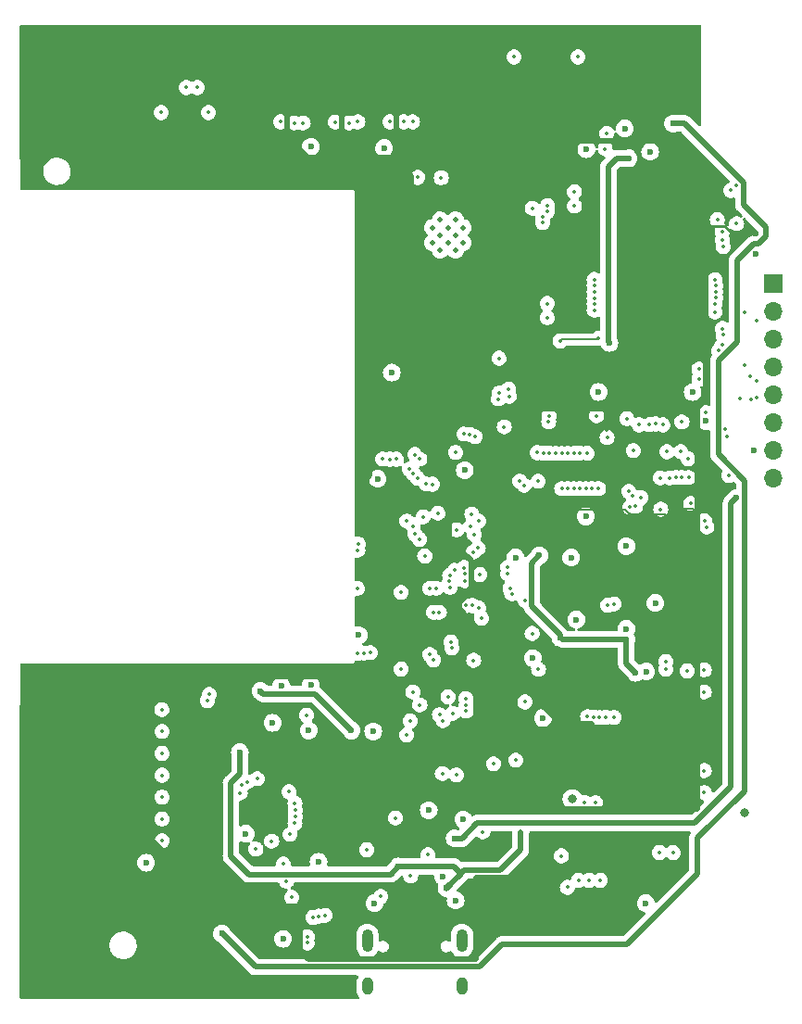
<source format=gbr>
%TF.GenerationSoftware,KiCad,Pcbnew,7.0.5*%
%TF.CreationDate,2023-10-05T13:47:36-07:00*%
%TF.ProjectId,EV9.5 Board Design,4556392e-3520-4426-9f61-726420446573,EV9*%
%TF.SameCoordinates,Original*%
%TF.FileFunction,Copper,L3,Inr*%
%TF.FilePolarity,Positive*%
%FSLAX46Y46*%
G04 Gerber Fmt 4.6, Leading zero omitted, Abs format (unit mm)*
G04 Created by KiCad (PCBNEW 7.0.5) date 2023-10-05 13:47:36*
%MOMM*%
%LPD*%
G01*
G04 APERTURE LIST*
%TA.AperFunction,ComponentPad*%
%ADD10R,1.700000X1.700000*%
%TD*%
%TA.AperFunction,ComponentPad*%
%ADD11O,1.700000X1.700000*%
%TD*%
%TA.AperFunction,ComponentPad*%
%ADD12C,0.500000*%
%TD*%
%TA.AperFunction,ComponentPad*%
%ADD13O,1.000000X2.100000*%
%TD*%
%TA.AperFunction,ComponentPad*%
%ADD14O,1.000000X1.600000*%
%TD*%
%TA.AperFunction,ViaPad*%
%ADD15C,0.600000*%
%TD*%
%TA.AperFunction,ViaPad*%
%ADD16C,0.350000*%
%TD*%
%TA.AperFunction,ViaPad*%
%ADD17C,0.800000*%
%TD*%
%TA.AperFunction,Conductor*%
%ADD18C,0.500000*%
%TD*%
%TA.AperFunction,Conductor*%
%ADD19C,0.200000*%
%TD*%
%TA.AperFunction,Conductor*%
%ADD20C,0.250000*%
%TD*%
%TA.AperFunction,Conductor*%
%ADD21C,0.127000*%
%TD*%
G04 APERTURE END LIST*
D10*
%TO.N,/DISP_BL*%
%TO.C,J4*%
X183087500Y-79885000D03*
D11*
%TO.N,/DISP_RSTR*%
X183087500Y-82425000D03*
%TO.N,/DISP_DC*%
X183087500Y-84965000D03*
%TO.N,/DISP_CS*%
X183087500Y-87505000D03*
%TO.N,/DISP_SPI_SCK*%
X183087500Y-90045000D03*
%TO.N,/DISP_SPI_MOSI*%
X183087500Y-92585000D03*
%TO.N,GND*%
X183087500Y-95125000D03*
%TO.N,/VIN*%
X183087500Y-97665000D03*
%TD*%
D12*
%TO.N,N/C*%
%TO.C,U11*%
X151925000Y-74760000D03*
X151925000Y-76160000D03*
X152625000Y-74060000D03*
X152625000Y-75460000D03*
X152625000Y-76860000D03*
X153325000Y-74760000D03*
X153325000Y-76160000D03*
X154025000Y-74060000D03*
X154025000Y-75460000D03*
X154025000Y-76860000D03*
X154725000Y-74760000D03*
X154725000Y-76160000D03*
%TD*%
D13*
%TO.N,unconnected-(J9-SHIELD-PadS1)*%
%TO.C,J9*%
X145967500Y-139916000D03*
D14*
X145967500Y-144096000D03*
D13*
X154607500Y-139916000D03*
D14*
X154607500Y-144096000D03*
%TD*%
D15*
%TO.N,+BATT*%
X144500000Y-120700000D03*
X136200000Y-117100000D03*
%TO.N,GND*%
X146500000Y-120800000D03*
D16*
%TO.N,/UI_SWDIO*%
X149052869Y-115108394D03*
%TO.N,/UI_SDA*%
X145905559Y-131605559D03*
D15*
%TO.N,Net-(D10-K)*%
X173910000Y-65250000D03*
X132660000Y-139270000D03*
D16*
%TO.N,/UI_DBG4*%
X145092974Y-104227044D03*
%TO.N,/UI_DBG3*%
X145140000Y-103680000D03*
X145095541Y-113668944D03*
%TO.N,/UI_DBG4*%
X145643910Y-113633664D03*
%TO.N,Net-(U1-PA12)*%
X145040000Y-107720000D03*
X146220287Y-113595000D03*
X138280000Y-132910000D03*
X139039500Y-135951500D03*
%TO.N,/UI_SCL*%
X153679500Y-113180000D03*
%TO.N,/UI_STAT*%
X172732224Y-97630500D03*
X173608724Y-97631867D03*
X160289115Y-98304115D03*
X161560000Y-97938000D03*
X155745287Y-102805287D03*
%TO.N,/MGMT_BOOT*%
X179028417Y-97417261D03*
X178872000Y-93860000D03*
X165260000Y-134404500D03*
X178429000Y-75861713D03*
X170490092Y-100207932D03*
D15*
%TO.N,+3.3VA*%
X169637500Y-112375000D03*
X163607500Y-112245000D03*
X170487500Y-115435000D03*
X161688500Y-104725500D03*
D16*
%TO.N,+3.3V*%
X165075500Y-102300000D03*
X156610000Y-112670000D03*
D15*
X164716000Y-66806500D03*
D16*
X173352000Y-101175500D03*
X161495000Y-128065000D03*
D15*
X148237000Y-68375000D03*
X162137500Y-118575000D03*
D17*
X171574000Y-127925000D03*
D15*
X155492500Y-128050000D03*
X148637500Y-59665000D03*
D16*
X166446962Y-120075538D03*
X161700000Y-130190000D03*
X162294936Y-101214500D03*
D15*
X181480000Y-75282500D03*
D16*
X160237500Y-134425000D03*
D15*
X138627500Y-59345000D03*
D16*
X167870000Y-93260000D03*
X135727878Y-136838556D03*
D15*
X134637500Y-139115000D03*
X176737000Y-86837500D03*
X143637500Y-59465000D03*
X145768287Y-110070000D03*
X153637500Y-59505000D03*
D16*
X176137500Y-94125000D03*
X166837500Y-102275000D03*
D15*
X145920000Y-99050000D03*
D16*
X169937500Y-100975000D03*
D15*
X153600000Y-96900000D03*
D16*
X136757500Y-136799500D03*
D15*
%TO.N,VBUS*%
X153197500Y-135115000D03*
X148800000Y-133125000D03*
X134300000Y-122700000D03*
D16*
X159987500Y-130025000D03*
D15*
%TO.N,GND*%
X175700000Y-89795000D03*
D16*
X149921225Y-133974500D03*
D15*
X154737500Y-128835000D03*
X169649706Y-111417206D03*
X146617500Y-136495000D03*
X162027997Y-119574503D03*
X151570500Y-127985023D03*
X169635000Y-103875000D03*
X148200000Y-88010000D03*
X125738000Y-132793750D03*
X181267500Y-95125000D03*
D17*
X164716000Y-126992000D03*
D15*
X171457500Y-115335000D03*
D16*
X167880000Y-93930000D03*
D15*
X171427500Y-136495000D03*
D16*
X179157500Y-71366000D03*
D15*
X154871898Y-96928102D03*
D16*
X170270000Y-95130000D03*
D15*
X138272313Y-139748000D03*
X140800000Y-67387500D03*
D16*
X156525500Y-129975000D03*
D15*
X141500000Y-132700000D03*
X164600000Y-104900000D03*
D16*
X135772500Y-131540000D03*
D15*
X145170000Y-112000000D03*
X181480000Y-77208000D03*
D17*
X180464000Y-128262000D03*
D15*
X140600000Y-120700000D03*
X159500000Y-104900000D03*
D16*
X155680000Y-114300000D03*
D15*
X140800000Y-116563000D03*
D16*
X127124000Y-64254000D03*
D15*
X167087500Y-89785000D03*
X165938378Y-101141541D03*
X165986000Y-67599500D03*
X146900000Y-97725000D03*
X147500000Y-67500000D03*
X154037500Y-136245000D03*
X161087500Y-114095000D03*
X138100000Y-116600000D03*
X137300000Y-120010000D03*
D16*
X175288000Y-95875000D03*
D15*
X176887000Y-92448000D03*
X172291250Y-109071250D03*
X152887500Y-134038000D03*
X165077500Y-110575000D03*
%TO.N,/VIN*%
X168100000Y-85300000D03*
X153957500Y-130555000D03*
X169837500Y-68435000D03*
X179717500Y-99450000D03*
D16*
%TO.N,/UI_SDA*%
X140462000Y-139565000D03*
X153610000Y-112624500D03*
X153327000Y-117631830D03*
%TO.N,/UI_SCL*%
X140462000Y-140114503D03*
X148538000Y-128700000D03*
X153765000Y-119130000D03*
%TO.N,/MCLK*%
X166098551Y-119450538D03*
X161029141Y-111844115D03*
X164831735Y-98611500D03*
X173352000Y-95242000D03*
X160363000Y-108824500D03*
X156249542Y-106456047D03*
X161480098Y-95329277D03*
%TO.N,/MGMT_NRST*%
X172787500Y-100500500D03*
X179722000Y-74414000D03*
X175197500Y-115265000D03*
X163717500Y-132165500D03*
X179722000Y-70891500D03*
X164247500Y-135035000D03*
X159382000Y-59174000D03*
X165224000Y-59174000D03*
X178473000Y-76500000D03*
%TO.N,/IN_3*%
X154994000Y-118923000D03*
X142087500Y-137595000D03*
X160357787Y-118100000D03*
X161612000Y-115115000D03*
%TO.N,/NET_RST*%
X166032500Y-95370000D03*
X161035000Y-73000000D03*
X150583839Y-70183839D03*
X152715713Y-70215713D03*
%TO.N,/UI_RST*%
X164282232Y-98611500D03*
X158800000Y-106400000D03*
%TO.N,/MIC_P*%
X140997500Y-137795000D03*
X154968365Y-117779800D03*
%TO.N,/LEDA_R*%
X174156692Y-97590822D03*
X148013000Y-65100000D03*
%TO.N,/DISP_BL*%
X150548204Y-97651087D03*
X177813367Y-80065838D03*
X153494000Y-106535401D03*
X166700000Y-80077145D03*
%TO.N,/DISP_RSTR*%
X181527500Y-83275000D03*
X181527500Y-88755000D03*
X177764713Y-81735287D03*
X166700000Y-81750497D03*
%TO.N,/LEDA_G*%
X174706194Y-97589729D03*
X149262000Y-65100000D03*
%TO.N,/LEDA_B*%
X150100000Y-65100000D03*
X175331261Y-97595369D03*
%TO.N,/KB_COL3*%
X149559500Y-121104643D03*
X138800000Y-126307000D03*
X152889000Y-119800000D03*
X159159925Y-108217153D03*
%TO.N,/KB_COL4*%
X159000000Y-107691437D03*
X152562000Y-119259001D03*
%TO.N,/DISP_DC*%
X166700000Y-80626644D03*
X177796668Y-80615087D03*
%TO.N,/DISP_CS*%
X150182077Y-97241326D03*
X180447500Y-87305000D03*
X177759286Y-79519004D03*
X180437109Y-82512104D03*
X151070993Y-101179806D03*
X166700000Y-79500000D03*
%TO.N,/DISP_SPI_SCK*%
X166700000Y-82300000D03*
X177734779Y-82479257D03*
%TO.N,/DISP_SPI_MOSI*%
X181562911Y-90264103D03*
X177813193Y-81164341D03*
X180997500Y-88327000D03*
X166700000Y-81200994D03*
%TO.N,/NET_TX0_MGMT*%
X166832002Y-127300500D03*
X178438038Y-83989536D03*
X164830634Y-95382208D03*
X178392500Y-75126500D03*
X178065000Y-86000000D03*
X167850000Y-66170000D03*
X164900000Y-71500000D03*
X162438000Y-72743625D03*
%TO.N,/KB_MIC*%
X149793497Y-96852792D03*
D15*
X134857500Y-130145000D03*
D16*
%TO.N,/NET_RX0_MGMT*%
X167100000Y-98611500D03*
X165832002Y-127300500D03*
X178473000Y-84574000D03*
X169858336Y-98862323D03*
X164281276Y-95394775D03*
X178432000Y-85465000D03*
X162438000Y-73293128D03*
X164900000Y-72800000D03*
X167704963Y-67564463D03*
X177954500Y-74040000D03*
%TO.N,/KB_ROW5*%
X139338367Y-129196376D03*
X151208392Y-104762595D03*
%TO.N,/KB_ROW1*%
X134338500Y-126410414D03*
X149580000Y-101568500D03*
%TO.N,/KB_ROW2*%
X134993235Y-125394183D03*
X150139063Y-102020937D03*
%TO.N,/KB_ROW3*%
X150310000Y-102760000D03*
X139338232Y-127338232D03*
%TO.N,/MIC_N*%
X154994000Y-118373592D03*
X141543070Y-137669494D03*
%TO.N,/KB_ROW4*%
X150750000Y-103240000D03*
X139357658Y-128557659D03*
%TO.N,/KB_ROW6*%
X151695000Y-113764883D03*
X138902308Y-130200000D03*
%TO.N,/KB_ROW7*%
X137217500Y-130825000D03*
X152022000Y-114280000D03*
%TO.N,/LEDB_R*%
X158478724Y-92977000D03*
X154771873Y-93625025D03*
X175513000Y-99975500D03*
X138013000Y-65100000D03*
%TO.N,/LEDB_G*%
X155319389Y-93665912D03*
X139262000Y-65200000D03*
%TO.N,Net-(D11-K)*%
X138579500Y-134479500D03*
X140400000Y-119300000D03*
X147190000Y-135870500D03*
X151508000Y-132072000D03*
%TO.N,/LEDB_B*%
X155825500Y-93879932D03*
X140100000Y-65200000D03*
%TO.N,/SPK_LN*%
X176762000Y-117195000D03*
X173237500Y-115105000D03*
%TO.N,/SPK_LP*%
X176762000Y-115175000D03*
X173247500Y-114395000D03*
%TO.N,/HP_R*%
X168533334Y-109146500D03*
X176762000Y-124375000D03*
%TO.N,/HP_L*%
X167947500Y-109255000D03*
X176762000Y-126375000D03*
%TO.N,/KB_COL5*%
X150764000Y-118369744D03*
X139357658Y-127938232D03*
%TO.N,/KB_COL2*%
X149879287Y-119841287D03*
X135889344Y-125117500D03*
D15*
%TO.N,Net-(J15-Pin_2)*%
X169487500Y-65725000D03*
X171817500Y-67835000D03*
D16*
%TO.N,/BTN_RST*%
X169951773Y-100318227D03*
X165381153Y-98619980D03*
X162038463Y-95369830D03*
X131442000Y-64254000D03*
%TO.N,/BTN_UI*%
X166490792Y-98611500D03*
X170220000Y-99295000D03*
X162000000Y-73750497D03*
X163731808Y-95388692D03*
%TO.N,/BTN_NET*%
X165930655Y-98620082D03*
X129410000Y-61968000D03*
X163182486Y-95402752D03*
X170987213Y-99442787D03*
X130426000Y-61968000D03*
X162000000Y-74300000D03*
%TO.N,/KB_COL1*%
X150110000Y-117200000D03*
X134491860Y-125668536D03*
%TO.N,/UI_BOOT*%
X152541919Y-109905499D03*
X150762000Y-95900000D03*
X157938000Y-90427000D03*
X162587906Y-95377906D03*
%TO.N,/UI_DBG1*%
X127168000Y-118800000D03*
X151912000Y-98210000D03*
%TO.N,/UI_LED_B*%
X151992417Y-109905988D03*
X145100000Y-65100000D03*
X153932000Y-106080000D03*
X154808861Y-105833361D03*
%TO.N,/NET_STAT*%
X174725500Y-92515962D03*
X158000000Y-86700000D03*
X162560000Y-91970000D03*
X174622000Y-95242000D03*
%TO.N,/UI_LED_G*%
X156100000Y-104050000D03*
X144262000Y-65200000D03*
%TO.N,/UI_TX1_MGMT*%
X153494000Y-107633929D03*
X154845500Y-107034396D03*
X152237350Y-107721367D03*
X177010000Y-102120000D03*
%TO.N,/UI_RX1_MGMT*%
X153478110Y-107084656D03*
X176780000Y-101550000D03*
X154845500Y-106415607D03*
X151687848Y-107721868D03*
%TO.N,/NET_BOOT*%
X167098500Y-84868934D03*
X165380000Y-95370000D03*
X163575787Y-85124213D03*
%TO.N,/UI_LED_R*%
X159892747Y-97923530D03*
X158800000Y-105800000D03*
X143013000Y-65120000D03*
X163732729Y-98611500D03*
%TO.N,/UI_DBG2*%
X151362621Y-98198360D03*
X127200000Y-120800000D03*
%TO.N,/UI_DBG3*%
X127200000Y-122800000D03*
X131490000Y-117412839D03*
%TO.N,/UI_DBG4*%
X127200000Y-124800000D03*
X131330000Y-117990000D03*
%TO.N,/MGMT_DBG7*%
X127200000Y-130800000D03*
X147374933Y-95904933D03*
X162534935Y-92518931D03*
X166929713Y-91959713D03*
X158884993Y-89515007D03*
X171757500Y-92765000D03*
%TO.N,/NET_DBG5*%
X158014569Y-89882858D03*
X162400000Y-83000000D03*
X127200000Y-126800000D03*
X148619352Y-95920983D03*
%TO.N,/NET_DBG6*%
X127200000Y-128800000D03*
X148004190Y-95922909D03*
X158925279Y-90174720D03*
X162400000Y-81700000D03*
%TO.N,/MGMT_SWDIO*%
X176275500Y-88595000D03*
X180057500Y-90415000D03*
X170807500Y-92787000D03*
X166237500Y-134405000D03*
%TO.N,/MGMT_SWCLK*%
X176275500Y-87685745D03*
X181055237Y-90474389D03*
X167267500Y-134405000D03*
X169700000Y-92230500D03*
%TO.N,/I2S_DACLRC*%
X155578859Y-109295000D03*
X167192939Y-119538388D03*
X155662000Y-104400500D03*
X152413000Y-100852306D03*
%TO.N,/UI_SWDIO*%
X172660573Y-131870000D03*
X149058787Y-108091787D03*
X173920000Y-131870000D03*
%TO.N,/UI_TX1_NET*%
X155385218Y-102054778D03*
X156140000Y-101570000D03*
%TO.N,/BOOT1*%
X154028212Y-95300000D03*
X150300000Y-95500000D03*
%TO.N,/UI_RX1_NET*%
X155509403Y-100944932D03*
X154128152Y-102390380D03*
%TO.N,/I2S_BCLK*%
X154959979Y-109295000D03*
X166647709Y-119469995D03*
%TO.N,/I2S_ADCDAT*%
X168527500Y-119515000D03*
X156120000Y-109490000D03*
%TO.N,/I2S_DACDAT*%
X167741086Y-119499818D03*
X156399308Y-110443192D03*
%TO.N,/USB_TX1_MGMT*%
X152817500Y-124635000D03*
X172336000Y-92702000D03*
X176908000Y-91686000D03*
X159527500Y-123417000D03*
%TO.N,/USB_RX1_MGMT*%
X178683000Y-93210000D03*
X154097500Y-124765000D03*
X172972781Y-92789278D03*
X157486000Y-123757000D03*
%TD*%
D18*
%TO.N,+BATT*%
X141150000Y-117350000D02*
X144500000Y-120700000D01*
X136450000Y-117350000D02*
X141150000Y-117350000D01*
X136200000Y-117100000D02*
X136450000Y-117350000D01*
%TO.N,+3.3V*%
X155262500Y-66850000D02*
X153737500Y-68375000D01*
X173550000Y-66850000D02*
X155262500Y-66850000D01*
X176137500Y-69437500D02*
X173550000Y-66850000D01*
X176137500Y-74668000D02*
X176137500Y-69437500D01*
%TO.N,/VIN*%
X156018000Y-129174500D02*
X154607500Y-130585000D01*
X154607500Y-130585000D02*
X153927500Y-130585000D01*
X175877949Y-129174500D02*
X156018000Y-129174500D01*
X179210000Y-125842449D02*
X175877949Y-129174500D01*
X179210000Y-99957500D02*
X179210000Y-125842449D01*
X179717500Y-99450000D02*
X179210000Y-99957500D01*
%TO.N,Net-(D10-K)*%
X174964384Y-65250000D02*
X173910000Y-65250000D01*
X180347000Y-70632616D02*
X174964384Y-65250000D01*
X180347000Y-72677000D02*
X180347000Y-70632616D01*
X182360000Y-74690000D02*
X180347000Y-72677000D01*
X182360000Y-75590000D02*
X182360000Y-74690000D01*
X181690000Y-76260000D02*
X182360000Y-75590000D01*
X181292500Y-76260000D02*
X181690000Y-76260000D01*
X179770000Y-77782500D02*
X181292500Y-76260000D01*
X179770000Y-85178884D02*
X179770000Y-77782500D01*
X178058000Y-95498000D02*
X178058000Y-86890884D01*
X180467500Y-97907500D02*
X178058000Y-95498000D01*
X180467500Y-99760661D02*
X180467500Y-97907500D01*
X180417500Y-99810661D02*
X180467500Y-99760661D01*
X178058000Y-86890884D02*
X179770000Y-85178884D01*
X180417500Y-126262500D02*
X180417500Y-99810661D01*
X156219950Y-142320000D02*
X158269950Y-140270000D01*
X158269950Y-140270000D02*
X169658082Y-140270000D01*
X176150000Y-130530000D02*
X180417500Y-126262500D01*
X135710000Y-142320000D02*
X156219950Y-142320000D01*
X169658082Y-140270000D02*
X176150000Y-133778082D01*
X132660000Y-139270000D02*
X135710000Y-142320000D01*
X176150000Y-133778082D02*
X176150000Y-130530000D01*
%TO.N,+3.3V*%
X155937500Y-141612500D02*
X155930000Y-141620000D01*
X140610000Y-141620000D02*
X139837500Y-140847500D01*
X155937500Y-134185000D02*
X155937500Y-141612500D01*
X160207500Y-134185000D02*
X155937500Y-134185000D01*
X155930000Y-141620000D02*
X140610000Y-141620000D01*
X139837500Y-140847500D02*
X139837500Y-136775000D01*
X147220000Y-115770000D02*
X147470000Y-115520000D01*
X125870000Y-117890000D02*
X127990000Y-115770000D01*
X147470000Y-115520000D02*
X147470000Y-108142500D01*
X125870000Y-130353884D02*
X125870000Y-117890000D01*
X127990000Y-115770000D02*
X147220000Y-115770000D01*
X132291116Y-136775000D02*
X125870000Y-130353884D01*
X134637500Y-136775000D02*
X132291116Y-136775000D01*
X140250000Y-68090000D02*
X140535000Y-68375000D01*
X140535000Y-68375000D02*
X148237000Y-68375000D01*
X138637500Y-66477500D02*
X140250000Y-68090000D01*
X138637500Y-59355000D02*
X138637500Y-66477500D01*
X138627500Y-59345000D02*
X138637500Y-59355000D01*
X153037500Y-91325000D02*
X146170000Y-91325000D01*
X149958839Y-70096839D02*
X149958839Y-91325000D01*
X148237000Y-68375000D02*
X149958839Y-70096839D01*
X144535500Y-68375000D02*
X144520500Y-68360000D01*
X146170000Y-97394339D02*
X146170000Y-91325000D01*
X145920000Y-97644339D02*
X146170000Y-97394339D01*
X145920000Y-99050000D02*
X145920000Y-97644339D01*
X145920000Y-99907500D02*
X145920000Y-99050000D01*
X147470000Y-101457500D02*
X145920000Y-99907500D01*
X147470000Y-108142500D02*
X147470000Y-101457500D01*
X145768287Y-109844213D02*
X147470000Y-108142500D01*
X145768287Y-110070000D02*
X145768287Y-109844213D01*
X153475000Y-97025000D02*
X153600000Y-96900000D01*
X153475000Y-103228884D02*
X153475000Y-97025000D01*
X155470000Y-105223884D02*
X153475000Y-103228884D01*
X154334979Y-109553884D02*
X154334979Y-109036116D01*
X154770000Y-109988905D02*
X154334979Y-109553884D01*
X154334979Y-109036116D02*
X155470000Y-107901095D01*
X154770000Y-112157500D02*
X154770000Y-109988905D01*
X155282500Y-112670000D02*
X154770000Y-112157500D01*
X155470000Y-107901095D02*
X155470000Y-105223884D01*
X156610000Y-112670000D02*
X155282500Y-112670000D01*
%TO.N,+3.3VA*%
X160987500Y-105426500D02*
X160987500Y-109375000D01*
X169637500Y-114585000D02*
X169637500Y-112375000D01*
X161688500Y-104725500D02*
X160987500Y-105426500D01*
X163607500Y-111995000D02*
X163607500Y-112245000D01*
X163737500Y-112375000D02*
X169637500Y-112375000D01*
X160987500Y-109375000D02*
X163607500Y-111995000D01*
X170487500Y-115435000D02*
X169637500Y-114585000D01*
D19*
%TO.N,+3.3V*%
X162967895Y-100541541D02*
X169504041Y-100541541D01*
D20*
X176179000Y-74626500D02*
X176137500Y-74668000D01*
D19*
X169504041Y-100541541D02*
X169937500Y-100975000D01*
D21*
X135727878Y-136838556D02*
X135717500Y-136828178D01*
D18*
X153037500Y-96337500D02*
X153037500Y-91325000D01*
D19*
X173151500Y-100975000D02*
X169937500Y-100975000D01*
D18*
X176737000Y-86837500D02*
X176900000Y-87000500D01*
X143647500Y-59455000D02*
X143637500Y-59465000D01*
X153600000Y-96900000D02*
X153037500Y-96337500D01*
X143637500Y-59465000D02*
X143637500Y-68225000D01*
D20*
X181480000Y-75282500D02*
X181373500Y-75176000D01*
D18*
X148537500Y-68375000D02*
X143787500Y-68375000D01*
X137097500Y-136775000D02*
X139837500Y-136775000D01*
X176137500Y-127925000D02*
X176137500Y-109685000D01*
D19*
X167865000Y-91325000D02*
X167865000Y-93255000D01*
X165100500Y-102275000D02*
X166837500Y-102275000D01*
X173352000Y-101175500D02*
X173151500Y-100975000D01*
D18*
X134637500Y-136775000D02*
X135717500Y-136775000D01*
X170487500Y-91325000D02*
X176037500Y-91325000D01*
D19*
X173352000Y-101175500D02*
X173352000Y-101118000D01*
X165075500Y-102300000D02*
X165100500Y-102275000D01*
D18*
X166446962Y-120075538D02*
X163638038Y-120075538D01*
X176137500Y-94125000D02*
X176137500Y-91225000D01*
X166446962Y-120085538D02*
X166446962Y-120075538D01*
D20*
X181373500Y-75176000D02*
X179149107Y-75176000D01*
D19*
X174020000Y-100450000D02*
X175712500Y-100450000D01*
D18*
X153637500Y-59505000D02*
X153637500Y-68275000D01*
X176037500Y-91325000D02*
X176137500Y-91225000D01*
X160237500Y-134325000D02*
X160237500Y-134425000D01*
X167865000Y-91325000D02*
X153037500Y-91325000D01*
X162577500Y-123955000D02*
X166446962Y-120085538D01*
X176137500Y-100875000D02*
X176137500Y-94125000D01*
X176900000Y-87000500D02*
X176900000Y-90462500D01*
X169387500Y-91325000D02*
X167865000Y-91325000D01*
X176900000Y-86674500D02*
X176900000Y-75430500D01*
X176137500Y-109685000D02*
X176137500Y-100875000D01*
X161495000Y-128065000D02*
X161635000Y-127925000D01*
X161495000Y-128065000D02*
X162577500Y-126982500D01*
D19*
X175712500Y-100450000D02*
X176137500Y-100875000D01*
D21*
X136757500Y-136799500D02*
X136757500Y-136775000D01*
D18*
X134637500Y-139115000D02*
X134637500Y-136775000D01*
D20*
X178599607Y-74626500D02*
X176179000Y-74626500D01*
D18*
X148637500Y-68275000D02*
X148537500Y-68375000D01*
X161495000Y-128065000D02*
X155507500Y-128065000D01*
X161700000Y-132862500D02*
X160237500Y-134325000D01*
D21*
X176047500Y-109595000D02*
X176137500Y-109685000D01*
D18*
X176737000Y-86837500D02*
X176900000Y-86674500D01*
X153637500Y-68275000D02*
X153737500Y-68375000D01*
X144535500Y-68375000D02*
X143787500Y-68375000D01*
D20*
X179149107Y-75176000D02*
X178599607Y-74626500D01*
D18*
X170487500Y-91325000D02*
X169387500Y-91325000D01*
X162577500Y-126982500D02*
X162577500Y-123955000D01*
X136757500Y-136775000D02*
X139837500Y-136775000D01*
X148637500Y-59665000D02*
X148637500Y-68275000D01*
D19*
X173352000Y-101118000D02*
X174020000Y-100450000D01*
D18*
X143637500Y-68225000D02*
X143787500Y-68375000D01*
X135717500Y-136775000D02*
X136757500Y-136775000D01*
X176900000Y-90462500D02*
X176137500Y-91225000D01*
X153737500Y-68375000D02*
X148537500Y-68375000D01*
X176900000Y-75430500D02*
X176137500Y-74668000D01*
X171574000Y-127925000D02*
X176137500Y-127925000D01*
D21*
X135717500Y-136828178D02*
X135717500Y-136775000D01*
D18*
X163638038Y-120075538D02*
X162137500Y-118575000D01*
D19*
X167865000Y-93255000D02*
X167870000Y-93260000D01*
D18*
X148237000Y-68375000D02*
X144535500Y-68375000D01*
X161635000Y-127925000D02*
X171574000Y-127925000D01*
X161700000Y-130190000D02*
X161700000Y-132862500D01*
D19*
X162294936Y-101214500D02*
X162967895Y-100541541D01*
D18*
%TO.N,VBUS*%
X148800000Y-133125000D02*
X153837500Y-133125000D01*
X135155000Y-133855000D02*
X148070000Y-133855000D01*
X154827500Y-133485000D02*
X158117500Y-133485000D01*
X159987500Y-131615000D02*
X159987500Y-130025000D01*
X133500000Y-125500000D02*
X133500000Y-132200000D01*
X154512500Y-133800000D02*
X153197500Y-135115000D01*
X153197500Y-135115000D02*
X153187500Y-135125000D01*
X133500000Y-132200000D02*
X135155000Y-133855000D01*
X153187500Y-135125000D02*
X154827500Y-133485000D01*
X153837500Y-133125000D02*
X154512500Y-133800000D01*
X134300000Y-122700000D02*
X134300000Y-124700000D01*
X148070000Y-133855000D02*
X148800000Y-133125000D01*
X158117500Y-133485000D02*
X159987500Y-131615000D01*
X134300000Y-124700000D02*
X133500000Y-125500000D01*
%TO.N,/VIN*%
X168100000Y-85300000D02*
X168000000Y-85200000D01*
X168000000Y-85200000D02*
X168000000Y-69220000D01*
X168000000Y-69220000D02*
X168785000Y-68435000D01*
X168785000Y-68435000D02*
X169837500Y-68435000D01*
D21*
%TO.N,/NET_BOOT*%
X163715000Y-84985000D02*
X163575787Y-85124213D01*
X166982434Y-84985000D02*
X163715000Y-84985000D01*
X167098500Y-84868934D02*
X166982434Y-84985000D01*
%TD*%
%TA.AperFunction,Conductor*%
%TO.N,+3.3V*%
G36*
X176429121Y-56245502D02*
G01*
X176475614Y-56299158D01*
X176487000Y-56351500D01*
X176487000Y-65395745D01*
X176466998Y-65463866D01*
X176413342Y-65510359D01*
X176343068Y-65520463D01*
X176278488Y-65490969D01*
X176271905Y-65484840D01*
X175546292Y-64759227D01*
X175534320Y-64745375D01*
X175532870Y-64743427D01*
X175519853Y-64725942D01*
X175519851Y-64725940D01*
X175479408Y-64692003D01*
X175475354Y-64688289D01*
X175469488Y-64682423D01*
X175469485Y-64682420D01*
X175459939Y-64674871D01*
X175444194Y-64662421D01*
X175442776Y-64661266D01*
X175384019Y-64611964D01*
X175377890Y-64607933D01*
X175377925Y-64607878D01*
X175371571Y-64603829D01*
X175371537Y-64603886D01*
X175365290Y-64600033D01*
X175295759Y-64567609D01*
X175294126Y-64566819D01*
X175225572Y-64532391D01*
X175225570Y-64532390D01*
X175225567Y-64532389D01*
X175218673Y-64529880D01*
X175218695Y-64529817D01*
X175211573Y-64527341D01*
X175211553Y-64527404D01*
X175204594Y-64525097D01*
X175129429Y-64509576D01*
X175127642Y-64509180D01*
X175053040Y-64491500D01*
X175045751Y-64490648D01*
X175045758Y-64490580D01*
X175038261Y-64489814D01*
X175038256Y-64489881D01*
X175030942Y-64489241D01*
X174954209Y-64491473D01*
X174952377Y-64491500D01*
X174211670Y-64491500D01*
X174170055Y-64484429D01*
X174091050Y-64456784D01*
X174091049Y-64456783D01*
X174091047Y-64456783D01*
X173910000Y-64436384D01*
X173728953Y-64456783D01*
X173728950Y-64456783D01*
X173728949Y-64456784D01*
X173556984Y-64516957D01*
X173556981Y-64516958D01*
X173402720Y-64613887D01*
X173402718Y-64613888D01*
X173273888Y-64742718D01*
X173273887Y-64742720D01*
X173176958Y-64896981D01*
X173176957Y-64896984D01*
X173128584Y-65035228D01*
X173116783Y-65068953D01*
X173096384Y-65250000D01*
X173116783Y-65431047D01*
X173116783Y-65431049D01*
X173116784Y-65431050D01*
X173176957Y-65603015D01*
X173176958Y-65603018D01*
X173273887Y-65757279D01*
X173273888Y-65757281D01*
X173402718Y-65886111D01*
X173402720Y-65886112D01*
X173556981Y-65983041D01*
X173556982Y-65983041D01*
X173556985Y-65983043D01*
X173728953Y-66043217D01*
X173910000Y-66063616D01*
X174091047Y-66043217D01*
X174170055Y-66015570D01*
X174211670Y-66008500D01*
X174598013Y-66008500D01*
X174666134Y-66028502D01*
X174687108Y-66045405D01*
X179082481Y-70440778D01*
X179116507Y-70503090D01*
X179111442Y-70573905D01*
X179111198Y-70574555D01*
X179093271Y-70621823D01*
X179050412Y-70678423D01*
X179005615Y-70699479D01*
X178913350Y-70722221D01*
X178766380Y-70799356D01*
X178766376Y-70799358D01*
X178642133Y-70909429D01*
X178547847Y-71046025D01*
X178488985Y-71201228D01*
X178468980Y-71365996D01*
X178468980Y-71366003D01*
X178488985Y-71530771D01*
X178547847Y-71685974D01*
X178642133Y-71822570D01*
X178642132Y-71822570D01*
X178642134Y-71822572D01*
X178642135Y-71822573D01*
X178766376Y-71932641D01*
X178913347Y-72009777D01*
X179074508Y-72049500D01*
X179074509Y-72049500D01*
X179240491Y-72049500D01*
X179240492Y-72049500D01*
X179401653Y-72009777D01*
X179403941Y-72008575D01*
X179405805Y-72008202D01*
X179408772Y-72007077D01*
X179408959Y-72007570D01*
X179473548Y-71994625D01*
X179539653Y-72020523D01*
X179581262Y-72078049D01*
X179588500Y-72120140D01*
X179588500Y-72612559D01*
X179587170Y-72630819D01*
X179583659Y-72654786D01*
X179583659Y-72654794D01*
X179588260Y-72707372D01*
X179588500Y-72712866D01*
X179588500Y-72721184D01*
X179592242Y-72753199D01*
X179592428Y-72755020D01*
X179599112Y-72831419D01*
X179600596Y-72838606D01*
X179600531Y-72838619D01*
X179602165Y-72845989D01*
X179602229Y-72845975D01*
X179603921Y-72853115D01*
X179616949Y-72888908D01*
X179630175Y-72925247D01*
X179630761Y-72926934D01*
X179654885Y-72999736D01*
X179657987Y-73006388D01*
X179657926Y-73006416D01*
X179661211Y-73013202D01*
X179661270Y-73013173D01*
X179664563Y-73019730D01*
X179706736Y-73083850D01*
X179707717Y-73085390D01*
X179747970Y-73150651D01*
X179747972Y-73150652D01*
X179747972Y-73150653D01*
X179752522Y-73156408D01*
X179752468Y-73156450D01*
X179757228Y-73162292D01*
X179757279Y-73162250D01*
X179761997Y-73167872D01*
X179817822Y-73220540D01*
X179819136Y-73221817D01*
X180225504Y-73628185D01*
X180259530Y-73690497D01*
X180254465Y-73761312D01*
X180211918Y-73818148D01*
X180145398Y-73842959D01*
X180077855Y-73828848D01*
X179966151Y-73770222D01*
X179804993Y-73730500D01*
X179804992Y-73730500D01*
X179639008Y-73730500D01*
X179639006Y-73730500D01*
X179477848Y-73770222D01*
X179330880Y-73847356D01*
X179330876Y-73847358D01*
X179254220Y-73915270D01*
X179228853Y-73937744D01*
X179206633Y-73957429D01*
X179112347Y-74094025D01*
X179053485Y-74249228D01*
X179033480Y-74413996D01*
X179033480Y-74414000D01*
X179036646Y-74440073D01*
X179043395Y-74495663D01*
X179031748Y-74565698D01*
X178984087Y-74618319D01*
X178915544Y-74636819D01*
X178847879Y-74615324D01*
X178834759Y-74605161D01*
X178817816Y-74590151D01*
X178783624Y-74559859D01*
X178783623Y-74559858D01*
X178636203Y-74482487D01*
X178585181Y-74433119D01*
X178568948Y-74364003D01*
X178576946Y-74326241D01*
X178623013Y-74204774D01*
X178636460Y-74094025D01*
X178643020Y-74040003D01*
X178643020Y-74039996D01*
X178623014Y-73875228D01*
X178580808Y-73763942D01*
X178564154Y-73720029D01*
X178564152Y-73720027D01*
X178564152Y-73720025D01*
X178474140Y-73589621D01*
X178469866Y-73583429D01*
X178469867Y-73583429D01*
X178450917Y-73566641D01*
X178345624Y-73473359D01*
X178345623Y-73473358D01*
X178345619Y-73473356D01*
X178198651Y-73396222D01*
X178037493Y-73356500D01*
X178037492Y-73356500D01*
X177871508Y-73356500D01*
X177871506Y-73356500D01*
X177710348Y-73396222D01*
X177563380Y-73473356D01*
X177563376Y-73473358D01*
X177462213Y-73562981D01*
X177458083Y-73566641D01*
X177439133Y-73583429D01*
X177344847Y-73720025D01*
X177285985Y-73875228D01*
X177265980Y-74039996D01*
X177265980Y-74040003D01*
X177285985Y-74204771D01*
X177344847Y-74359974D01*
X177439133Y-74496570D01*
X177439132Y-74496570D01*
X177439134Y-74496572D01*
X177439135Y-74496573D01*
X177563376Y-74606641D01*
X177710347Y-74683777D01*
X177710351Y-74683777D01*
X177710795Y-74684011D01*
X177761818Y-74733379D01*
X177778051Y-74802494D01*
X177770053Y-74840259D01*
X177723986Y-74961727D01*
X177703980Y-75126496D01*
X177703980Y-75126503D01*
X177723985Y-75291271D01*
X177782847Y-75446474D01*
X177792156Y-75459960D01*
X177814391Y-75527385D01*
X177806271Y-75576215D01*
X177760486Y-75696940D01*
X177740480Y-75861709D01*
X177740480Y-75861716D01*
X177760485Y-76026484D01*
X177793166Y-76112653D01*
X177818718Y-76180029D01*
X177822049Y-76188810D01*
X177820187Y-76189515D01*
X177832117Y-76249057D01*
X177824415Y-76282679D01*
X177804486Y-76335227D01*
X177784480Y-76499996D01*
X177784480Y-76500003D01*
X177804485Y-76664771D01*
X177863347Y-76819974D01*
X177957633Y-76956570D01*
X177957632Y-76956570D01*
X177957634Y-76956572D01*
X177957635Y-76956573D01*
X178081876Y-77066641D01*
X178228847Y-77143777D01*
X178390008Y-77183500D01*
X178390009Y-77183500D01*
X178555991Y-77183500D01*
X178555992Y-77183500D01*
X178717153Y-77143777D01*
X178864124Y-77066641D01*
X178988365Y-76956573D01*
X179082654Y-76819971D01*
X179141513Y-76664774D01*
X179141513Y-76664773D01*
X179141514Y-76664771D01*
X179161520Y-76500003D01*
X179161520Y-76499996D01*
X179141514Y-76335228D01*
X179108833Y-76249057D01*
X179082654Y-76180029D01*
X179082653Y-76180027D01*
X179079951Y-76172903D01*
X179081810Y-76172197D01*
X179069882Y-76112653D01*
X179077585Y-76079030D01*
X179081350Y-76069103D01*
X179097513Y-76026487D01*
X179117520Y-75861713D01*
X179117520Y-75861709D01*
X179097514Y-75696941D01*
X179068232Y-75619732D01*
X179038654Y-75541742D01*
X179029342Y-75528252D01*
X179007108Y-75460828D01*
X179015228Y-75411997D01*
X179017357Y-75406385D01*
X179061013Y-75291274D01*
X179061013Y-75291273D01*
X179061014Y-75291271D01*
X179081020Y-75126503D01*
X179081020Y-75126496D01*
X179071105Y-75044837D01*
X179082750Y-74974802D01*
X179130410Y-74922181D01*
X179198954Y-74903680D01*
X179266619Y-74925174D01*
X179279736Y-74935335D01*
X179330876Y-74980641D01*
X179477847Y-75057777D01*
X179639008Y-75097500D01*
X179639009Y-75097500D01*
X179804991Y-75097500D01*
X179804992Y-75097500D01*
X179966153Y-75057777D01*
X180113124Y-74980641D01*
X180237365Y-74870573D01*
X180331654Y-74733971D01*
X180390513Y-74578774D01*
X180390513Y-74578773D01*
X180390514Y-74578771D01*
X180410520Y-74414003D01*
X180410520Y-74413996D01*
X180390514Y-74249228D01*
X180351531Y-74146441D01*
X180331654Y-74094029D01*
X180331651Y-74094024D01*
X180317769Y-74073912D01*
X180295532Y-74006487D01*
X180313279Y-73937744D01*
X180365373Y-73889509D01*
X180435276Y-73877094D01*
X180500793Y-73904443D01*
X180510559Y-73913240D01*
X181564596Y-74967277D01*
X181598620Y-75029587D01*
X181601500Y-75056370D01*
X181601500Y-75223629D01*
X181581498Y-75291750D01*
X181564599Y-75312719D01*
X181470934Y-75406385D01*
X181416979Y-75460340D01*
X181354667Y-75494365D01*
X181322087Y-75495486D01*
X181322047Y-75496873D01*
X181314711Y-75496659D01*
X181314710Y-75496659D01*
X181262115Y-75501260D01*
X181256622Y-75501500D01*
X181248314Y-75501500D01*
X181216300Y-75505242D01*
X181214479Y-75505428D01*
X181138076Y-75512112D01*
X181130886Y-75513597D01*
X181130872Y-75513532D01*
X181123508Y-75515165D01*
X181123524Y-75515229D01*
X181116387Y-75516920D01*
X181044298Y-75543157D01*
X181042570Y-75543758D01*
X180969768Y-75567883D01*
X180963115Y-75570986D01*
X180963086Y-75570925D01*
X180956292Y-75574214D01*
X180956322Y-75574273D01*
X180949769Y-75577563D01*
X180885654Y-75619732D01*
X180884109Y-75620716D01*
X180818851Y-75660968D01*
X180813088Y-75665525D01*
X180813047Y-75665473D01*
X180807204Y-75670233D01*
X180807246Y-75670283D01*
X180801628Y-75674997D01*
X180748958Y-75730822D01*
X180747682Y-75732136D01*
X179279225Y-77200592D01*
X179265376Y-77212562D01*
X179245943Y-77227030D01*
X179212007Y-77267471D01*
X179208300Y-77271517D01*
X179202421Y-77277397D01*
X179202414Y-77277405D01*
X179182430Y-77302677D01*
X179181276Y-77304094D01*
X179131964Y-77362864D01*
X179127935Y-77368991D01*
X179127880Y-77368955D01*
X179123825Y-77375320D01*
X179123882Y-77375355D01*
X179120030Y-77381599D01*
X179087609Y-77451123D01*
X179086812Y-77452770D01*
X179052393Y-77521306D01*
X179049882Y-77528207D01*
X179049820Y-77528184D01*
X179047343Y-77535310D01*
X179047404Y-77535331D01*
X179045096Y-77542295D01*
X179029574Y-77617460D01*
X179029178Y-77619247D01*
X179011500Y-77693841D01*
X179010648Y-77701134D01*
X179010581Y-77701126D01*
X179009814Y-77708626D01*
X179009881Y-77708632D01*
X179009241Y-77715943D01*
X179011473Y-77792674D01*
X179011500Y-77794506D01*
X179011500Y-83310163D01*
X178991498Y-83378284D01*
X178937842Y-83424777D01*
X178867568Y-83434881D01*
X178826946Y-83421731D01*
X178682189Y-83345758D01*
X178521031Y-83306036D01*
X178521030Y-83306036D01*
X178355046Y-83306036D01*
X178355044Y-83306036D01*
X178193886Y-83345758D01*
X178046918Y-83422892D01*
X178046914Y-83422894D01*
X177922671Y-83532965D01*
X177828385Y-83669561D01*
X177769523Y-83824764D01*
X177749518Y-83989532D01*
X177749518Y-83989539D01*
X177769524Y-84154308D01*
X177818399Y-84283181D01*
X177823853Y-84353968D01*
X177818400Y-84372540D01*
X177804485Y-84409230D01*
X177784480Y-84573996D01*
X177784480Y-84574003D01*
X177804485Y-84738771D01*
X177863347Y-84893974D01*
X177880086Y-84918224D01*
X177902322Y-84985648D01*
X177884575Y-85054391D01*
X177880086Y-85061376D01*
X177822347Y-85145025D01*
X177763487Y-85300224D01*
X177760291Y-85326544D01*
X177732221Y-85391756D01*
X177693769Y-85422917D01*
X177673881Y-85433355D01*
X177673874Y-85433360D01*
X177587082Y-85510252D01*
X177550420Y-85542732D01*
X177549633Y-85543429D01*
X177455347Y-85680025D01*
X177396485Y-85835228D01*
X177376480Y-85999996D01*
X177376480Y-86000003D01*
X177396485Y-86164771D01*
X177419891Y-86226485D01*
X177455346Y-86319971D01*
X177455348Y-86319974D01*
X177457648Y-86326038D01*
X177463102Y-86396825D01*
X177436361Y-86451707D01*
X177419964Y-86471248D01*
X177415935Y-86477375D01*
X177415880Y-86477339D01*
X177411825Y-86483704D01*
X177411882Y-86483739D01*
X177408030Y-86489983D01*
X177375609Y-86559507D01*
X177374812Y-86561154D01*
X177340393Y-86629690D01*
X177337882Y-86636591D01*
X177337820Y-86636568D01*
X177335343Y-86643694D01*
X177335404Y-86643715D01*
X177333096Y-86650679D01*
X177317574Y-86725844D01*
X177317178Y-86727631D01*
X177299500Y-86802225D01*
X177298648Y-86809518D01*
X177298581Y-86809510D01*
X177297814Y-86817010D01*
X177297881Y-86817016D01*
X177297241Y-86824327D01*
X177299473Y-86901058D01*
X177299500Y-86902890D01*
X177299500Y-90917713D01*
X177279498Y-90985834D01*
X177225842Y-91032327D01*
X177155568Y-91042431D01*
X177143346Y-91040052D01*
X176990993Y-91002500D01*
X176990992Y-91002500D01*
X176825008Y-91002500D01*
X176825006Y-91002500D01*
X176663848Y-91042222D01*
X176516880Y-91119356D01*
X176516876Y-91119358D01*
X176392633Y-91229429D01*
X176298347Y-91366025D01*
X176239485Y-91521228D01*
X176219480Y-91685996D01*
X176219480Y-91686003D01*
X176239486Y-91850772D01*
X176242817Y-91859556D01*
X176248269Y-91930343D01*
X176231692Y-91971270D01*
X176153956Y-92094986D01*
X176093784Y-92266949D01*
X176093783Y-92266953D01*
X176073384Y-92448000D01*
X176093783Y-92629047D01*
X176093783Y-92629049D01*
X176093784Y-92629050D01*
X176153957Y-92801015D01*
X176153958Y-92801018D01*
X176250887Y-92955279D01*
X176250888Y-92955281D01*
X176379718Y-93084111D01*
X176379720Y-93084112D01*
X176533981Y-93181041D01*
X176533982Y-93181041D01*
X176533985Y-93181043D01*
X176705953Y-93241217D01*
X176887000Y-93261616D01*
X177068047Y-93241217D01*
X177131885Y-93218878D01*
X177202789Y-93215259D01*
X177264394Y-93250548D01*
X177297141Y-93313542D01*
X177299500Y-93337808D01*
X177299500Y-95433559D01*
X177298170Y-95451819D01*
X177294659Y-95475786D01*
X177294659Y-95475794D01*
X177299260Y-95528372D01*
X177299500Y-95533866D01*
X177299500Y-95542184D01*
X177303242Y-95574199D01*
X177303428Y-95576020D01*
X177310112Y-95652419D01*
X177311596Y-95659606D01*
X177311531Y-95659619D01*
X177313165Y-95666989D01*
X177313229Y-95666975D01*
X177314921Y-95674115D01*
X177327949Y-95709908D01*
X177341175Y-95746247D01*
X177341761Y-95747934D01*
X177365885Y-95820736D01*
X177368987Y-95827388D01*
X177368926Y-95827416D01*
X177372211Y-95834202D01*
X177372270Y-95834173D01*
X177375563Y-95840730D01*
X177417736Y-95904850D01*
X177418717Y-95906390D01*
X177458970Y-95971651D01*
X177458972Y-95971652D01*
X177458972Y-95971653D01*
X177463522Y-95977408D01*
X177463468Y-95977450D01*
X177468228Y-95983292D01*
X177468279Y-95983250D01*
X177472997Y-95988872D01*
X177472998Y-95988873D01*
X177472999Y-95988874D01*
X177525529Y-96038434D01*
X177528822Y-96041540D01*
X177530136Y-96042817D01*
X178412237Y-96924918D01*
X178446263Y-96987230D01*
X178441198Y-97058045D01*
X178426842Y-97085583D01*
X178418765Y-97097285D01*
X178418764Y-97097286D01*
X178359902Y-97252489D01*
X178339897Y-97417257D01*
X178339897Y-97417264D01*
X178359902Y-97582032D01*
X178418764Y-97737235D01*
X178483708Y-97831322D01*
X178511524Y-97871621D01*
X178513050Y-97873831D01*
X178513049Y-97873831D01*
X178513051Y-97873833D01*
X178513052Y-97873834D01*
X178637293Y-97983902D01*
X178784264Y-98061038D01*
X178945425Y-98100761D01*
X178945426Y-98100761D01*
X179111408Y-98100761D01*
X179111409Y-98100761D01*
X179272570Y-98061038D01*
X179371342Y-98009198D01*
X179440954Y-97995253D01*
X179507056Y-98021157D01*
X179518990Y-98031671D01*
X179672095Y-98184775D01*
X179706120Y-98247087D01*
X179709000Y-98273871D01*
X179709000Y-98524741D01*
X179688998Y-98592862D01*
X179635342Y-98639355D01*
X179597112Y-98649948D01*
X179536453Y-98656783D01*
X179536450Y-98656783D01*
X179536449Y-98656784D01*
X179364484Y-98716957D01*
X179364481Y-98716958D01*
X179210220Y-98813887D01*
X179210218Y-98813888D01*
X179081388Y-98942718D01*
X179081387Y-98942720D01*
X178984458Y-99096981D01*
X178981387Y-99103360D01*
X178979333Y-99102370D01*
X178956921Y-99137896D01*
X178719225Y-99375592D01*
X178705376Y-99387562D01*
X178685943Y-99402030D01*
X178652007Y-99442471D01*
X178648300Y-99446517D01*
X178642421Y-99452397D01*
X178642414Y-99452405D01*
X178622430Y-99477677D01*
X178621276Y-99479094D01*
X178571964Y-99537864D01*
X178567935Y-99543991D01*
X178567880Y-99543955D01*
X178563825Y-99550320D01*
X178563882Y-99550355D01*
X178560030Y-99556599D01*
X178527609Y-99626123D01*
X178526812Y-99627770D01*
X178492393Y-99696306D01*
X178489882Y-99703207D01*
X178489820Y-99703184D01*
X178487343Y-99710310D01*
X178487404Y-99710331D01*
X178485096Y-99717295D01*
X178469574Y-99792460D01*
X178469178Y-99794246D01*
X178451500Y-99868843D01*
X178450648Y-99876131D01*
X178450583Y-99876123D01*
X178449816Y-99883629D01*
X178449880Y-99883635D01*
X178449241Y-99890940D01*
X178451473Y-99967674D01*
X178451500Y-99969506D01*
X178451500Y-125476077D01*
X178431498Y-125544198D01*
X178414595Y-125565173D01*
X177650205Y-126329562D01*
X177587893Y-126363587D01*
X177517077Y-126358522D01*
X177460242Y-126315975D01*
X177436029Y-126255652D01*
X177430514Y-126210229D01*
X177409781Y-126155562D01*
X177371654Y-126055029D01*
X177371652Y-126055027D01*
X177371652Y-126055025D01*
X177277366Y-125918429D01*
X177277367Y-125918429D01*
X177153123Y-125808358D01*
X177153119Y-125808356D01*
X177006151Y-125731222D01*
X176844993Y-125691500D01*
X176844992Y-125691500D01*
X176679008Y-125691500D01*
X176679006Y-125691500D01*
X176517848Y-125731222D01*
X176370880Y-125808356D01*
X176370876Y-125808358D01*
X176246633Y-125918429D01*
X176152347Y-126055025D01*
X176093485Y-126210228D01*
X176073480Y-126374996D01*
X176073480Y-126375003D01*
X176093485Y-126539771D01*
X176152347Y-126694974D01*
X176246633Y-126831570D01*
X176246632Y-126831570D01*
X176246634Y-126831572D01*
X176246635Y-126831573D01*
X176370876Y-126941641D01*
X176517847Y-127018777D01*
X176656451Y-127052940D01*
X176717805Y-127088664D01*
X176750107Y-127151887D01*
X176743099Y-127222537D01*
X176715392Y-127264374D01*
X175600671Y-128379096D01*
X175538361Y-128413120D01*
X175511578Y-128416000D01*
X156082441Y-128416000D01*
X156064181Y-128414670D01*
X156040211Y-128411159D01*
X155987615Y-128415760D01*
X155982122Y-128416000D01*
X155973814Y-128416000D01*
X155941800Y-128419742D01*
X155939979Y-128419928D01*
X155863576Y-128426612D01*
X155856386Y-128428097D01*
X155856372Y-128428032D01*
X155849014Y-128429663D01*
X155849030Y-128429728D01*
X155841890Y-128431420D01*
X155769795Y-128457658D01*
X155768067Y-128458259D01*
X155695259Y-128482386D01*
X155688613Y-128485486D01*
X155688585Y-128485426D01*
X155681801Y-128488710D01*
X155681831Y-128488769D01*
X155675270Y-128492064D01*
X155642368Y-128513703D01*
X155574462Y-128534422D01*
X155506134Y-128515139D01*
X155466448Y-128475468D01*
X155373611Y-128327719D01*
X155373610Y-128327718D01*
X155373609Y-128327716D01*
X155244781Y-128198888D01*
X155244779Y-128198887D01*
X155090518Y-128101958D01*
X155090515Y-128101957D01*
X154918550Y-128041784D01*
X154918549Y-128041783D01*
X154918547Y-128041783D01*
X154737500Y-128021384D01*
X154556453Y-128041783D01*
X154556450Y-128041783D01*
X154556449Y-128041784D01*
X154384484Y-128101957D01*
X154384481Y-128101958D01*
X154230220Y-128198887D01*
X154230218Y-128198888D01*
X154101388Y-128327718D01*
X154101387Y-128327720D01*
X154004458Y-128481981D01*
X154004457Y-128481984D01*
X153950836Y-128635226D01*
X153944283Y-128653953D01*
X153923884Y-128835000D01*
X153944283Y-129016047D01*
X153944283Y-129016049D01*
X153944284Y-129016050D01*
X154004457Y-129188015D01*
X154004458Y-129188018D01*
X154101387Y-129342279D01*
X154101388Y-129342281D01*
X154230216Y-129471109D01*
X154230218Y-129471110D01*
X154230219Y-129471111D01*
X154353442Y-129548537D01*
X154400478Y-129601714D01*
X154411298Y-129671881D01*
X154382466Y-129736759D01*
X154375499Y-129744318D01*
X154357123Y-129762694D01*
X154294811Y-129796720D01*
X154226414Y-129792529D01*
X154224859Y-129791985D01*
X154138547Y-129761783D01*
X153957500Y-129741384D01*
X153776453Y-129761783D01*
X153776450Y-129761783D01*
X153776449Y-129761784D01*
X153604484Y-129821957D01*
X153604481Y-129821958D01*
X153450220Y-129918887D01*
X153450218Y-129918888D01*
X153321388Y-130047718D01*
X153321387Y-130047720D01*
X153224458Y-130201981D01*
X153224457Y-130201984D01*
X153166217Y-130368427D01*
X153164283Y-130373953D01*
X153143884Y-130555000D01*
X153164283Y-130736047D01*
X153164283Y-130736049D01*
X153164284Y-130736050D01*
X153224457Y-130908015D01*
X153224458Y-130908018D01*
X153321387Y-131062279D01*
X153321388Y-131062281D01*
X153450218Y-131191111D01*
X153450220Y-131191112D01*
X153604481Y-131288041D01*
X153604482Y-131288041D01*
X153604485Y-131288043D01*
X153776453Y-131348217D01*
X153957500Y-131368616D01*
X154138547Y-131348217D01*
X154138559Y-131348212D01*
X154145376Y-131346658D01*
X154173410Y-131343500D01*
X154543059Y-131343500D01*
X154561319Y-131344830D01*
X154566215Y-131345547D01*
X154585289Y-131348341D01*
X154618646Y-131345422D01*
X154637885Y-131343740D01*
X154643378Y-131343500D01*
X154651675Y-131343500D01*
X154651680Y-131343500D01*
X154673730Y-131340922D01*
X154683682Y-131339759D01*
X154685485Y-131339574D01*
X154761926Y-131332887D01*
X154761930Y-131332885D01*
X154769118Y-131331402D01*
X154769131Y-131331468D01*
X154776487Y-131329836D01*
X154776472Y-131329771D01*
X154783602Y-131328080D01*
X154783613Y-131328079D01*
X154855739Y-131301826D01*
X154857362Y-131301261D01*
X154930238Y-131277114D01*
X154930247Y-131277108D01*
X154936889Y-131274012D01*
X154936918Y-131274074D01*
X154943703Y-131270789D01*
X154943673Y-131270729D01*
X154950224Y-131267437D01*
X154950232Y-131267435D01*
X155014383Y-131225240D01*
X155015848Y-131224307D01*
X155081151Y-131184030D01*
X155081159Y-131184021D01*
X155086908Y-131179477D01*
X155086950Y-131179531D01*
X155092789Y-131174775D01*
X155092746Y-131174723D01*
X155098364Y-131170007D01*
X155098374Y-131170001D01*
X155151068Y-131114147D01*
X155152266Y-131112913D01*
X155832665Y-130432514D01*
X155894975Y-130398490D01*
X155965790Y-130403555D01*
X156005312Y-130427299D01*
X156010132Y-130431570D01*
X156010135Y-130431573D01*
X156134376Y-130541641D01*
X156281347Y-130618777D01*
X156442508Y-130658500D01*
X156442509Y-130658500D01*
X156608491Y-130658500D01*
X156608492Y-130658500D01*
X156769653Y-130618777D01*
X156916624Y-130541641D01*
X157040865Y-130431573D01*
X157135154Y-130294971D01*
X157194013Y-130139774D01*
X157194013Y-130139773D01*
X157194014Y-130139771D01*
X157205665Y-130043813D01*
X157233732Y-129978600D01*
X157292600Y-129938913D01*
X157330746Y-129933000D01*
X159103000Y-129933000D01*
X159171121Y-129953002D01*
X159217614Y-130006658D01*
X159229000Y-130059000D01*
X159228999Y-131248629D01*
X159208997Y-131316750D01*
X159192094Y-131337724D01*
X157840224Y-132689595D01*
X157777912Y-132723620D01*
X157751129Y-132726500D01*
X154891941Y-132726500D01*
X154873681Y-132725170D01*
X154849711Y-132721659D01*
X154797115Y-132726260D01*
X154791622Y-132726500D01*
X154783314Y-132726500D01*
X154751300Y-132730242D01*
X154749479Y-132730428D01*
X154673076Y-132737112D01*
X154665886Y-132738597D01*
X154665872Y-132738532D01*
X154658514Y-132740163D01*
X154658530Y-132740228D01*
X154651388Y-132741920D01*
X154635689Y-132747634D01*
X154564835Y-132752133D01*
X154503506Y-132718325D01*
X154419408Y-132634227D01*
X154407436Y-132620375D01*
X154392969Y-132600942D01*
X154392967Y-132600940D01*
X154352524Y-132567003D01*
X154348470Y-132563289D01*
X154342604Y-132557423D01*
X154342601Y-132557420D01*
X154333055Y-132549871D01*
X154317310Y-132537421D01*
X154315892Y-132536266D01*
X154257135Y-132486964D01*
X154251006Y-132482933D01*
X154251041Y-132482878D01*
X154244687Y-132478829D01*
X154244653Y-132478886D01*
X154238406Y-132475033D01*
X154168875Y-132442609D01*
X154167242Y-132441819D01*
X154098688Y-132407391D01*
X154098686Y-132407390D01*
X154098683Y-132407389D01*
X154091789Y-132404880D01*
X154091811Y-132404817D01*
X154084689Y-132402341D01*
X154084669Y-132402404D01*
X154077710Y-132400097D01*
X154002545Y-132384576D01*
X154000758Y-132384180D01*
X153926156Y-132366500D01*
X153918867Y-132365648D01*
X153918874Y-132365580D01*
X153911377Y-132364814D01*
X153911372Y-132364881D01*
X153904058Y-132364241D01*
X153827325Y-132366473D01*
X153825493Y-132366500D01*
X152302986Y-132366500D01*
X152234865Y-132346498D01*
X152188372Y-132292842D01*
X152177905Y-132225312D01*
X152196520Y-132072002D01*
X152196520Y-132071996D01*
X152176514Y-131907228D01*
X152127950Y-131779177D01*
X152117654Y-131752029D01*
X152117652Y-131752027D01*
X152117652Y-131752025D01*
X152023366Y-131615429D01*
X152023367Y-131615429D01*
X152010414Y-131603954D01*
X151917594Y-131521722D01*
X151899123Y-131505358D01*
X151899119Y-131505356D01*
X151769309Y-131437227D01*
X151752153Y-131428223D01*
X151752152Y-131428222D01*
X151752151Y-131428222D01*
X151590993Y-131388500D01*
X151590992Y-131388500D01*
X151425008Y-131388500D01*
X151425006Y-131388500D01*
X151263848Y-131428222D01*
X151116880Y-131505356D01*
X151116876Y-131505358D01*
X150992633Y-131615429D01*
X150898347Y-131752025D01*
X150839485Y-131907228D01*
X150819480Y-132071996D01*
X150819480Y-132072002D01*
X150838095Y-132225312D01*
X150826450Y-132295348D01*
X150778790Y-132347969D01*
X150713014Y-132366500D01*
X149101670Y-132366500D01*
X149060055Y-132359429D01*
X148981050Y-132331784D01*
X148981049Y-132331783D01*
X148981047Y-132331783D01*
X148800000Y-132311384D01*
X148618953Y-132331783D01*
X148618950Y-132331783D01*
X148618949Y-132331784D01*
X148446984Y-132391957D01*
X148446981Y-132391958D01*
X148292720Y-132488887D01*
X148292718Y-132488888D01*
X148163888Y-132617718D01*
X148163887Y-132617720D01*
X148066958Y-132771981D01*
X148063887Y-132778360D01*
X148061885Y-132777396D01*
X148039422Y-132812895D01*
X147792724Y-133059595D01*
X147730412Y-133093620D01*
X147703628Y-133096500D01*
X142395407Y-133096500D01*
X142327286Y-133076498D01*
X142280793Y-133022842D01*
X142270689Y-132952568D01*
X142276475Y-132928892D01*
X142293217Y-132881047D01*
X142313616Y-132700000D01*
X142293217Y-132518953D01*
X142233043Y-132346985D01*
X142233041Y-132346982D01*
X142233041Y-132346981D01*
X142136112Y-132192720D01*
X142136111Y-132192718D01*
X142007281Y-132063888D01*
X142007279Y-132063887D01*
X141853018Y-131966958D01*
X141853015Y-131966957D01*
X141681050Y-131906784D01*
X141681049Y-131906783D01*
X141681047Y-131906783D01*
X141500000Y-131886384D01*
X141499999Y-131886384D01*
X141469183Y-131889856D01*
X141318953Y-131906783D01*
X141318950Y-131906783D01*
X141318949Y-131906784D01*
X141146984Y-131966957D01*
X141146981Y-131966958D01*
X140992720Y-132063887D01*
X140992718Y-132063888D01*
X140863888Y-132192718D01*
X140863887Y-132192720D01*
X140766958Y-132346981D01*
X140766957Y-132346984D01*
X140717303Y-132488889D01*
X140706783Y-132518953D01*
X140686384Y-132700000D01*
X140706783Y-132881047D01*
X140723523Y-132928887D01*
X140727141Y-132999790D01*
X140691852Y-133061395D01*
X140628859Y-133094141D01*
X140604593Y-133096500D01*
X139088100Y-133096500D01*
X139019979Y-133076498D01*
X138973486Y-133022842D01*
X138963019Y-132955314D01*
X138968520Y-132910005D01*
X138968520Y-132909996D01*
X138948514Y-132745228D01*
X138903953Y-132627733D01*
X138889654Y-132590029D01*
X138889652Y-132590027D01*
X138889652Y-132590025D01*
X138826794Y-132498960D01*
X138795366Y-132453429D01*
X138795367Y-132453429D01*
X138781038Y-132440735D01*
X138700054Y-132368989D01*
X138671123Y-132343358D01*
X138671119Y-132343356D01*
X138524151Y-132266222D01*
X138362993Y-132226500D01*
X138362992Y-132226500D01*
X138197008Y-132226500D01*
X138197006Y-132226500D01*
X138035848Y-132266222D01*
X137888880Y-132343356D01*
X137888876Y-132343358D01*
X137834020Y-132391957D01*
X137778963Y-132440734D01*
X137764633Y-132453429D01*
X137670347Y-132590025D01*
X137611485Y-132745228D01*
X137591480Y-132909996D01*
X137591480Y-132910005D01*
X137596981Y-132955314D01*
X137585336Y-133025349D01*
X137537675Y-133077969D01*
X137471900Y-133096500D01*
X135521371Y-133096500D01*
X135453250Y-133076498D01*
X135432276Y-133059595D01*
X134295405Y-131922723D01*
X134261379Y-131860411D01*
X134258500Y-131833628D01*
X134258500Y-130951460D01*
X134278502Y-130883339D01*
X134332158Y-130836846D01*
X134402432Y-130826742D01*
X134451535Y-130844772D01*
X134504485Y-130878043D01*
X134676453Y-130938217D01*
X134857500Y-130958616D01*
X135038547Y-130938217D01*
X135093937Y-130918834D01*
X135164841Y-130915215D01*
X135226446Y-130950504D01*
X135259193Y-131013498D01*
X135252685Y-131084195D01*
X135239248Y-131109340D01*
X135162847Y-131220025D01*
X135103985Y-131375228D01*
X135083980Y-131539996D01*
X135083980Y-131540003D01*
X135103985Y-131704771D01*
X135162847Y-131859974D01*
X135257133Y-131996570D01*
X135257132Y-131996570D01*
X135257134Y-131996572D01*
X135257135Y-131996573D01*
X135381376Y-132106641D01*
X135528347Y-132183777D01*
X135689508Y-132223500D01*
X135689509Y-132223500D01*
X135855491Y-132223500D01*
X135855492Y-132223500D01*
X136016653Y-132183777D01*
X136163624Y-132106641D01*
X136287865Y-131996573D01*
X136382154Y-131859971D01*
X136441013Y-131704774D01*
X136441013Y-131704773D01*
X136441014Y-131704771D01*
X136453060Y-131605562D01*
X145217039Y-131605562D01*
X145237044Y-131770330D01*
X145295906Y-131925533D01*
X145390192Y-132062129D01*
X145390191Y-132062129D01*
X145390193Y-132062131D01*
X145390194Y-132062132D01*
X145514435Y-132172200D01*
X145661406Y-132249336D01*
X145822567Y-132289059D01*
X145822568Y-132289059D01*
X145988550Y-132289059D01*
X145988551Y-132289059D01*
X146149712Y-132249336D01*
X146296683Y-132172200D01*
X146420924Y-132062132D01*
X146515213Y-131925530D01*
X146574072Y-131770333D01*
X146574072Y-131770332D01*
X146574073Y-131770330D01*
X146594079Y-131605562D01*
X146594079Y-131605555D01*
X146574073Y-131440787D01*
X146549209Y-131375228D01*
X146515213Y-131285588D01*
X146515211Y-131285586D01*
X146515211Y-131285584D01*
X146443546Y-131181760D01*
X146420925Y-131148988D01*
X146420926Y-131148988D01*
X146296682Y-131038917D01*
X146296678Y-131038915D01*
X146149710Y-130961781D01*
X145988552Y-130922059D01*
X145988551Y-130922059D01*
X145822567Y-130922059D01*
X145822565Y-130922059D01*
X145661407Y-130961781D01*
X145514439Y-131038915D01*
X145514435Y-131038917D01*
X145390192Y-131148988D01*
X145295906Y-131285584D01*
X145237044Y-131440787D01*
X145217039Y-131605555D01*
X145217039Y-131605562D01*
X136453060Y-131605562D01*
X136461020Y-131540003D01*
X136461020Y-131539996D01*
X136441014Y-131375228D01*
X136413062Y-131301526D01*
X136411730Y-131298016D01*
X136406277Y-131227230D01*
X136408303Y-131223469D01*
X136360004Y-131187725D01*
X136356760Y-131183239D01*
X136330348Y-131144974D01*
X136287865Y-131083427D01*
X136163624Y-130973359D01*
X136163623Y-130973358D01*
X136163619Y-130973356D01*
X136016651Y-130896222D01*
X135855493Y-130856500D01*
X135855492Y-130856500D01*
X135689508Y-130856500D01*
X135689504Y-130856500D01*
X135597363Y-130879211D01*
X135526435Y-130876092D01*
X135468453Y-130835122D01*
X135464359Y-130825003D01*
X136528980Y-130825003D01*
X136548986Y-130989772D01*
X136578268Y-131066983D01*
X136583722Y-131137770D01*
X136581695Y-131141529D01*
X136629995Y-131177274D01*
X136633239Y-131181760D01*
X136702133Y-131281570D01*
X136702132Y-131281570D01*
X136702134Y-131281572D01*
X136702135Y-131281573D01*
X136826376Y-131391641D01*
X136973347Y-131468777D01*
X137134508Y-131508500D01*
X137134509Y-131508500D01*
X137300491Y-131508500D01*
X137300492Y-131508500D01*
X137461653Y-131468777D01*
X137608624Y-131391641D01*
X137732865Y-131281573D01*
X137827154Y-131144971D01*
X137886013Y-130989774D01*
X137886013Y-130989773D01*
X137886014Y-130989771D01*
X137906020Y-130825003D01*
X137906020Y-130824996D01*
X137886014Y-130660228D01*
X137866393Y-130608493D01*
X137827154Y-130505029D01*
X137827152Y-130505027D01*
X137827152Y-130505025D01*
X137736679Y-130373953D01*
X137732866Y-130368429D01*
X137732867Y-130368429D01*
X137730968Y-130366747D01*
X137608624Y-130258359D01*
X137608623Y-130258358D01*
X137608619Y-130258356D01*
X137461651Y-130181222D01*
X137300493Y-130141500D01*
X137300492Y-130141500D01*
X137134508Y-130141500D01*
X137134506Y-130141500D01*
X136973348Y-130181222D01*
X136826380Y-130258356D01*
X136826376Y-130258358D01*
X136748745Y-130327134D01*
X136704032Y-130366747D01*
X136702133Y-130368429D01*
X136607847Y-130505025D01*
X136548985Y-130660228D01*
X136528980Y-130824996D01*
X136528980Y-130825003D01*
X135464359Y-130825003D01*
X135441825Y-130769308D01*
X135455006Y-130699545D01*
X135478114Y-130667777D01*
X135493611Y-130652281D01*
X135504327Y-130635228D01*
X135590541Y-130498018D01*
X135590540Y-130498018D01*
X135590543Y-130498015D01*
X135650717Y-130326047D01*
X135671116Y-130145000D01*
X135650717Y-129963953D01*
X135590543Y-129791985D01*
X135590541Y-129791982D01*
X135590541Y-129791981D01*
X135493612Y-129637720D01*
X135493611Y-129637718D01*
X135364781Y-129508888D01*
X135364779Y-129508887D01*
X135210518Y-129411958D01*
X135210515Y-129411957D01*
X135038550Y-129351784D01*
X135038549Y-129351783D01*
X135038547Y-129351783D01*
X134857500Y-129331384D01*
X134676453Y-129351783D01*
X134676450Y-129351783D01*
X134676449Y-129351784D01*
X134504484Y-129411957D01*
X134451535Y-129445227D01*
X134383214Y-129464532D01*
X134315301Y-129443836D01*
X134269358Y-129389709D01*
X134258500Y-129338539D01*
X134258500Y-127219914D01*
X134278502Y-127151793D01*
X134332158Y-127105300D01*
X134384500Y-127093914D01*
X134421491Y-127093914D01*
X134421492Y-127093914D01*
X134582653Y-127054191D01*
X134729624Y-126977055D01*
X134853865Y-126866987D01*
X134948154Y-126730385D01*
X135007013Y-126575188D01*
X135007013Y-126575187D01*
X135007014Y-126575185D01*
X135027020Y-126410417D01*
X135027020Y-126410410D01*
X135014464Y-126307003D01*
X138111480Y-126307003D01*
X138131485Y-126471771D01*
X138190347Y-126626974D01*
X138284633Y-126763570D01*
X138284632Y-126763570D01*
X138284634Y-126763572D01*
X138284635Y-126763573D01*
X138408876Y-126873641D01*
X138555847Y-126950777D01*
X138599125Y-126961444D01*
X138660479Y-126997168D01*
X138692780Y-127060391D01*
X138686783Y-127128463D01*
X138669718Y-127173459D01*
X138649712Y-127338228D01*
X138649712Y-127338235D01*
X138669718Y-127503004D01*
X138713771Y-127619162D01*
X138719225Y-127689948D01*
X138713772Y-127708521D01*
X138689143Y-127773462D01*
X138669138Y-127938228D01*
X138669138Y-127938235D01*
X138689144Y-128103004D01*
X138727168Y-128203265D01*
X138732622Y-128274051D01*
X138727168Y-128292625D01*
X138689145Y-128392882D01*
X138689143Y-128392889D01*
X138669138Y-128557655D01*
X138669138Y-128557662D01*
X138689144Y-128722431D01*
X138721180Y-128806904D01*
X138726634Y-128877691D01*
X138721180Y-128896264D01*
X138669853Y-129031603D01*
X138649847Y-129196372D01*
X138649847Y-129196379D01*
X138669853Y-129361149D01*
X138669853Y-129361151D01*
X138690028Y-129414348D01*
X138695482Y-129485134D01*
X138661799Y-129547632D01*
X138630771Y-129570595D01*
X138511185Y-129633358D01*
X138511184Y-129633358D01*
X138386941Y-129743429D01*
X138292655Y-129880025D01*
X138233793Y-130035228D01*
X138213788Y-130199996D01*
X138213788Y-130200003D01*
X138233793Y-130364771D01*
X138292655Y-130519974D01*
X138386941Y-130656570D01*
X138386940Y-130656570D01*
X138386942Y-130656572D01*
X138386943Y-130656573D01*
X138511184Y-130766641D01*
X138658155Y-130843777D01*
X138819316Y-130883500D01*
X138819317Y-130883500D01*
X138985299Y-130883500D01*
X138985300Y-130883500D01*
X139146461Y-130843777D01*
X139293432Y-130766641D01*
X139417673Y-130656573D01*
X139511962Y-130519971D01*
X139570821Y-130364774D01*
X139570821Y-130364773D01*
X139570822Y-130364771D01*
X139590828Y-130200003D01*
X139590828Y-130199996D01*
X139570822Y-130035228D01*
X139550646Y-129982030D01*
X139545192Y-129911243D01*
X139578874Y-129848745D01*
X139609901Y-129825782D01*
X139729491Y-129763017D01*
X139853732Y-129652949D01*
X139948021Y-129516347D01*
X140006880Y-129361150D01*
X140006880Y-129361149D01*
X140006881Y-129361147D01*
X140026887Y-129196379D01*
X140026887Y-129196372D01*
X140006880Y-129031602D01*
X139974844Y-128947132D01*
X139969389Y-128876345D01*
X139974837Y-128857788D01*
X140026171Y-128722433D01*
X140026702Y-128718066D01*
X140028895Y-128700003D01*
X147849480Y-128700003D01*
X147869485Y-128864771D01*
X147928347Y-129019974D01*
X148022633Y-129156570D01*
X148022632Y-129156570D01*
X148022634Y-129156572D01*
X148022635Y-129156573D01*
X148146876Y-129266641D01*
X148293847Y-129343777D01*
X148455008Y-129383500D01*
X148455009Y-129383500D01*
X148620991Y-129383500D01*
X148620992Y-129383500D01*
X148782153Y-129343777D01*
X148929124Y-129266641D01*
X149053365Y-129156573D01*
X149147654Y-129019971D01*
X149206513Y-128864774D01*
X149206513Y-128864773D01*
X149206514Y-128864771D01*
X149226520Y-128700003D01*
X149226520Y-128699996D01*
X149206514Y-128535228D01*
X149174922Y-128451928D01*
X149147654Y-128380029D01*
X149147652Y-128380027D01*
X149147652Y-128380025D01*
X149066185Y-128262000D01*
X149053366Y-128243429D01*
X149053367Y-128243429D01*
X149042000Y-128233359D01*
X148929124Y-128133359D01*
X148929123Y-128133358D01*
X148929119Y-128133356D01*
X148782151Y-128056222D01*
X148620993Y-128016500D01*
X148620992Y-128016500D01*
X148455008Y-128016500D01*
X148455006Y-128016500D01*
X148293848Y-128056222D01*
X148146880Y-128133356D01*
X148146876Y-128133358D01*
X148067968Y-128203265D01*
X148034000Y-128233359D01*
X148022633Y-128243429D01*
X147928347Y-128380025D01*
X147869485Y-128535228D01*
X147849480Y-128699996D01*
X147849480Y-128700003D01*
X140028895Y-128700003D01*
X140046178Y-128557662D01*
X140046178Y-128557655D01*
X140026172Y-128392887D01*
X140001457Y-128327720D01*
X139988146Y-128292624D01*
X139982693Y-128221839D01*
X139988147Y-128203265D01*
X140026171Y-128103006D01*
X140026171Y-128103003D01*
X140026172Y-128103002D01*
X140040497Y-127985023D01*
X150756884Y-127985023D01*
X150777283Y-128166070D01*
X150777283Y-128166072D01*
X150777284Y-128166073D01*
X150837457Y-128338038D01*
X150837458Y-128338041D01*
X150934387Y-128492302D01*
X150934388Y-128492304D01*
X151063218Y-128621134D01*
X151063220Y-128621135D01*
X151217481Y-128718064D01*
X151217482Y-128718064D01*
X151217485Y-128718066D01*
X151389453Y-128778240D01*
X151570500Y-128798639D01*
X151751547Y-128778240D01*
X151923515Y-128718066D01*
X152077781Y-128621134D01*
X152206611Y-128492304D01*
X152303543Y-128338038D01*
X152363717Y-128166070D01*
X152384116Y-127985023D01*
X152363717Y-127803976D01*
X152303543Y-127632008D01*
X152303541Y-127632005D01*
X152303541Y-127632004D01*
X152206612Y-127477743D01*
X152206611Y-127477741D01*
X152077781Y-127348911D01*
X152077779Y-127348910D01*
X151923518Y-127251981D01*
X151923515Y-127251980D01*
X151751550Y-127191807D01*
X151751549Y-127191806D01*
X151751547Y-127191806D01*
X151570500Y-127171407D01*
X151570499Y-127171407D01*
X151552279Y-127173460D01*
X151389453Y-127191806D01*
X151389450Y-127191806D01*
X151389449Y-127191807D01*
X151217484Y-127251980D01*
X151217481Y-127251981D01*
X151063220Y-127348910D01*
X151063218Y-127348911D01*
X150934388Y-127477741D01*
X150934387Y-127477743D01*
X150837458Y-127632004D01*
X150837457Y-127632007D01*
X150784582Y-127783118D01*
X150777283Y-127803976D01*
X150756884Y-127985023D01*
X140040497Y-127985023D01*
X140046178Y-127938235D01*
X140046178Y-127938228D01*
X140026172Y-127773460D01*
X140000130Y-127704795D01*
X139982117Y-127657300D01*
X139976664Y-127586515D01*
X139982118Y-127567940D01*
X139996905Y-127528951D01*
X140006745Y-127503006D01*
X140006745Y-127503003D01*
X140006746Y-127503002D01*
X140026752Y-127338235D01*
X140026752Y-127338228D01*
X140006746Y-127173460D01*
X139976577Y-127093913D01*
X139947886Y-127018261D01*
X139947884Y-127018259D01*
X139947884Y-127018257D01*
X139929759Y-126991999D01*
X163802496Y-126991999D01*
X163822457Y-127181927D01*
X163852526Y-127274470D01*
X163881473Y-127363556D01*
X163909841Y-127412691D01*
X163976958Y-127528941D01*
X163976965Y-127528951D01*
X164104744Y-127670864D01*
X164104747Y-127670866D01*
X164259248Y-127783118D01*
X164433712Y-127860794D01*
X164620513Y-127900500D01*
X164811487Y-127900500D01*
X164998288Y-127860794D01*
X165172752Y-127783118D01*
X165186087Y-127773429D01*
X165252949Y-127749569D01*
X165322101Y-127765645D01*
X165343700Y-127781049D01*
X165440878Y-127867141D01*
X165587849Y-127944277D01*
X165749010Y-127984000D01*
X165749011Y-127984000D01*
X165914993Y-127984000D01*
X165914994Y-127984000D01*
X166076155Y-127944277D01*
X166223126Y-127867141D01*
X166248449Y-127844706D01*
X166312700Y-127814506D01*
X166383081Y-127823837D01*
X166415553Y-127844705D01*
X166440878Y-127867141D01*
X166587849Y-127944277D01*
X166749010Y-127984000D01*
X166749011Y-127984000D01*
X166914993Y-127984000D01*
X166914994Y-127984000D01*
X167076155Y-127944277D01*
X167223126Y-127867141D01*
X167347367Y-127757073D01*
X167441656Y-127620471D01*
X167500515Y-127465274D01*
X167500515Y-127465273D01*
X167500516Y-127465271D01*
X167520522Y-127300503D01*
X167520522Y-127300496D01*
X167500516Y-127135728D01*
X167471227Y-127058500D01*
X167441656Y-126980529D01*
X167441654Y-126980527D01*
X167441654Y-126980525D01*
X167347368Y-126843929D01*
X167347369Y-126843929D01*
X167340579Y-126837914D01*
X167231867Y-126741603D01*
X167223125Y-126733858D01*
X167223121Y-126733856D01*
X167076153Y-126656722D01*
X166914995Y-126617000D01*
X166914994Y-126617000D01*
X166749010Y-126617000D01*
X166749008Y-126617000D01*
X166587852Y-126656722D01*
X166587851Y-126656722D01*
X166587849Y-126656723D01*
X166511043Y-126697033D01*
X166440877Y-126733859D01*
X166415555Y-126756293D01*
X166351302Y-126786493D01*
X166280921Y-126777161D01*
X166248449Y-126756293D01*
X166223126Y-126733859D01*
X166223120Y-126733856D01*
X166076155Y-126656723D01*
X166068077Y-126654732D01*
X165914995Y-126617000D01*
X165914994Y-126617000D01*
X165749010Y-126617000D01*
X165749008Y-126617000D01*
X165665444Y-126637597D01*
X165594516Y-126634478D01*
X165536533Y-126593508D01*
X165526171Y-126578258D01*
X165455041Y-126455058D01*
X165455034Y-126455048D01*
X165327255Y-126313135D01*
X165172752Y-126200882D01*
X164998288Y-126123206D01*
X164811487Y-126083500D01*
X164620513Y-126083500D01*
X164433711Y-126123206D01*
X164259247Y-126200882D01*
X164104744Y-126313135D01*
X163976965Y-126455048D01*
X163976958Y-126455058D01*
X163883461Y-126617000D01*
X163881473Y-126620444D01*
X163869685Y-126656723D01*
X163822457Y-126802072D01*
X163802496Y-126991999D01*
X139929759Y-126991999D01*
X139853598Y-126881661D01*
X139853599Y-126881661D01*
X139844546Y-126873641D01*
X139763762Y-126802072D01*
X139729355Y-126771590D01*
X139729351Y-126771588D01*
X139657461Y-126733858D01*
X139582385Y-126694455D01*
X139582382Y-126694454D01*
X139582380Y-126694453D01*
X139539105Y-126683786D01*
X139477751Y-126648062D01*
X139445450Y-126584839D01*
X139451448Y-126516768D01*
X139468513Y-126471774D01*
X139468513Y-126471773D01*
X139468514Y-126471771D01*
X139488520Y-126307003D01*
X139488520Y-126306996D01*
X139468514Y-126142228D01*
X139409652Y-125987025D01*
X139346794Y-125895961D01*
X139315366Y-125850429D01*
X139315367Y-125850429D01*
X139191123Y-125740358D01*
X139191119Y-125740356D01*
X139044151Y-125663222D01*
X138882993Y-125623500D01*
X138882992Y-125623500D01*
X138717008Y-125623500D01*
X138717006Y-125623500D01*
X138555848Y-125663222D01*
X138408880Y-125740356D01*
X138408876Y-125740358D01*
X138284633Y-125850429D01*
X138190347Y-125987025D01*
X138131485Y-126142228D01*
X138111480Y-126306996D01*
X138111480Y-126307003D01*
X135014464Y-126307003D01*
X135007014Y-126245647D01*
X135007013Y-126245641D01*
X135007013Y-126245640D01*
X135005111Y-126240627D01*
X134999655Y-126169842D01*
X135033335Y-126107343D01*
X135092766Y-126073606D01*
X135237388Y-126037960D01*
X135384359Y-125960824D01*
X135384361Y-125960821D01*
X135384363Y-125960821D01*
X135508595Y-125850761D01*
X135508596Y-125850758D01*
X135508600Y-125850756D01*
X135531835Y-125817092D01*
X135586991Y-125772392D01*
X135657560Y-125764607D01*
X135665687Y-125766329D01*
X135782964Y-125795235D01*
X135806352Y-125801000D01*
X135806353Y-125801000D01*
X135972335Y-125801000D01*
X135972336Y-125801000D01*
X136133497Y-125761277D01*
X136280468Y-125684141D01*
X136404709Y-125574073D01*
X136498998Y-125437471D01*
X136557857Y-125282274D01*
X136557857Y-125282273D01*
X136557858Y-125282271D01*
X136577864Y-125117503D01*
X136577864Y-125117496D01*
X136557858Y-124952728D01*
X136499935Y-124800000D01*
X136498998Y-124797529D01*
X136498996Y-124797527D01*
X136498996Y-124797525D01*
X136404710Y-124660929D01*
X136404711Y-124660929D01*
X136375698Y-124635226D01*
X136375446Y-124635003D01*
X152128980Y-124635003D01*
X152148985Y-124799771D01*
X152207847Y-124954974D01*
X152302133Y-125091570D01*
X152302132Y-125091570D01*
X152302134Y-125091572D01*
X152302135Y-125091573D01*
X152426376Y-125201641D01*
X152573347Y-125278777D01*
X152734508Y-125318500D01*
X152734509Y-125318500D01*
X152900491Y-125318500D01*
X152900492Y-125318500D01*
X153061653Y-125278777D01*
X153208624Y-125201641D01*
X153325408Y-125098178D01*
X153389659Y-125067979D01*
X153460040Y-125077310D01*
X153512656Y-125120916D01*
X153582133Y-125221570D01*
X153582132Y-125221570D01*
X153582134Y-125221572D01*
X153582135Y-125221573D01*
X153706376Y-125331641D01*
X153853347Y-125408777D01*
X154014508Y-125448500D01*
X154014509Y-125448500D01*
X154180491Y-125448500D01*
X154180492Y-125448500D01*
X154341653Y-125408777D01*
X154488624Y-125331641D01*
X154612865Y-125221573D01*
X154707154Y-125084971D01*
X154766013Y-124929774D01*
X154766013Y-124929773D01*
X154766014Y-124929771D01*
X154786020Y-124765003D01*
X154786020Y-124764996D01*
X154766014Y-124600228D01*
X154718036Y-124473722D01*
X154707154Y-124445029D01*
X154707152Y-124445027D01*
X154707152Y-124445025D01*
X154630259Y-124333627D01*
X154612866Y-124308429D01*
X154612867Y-124308429D01*
X154579743Y-124279084D01*
X154488624Y-124198359D01*
X154488623Y-124198358D01*
X154488619Y-124198356D01*
X154341651Y-124121222D01*
X154180493Y-124081500D01*
X154180492Y-124081500D01*
X154014508Y-124081500D01*
X154014506Y-124081500D01*
X153853348Y-124121222D01*
X153706380Y-124198356D01*
X153706371Y-124198361D01*
X153589592Y-124301820D01*
X153525340Y-124332021D01*
X153454959Y-124322690D01*
X153402343Y-124279084D01*
X153332865Y-124178427D01*
X153208624Y-124068359D01*
X153208623Y-124068358D01*
X153208619Y-124068356D01*
X153061651Y-123991222D01*
X152900493Y-123951500D01*
X152900492Y-123951500D01*
X152734508Y-123951500D01*
X152734506Y-123951500D01*
X152573348Y-123991222D01*
X152426380Y-124068356D01*
X152426376Y-124068358D01*
X152302133Y-124178429D01*
X152207847Y-124315025D01*
X152148985Y-124470228D01*
X152128980Y-124634996D01*
X152128980Y-124635003D01*
X136375446Y-124635003D01*
X136280468Y-124550859D01*
X136280467Y-124550858D01*
X136280463Y-124550856D01*
X136145512Y-124480029D01*
X136133497Y-124473723D01*
X136133496Y-124473722D01*
X136133495Y-124473722D01*
X135972337Y-124434000D01*
X135972336Y-124434000D01*
X135806352Y-124434000D01*
X135806350Y-124434000D01*
X135645192Y-124473722D01*
X135498224Y-124550856D01*
X135498220Y-124550858D01*
X135373977Y-124660929D01*
X135373976Y-124660929D01*
X135350741Y-124694592D01*
X135295583Y-124739291D01*
X135225014Y-124747074D01*
X135216891Y-124745353D01*
X135154345Y-124729936D01*
X135092991Y-124694212D01*
X135060690Y-124630989D01*
X135058500Y-124607598D01*
X135058500Y-123757003D01*
X156797480Y-123757003D01*
X156817485Y-123921771D01*
X156876347Y-124076974D01*
X156970633Y-124213570D01*
X156970632Y-124213570D01*
X156970634Y-124213572D01*
X156970635Y-124213573D01*
X157094876Y-124323641D01*
X157241847Y-124400777D01*
X157403008Y-124440500D01*
X157403009Y-124440500D01*
X157568991Y-124440500D01*
X157568992Y-124440500D01*
X157730153Y-124400777D01*
X157779261Y-124375003D01*
X176073480Y-124375003D01*
X176093485Y-124539771D01*
X176152347Y-124694974D01*
X176246633Y-124831570D01*
X176246632Y-124831570D01*
X176246634Y-124831572D01*
X176246635Y-124831573D01*
X176370876Y-124941641D01*
X176517847Y-125018777D01*
X176679008Y-125058500D01*
X176679009Y-125058500D01*
X176844991Y-125058500D01*
X176844992Y-125058500D01*
X177006153Y-125018777D01*
X177153124Y-124941641D01*
X177277365Y-124831573D01*
X177371654Y-124694971D01*
X177430513Y-124539774D01*
X177430513Y-124539773D01*
X177430514Y-124539771D01*
X177450520Y-124375003D01*
X177450520Y-124374996D01*
X177430514Y-124210228D01*
X177388899Y-124100500D01*
X177371654Y-124055029D01*
X177371652Y-124055027D01*
X177371652Y-124055025D01*
X177308794Y-123963960D01*
X177277366Y-123918429D01*
X177277367Y-123918429D01*
X177153123Y-123808358D01*
X177153119Y-123808356D01*
X177006151Y-123731222D01*
X176844993Y-123691500D01*
X176844992Y-123691500D01*
X176679008Y-123691500D01*
X176679006Y-123691500D01*
X176517848Y-123731222D01*
X176370880Y-123808356D01*
X176370876Y-123808358D01*
X176246633Y-123918429D01*
X176152347Y-124055025D01*
X176093485Y-124210228D01*
X176073480Y-124374996D01*
X176073480Y-124375003D01*
X157779261Y-124375003D01*
X157877124Y-124323641D01*
X158001365Y-124213573D01*
X158095654Y-124076971D01*
X158154513Y-123921774D01*
X158154513Y-123921773D01*
X158154514Y-123921771D01*
X158174520Y-123757003D01*
X158174520Y-123756996D01*
X158154514Y-123592228D01*
X158095652Y-123437025D01*
X158081832Y-123417003D01*
X158838980Y-123417003D01*
X158858985Y-123581771D01*
X158917847Y-123736974D01*
X159012133Y-123873570D01*
X159012132Y-123873570D01*
X159012134Y-123873572D01*
X159012135Y-123873573D01*
X159136376Y-123983641D01*
X159283347Y-124060777D01*
X159444508Y-124100500D01*
X159444509Y-124100500D01*
X159610491Y-124100500D01*
X159610492Y-124100500D01*
X159771653Y-124060777D01*
X159918624Y-123983641D01*
X160042865Y-123873573D01*
X160137154Y-123736971D01*
X160196013Y-123581774D01*
X160196013Y-123581773D01*
X160196014Y-123581771D01*
X160216020Y-123417003D01*
X160216020Y-123416996D01*
X160196014Y-123252228D01*
X160145856Y-123119974D01*
X160137154Y-123097029D01*
X160137152Y-123097027D01*
X160137152Y-123097025D01*
X160042866Y-122960429D01*
X160042867Y-122960429D01*
X159918623Y-122850358D01*
X159918619Y-122850356D01*
X159771651Y-122773222D01*
X159610493Y-122733500D01*
X159610492Y-122733500D01*
X159444508Y-122733500D01*
X159444506Y-122733500D01*
X159283348Y-122773222D01*
X159136380Y-122850356D01*
X159136376Y-122850358D01*
X159012133Y-122960429D01*
X158917847Y-123097025D01*
X158858985Y-123252228D01*
X158838980Y-123416996D01*
X158838980Y-123417003D01*
X158081832Y-123417003D01*
X158001366Y-123300429D01*
X158001367Y-123300429D01*
X157877123Y-123190358D01*
X157877119Y-123190356D01*
X157730151Y-123113222D01*
X157568993Y-123073500D01*
X157568992Y-123073500D01*
X157403008Y-123073500D01*
X157403006Y-123073500D01*
X157241848Y-123113222D01*
X157094880Y-123190356D01*
X157094876Y-123190358D01*
X156970633Y-123300429D01*
X156876347Y-123437025D01*
X156817485Y-123592228D01*
X156797480Y-123756996D01*
X156797480Y-123757003D01*
X135058500Y-123757003D01*
X135058500Y-123001669D01*
X135065571Y-122960054D01*
X135093217Y-122881047D01*
X135113616Y-122700000D01*
X135093217Y-122518953D01*
X135033043Y-122346985D01*
X135033041Y-122346982D01*
X135033041Y-122346981D01*
X134936112Y-122192720D01*
X134936111Y-122192718D01*
X134807281Y-122063888D01*
X134807279Y-122063887D01*
X134653018Y-121966958D01*
X134653015Y-121966957D01*
X134481050Y-121906784D01*
X134481049Y-121906783D01*
X134481047Y-121906783D01*
X134300000Y-121886384D01*
X134118953Y-121906783D01*
X134118950Y-121906783D01*
X134118949Y-121906784D01*
X133946984Y-121966957D01*
X133946981Y-121966958D01*
X133792720Y-122063887D01*
X133792718Y-122063888D01*
X133663888Y-122192718D01*
X133663887Y-122192720D01*
X133566958Y-122346981D01*
X133566957Y-122346984D01*
X133566957Y-122346985D01*
X133506783Y-122518953D01*
X133486384Y-122700000D01*
X133506783Y-122881047D01*
X133506784Y-122881049D01*
X133534429Y-122960054D01*
X133541500Y-123001669D01*
X133541500Y-124333627D01*
X133521498Y-124401748D01*
X133504595Y-124422723D01*
X133009222Y-124918095D01*
X132995373Y-124930063D01*
X132975948Y-124944525D01*
X132975944Y-124944529D01*
X132942007Y-124984971D01*
X132938300Y-124989017D01*
X132932421Y-124994897D01*
X132932414Y-124994905D01*
X132912430Y-125020177D01*
X132911276Y-125021594D01*
X132861964Y-125080364D01*
X132857935Y-125086491D01*
X132857880Y-125086455D01*
X132853825Y-125092820D01*
X132853882Y-125092855D01*
X132850030Y-125099099D01*
X132817609Y-125168623D01*
X132816812Y-125170270D01*
X132782393Y-125238806D01*
X132779882Y-125245707D01*
X132779820Y-125245684D01*
X132777343Y-125252810D01*
X132777404Y-125252831D01*
X132775096Y-125259795D01*
X132759574Y-125334960D01*
X132759178Y-125336747D01*
X132741500Y-125411341D01*
X132740648Y-125418634D01*
X132740581Y-125418626D01*
X132739814Y-125426126D01*
X132739881Y-125426132D01*
X132739241Y-125433443D01*
X132741473Y-125510174D01*
X132741500Y-125512006D01*
X132741500Y-132135559D01*
X132740170Y-132153819D01*
X132736659Y-132177786D01*
X132736659Y-132177794D01*
X132737965Y-132192718D01*
X132740658Y-132223500D01*
X132741260Y-132230372D01*
X132741500Y-132235866D01*
X132741500Y-132244184D01*
X132745242Y-132276199D01*
X132745428Y-132278020D01*
X132752112Y-132354419D01*
X132753596Y-132361606D01*
X132753531Y-132361619D01*
X132755165Y-132368989D01*
X132755229Y-132368975D01*
X132756921Y-132376115D01*
X132762688Y-132391958D01*
X132783175Y-132448247D01*
X132783761Y-132449934D01*
X132807885Y-132522736D01*
X132810987Y-132529388D01*
X132810926Y-132529416D01*
X132814211Y-132536202D01*
X132814270Y-132536173D01*
X132817563Y-132542730D01*
X132859736Y-132606850D01*
X132860717Y-132608390D01*
X132900970Y-132673651D01*
X132900972Y-132673653D01*
X132905522Y-132679408D01*
X132905468Y-132679450D01*
X132910228Y-132685292D01*
X132910279Y-132685250D01*
X132914997Y-132690872D01*
X132914998Y-132690873D01*
X132914999Y-132690874D01*
X132967242Y-132740163D01*
X132970822Y-132743540D01*
X132972136Y-132744817D01*
X134573092Y-134345773D01*
X134585065Y-134359627D01*
X134599531Y-134379058D01*
X134630451Y-134405003D01*
X134639975Y-134412994D01*
X134644021Y-134416702D01*
X134649899Y-134422580D01*
X134649900Y-134422581D01*
X134675170Y-134442562D01*
X134676584Y-134443713D01*
X134735360Y-134493032D01*
X134735366Y-134493035D01*
X134741495Y-134497067D01*
X134741457Y-134497123D01*
X134747813Y-134501172D01*
X134747849Y-134501115D01*
X134754094Y-134504967D01*
X134823671Y-134537410D01*
X134825183Y-134538141D01*
X134893812Y-134572609D01*
X134893814Y-134572609D01*
X134900707Y-134575118D01*
X134900684Y-134575180D01*
X134907810Y-134577657D01*
X134907831Y-134577595D01*
X134914793Y-134579902D01*
X134989992Y-134595428D01*
X134991629Y-134595791D01*
X135066344Y-134613500D01*
X135066346Y-134613500D01*
X135073632Y-134614352D01*
X135073624Y-134614418D01*
X135081122Y-134615184D01*
X135081128Y-134615118D01*
X135088434Y-134615756D01*
X135088442Y-134615758D01*
X135134967Y-134614404D01*
X135165140Y-134613527D01*
X135166972Y-134613500D01*
X137812345Y-134613500D01*
X137880466Y-134633502D01*
X137926959Y-134687158D01*
X137930154Y-134694813D01*
X137969846Y-134799471D01*
X137969847Y-134799473D01*
X138064133Y-134936070D01*
X138064132Y-134936070D01*
X138064134Y-134936072D01*
X138064135Y-134936073D01*
X138188376Y-135046141D01*
X138335347Y-135123277D01*
X138496508Y-135163000D01*
X138496509Y-135163000D01*
X138566568Y-135163000D01*
X138634689Y-135183002D01*
X138681182Y-135236658D01*
X138691286Y-135306932D01*
X138661792Y-135371512D01*
X138650122Y-135383312D01*
X138648375Y-135384859D01*
X138648376Y-135384859D01*
X138527925Y-135491570D01*
X138524133Y-135494929D01*
X138429847Y-135631525D01*
X138370985Y-135786728D01*
X138350980Y-135951496D01*
X138350980Y-135951503D01*
X138370985Y-136116271D01*
X138429847Y-136271474D01*
X138524133Y-136408070D01*
X138524132Y-136408070D01*
X138524134Y-136408072D01*
X138524135Y-136408073D01*
X138648376Y-136518141D01*
X138795347Y-136595277D01*
X138956508Y-136635000D01*
X138956509Y-136635000D01*
X139122491Y-136635000D01*
X139122492Y-136635000D01*
X139283653Y-136595277D01*
X139430624Y-136518141D01*
X139456745Y-136495000D01*
X145803884Y-136495000D01*
X145824283Y-136676047D01*
X145824283Y-136676049D01*
X145824284Y-136676050D01*
X145884457Y-136848015D01*
X145884458Y-136848018D01*
X145981387Y-137002279D01*
X145981388Y-137002281D01*
X146110218Y-137131111D01*
X146110220Y-137131112D01*
X146264481Y-137228041D01*
X146264482Y-137228041D01*
X146264485Y-137228043D01*
X146436453Y-137288217D01*
X146617500Y-137308616D01*
X146798547Y-137288217D01*
X146970515Y-137228043D01*
X147124781Y-137131111D01*
X147253611Y-137002281D01*
X147350543Y-136848015D01*
X147410717Y-136676047D01*
X147421134Y-136583588D01*
X147448637Y-136518135D01*
X147487786Y-136486127D01*
X147581124Y-136437141D01*
X147705365Y-136327073D01*
X147799654Y-136190471D01*
X147858513Y-136035274D01*
X147858513Y-136035273D01*
X147858514Y-136035271D01*
X147878520Y-135870503D01*
X147878520Y-135870496D01*
X147858514Y-135705728D01*
X147838893Y-135653993D01*
X147799654Y-135550529D01*
X147799652Y-135550527D01*
X147799652Y-135550525D01*
X147731495Y-135451783D01*
X147705366Y-135413929D01*
X147705367Y-135413929D01*
X147672550Y-135384856D01*
X147585486Y-135307723D01*
X147581123Y-135303858D01*
X147581119Y-135303856D01*
X147434151Y-135226722D01*
X147272993Y-135187000D01*
X147272992Y-135187000D01*
X147107008Y-135187000D01*
X147107006Y-135187000D01*
X146945848Y-135226722D01*
X146798880Y-135303856D01*
X146798876Y-135303858D01*
X146674633Y-135413929D01*
X146580348Y-135550525D01*
X146580344Y-135550534D01*
X146554117Y-135619685D01*
X146511258Y-135676285D01*
X146450418Y-135700209D01*
X146436456Y-135701782D01*
X146436450Y-135701783D01*
X146264484Y-135761957D01*
X146264481Y-135761958D01*
X146110220Y-135858887D01*
X146110218Y-135858888D01*
X145981388Y-135987718D01*
X145981387Y-135987720D01*
X145884458Y-136141981D01*
X145884457Y-136141984D01*
X145848411Y-136245000D01*
X145824283Y-136313953D01*
X145803884Y-136495000D01*
X139456745Y-136495000D01*
X139554865Y-136408073D01*
X139649154Y-136271471D01*
X139708013Y-136116274D01*
X139708013Y-136116273D01*
X139708014Y-136116271D01*
X139728020Y-135951503D01*
X139728020Y-135951496D01*
X139708014Y-135786728D01*
X139671935Y-135691598D01*
X139649154Y-135631529D01*
X139649152Y-135631527D01*
X139649152Y-135631525D01*
X139586294Y-135540460D01*
X139554866Y-135494929D01*
X139554867Y-135494929D01*
X139551075Y-135491570D01*
X139430624Y-135384859D01*
X139430623Y-135384858D01*
X139430619Y-135384856D01*
X139283651Y-135307722D01*
X139122493Y-135268000D01*
X139122492Y-135268000D01*
X139052432Y-135268000D01*
X138984311Y-135247998D01*
X138937818Y-135194342D01*
X138927714Y-135124068D01*
X138957208Y-135059488D01*
X138968878Y-135047688D01*
X138983196Y-135035003D01*
X139094865Y-134936073D01*
X139189154Y-134799471D01*
X139228843Y-134694819D01*
X139271701Y-134638218D01*
X139338357Y-134613774D01*
X139346655Y-134613500D01*
X148005559Y-134613500D01*
X148023819Y-134614830D01*
X148028715Y-134615547D01*
X148047789Y-134618341D01*
X148081146Y-134615422D01*
X148100385Y-134613740D01*
X148105878Y-134613500D01*
X148114175Y-134613500D01*
X148114180Y-134613500D01*
X148136230Y-134610922D01*
X148146182Y-134609759D01*
X148147985Y-134609574D01*
X148224426Y-134602887D01*
X148224430Y-134602885D01*
X148231618Y-134601402D01*
X148231631Y-134601468D01*
X148238987Y-134599836D01*
X148238972Y-134599771D01*
X148246102Y-134598080D01*
X148246113Y-134598079D01*
X148318239Y-134571826D01*
X148319862Y-134571261D01*
X148392738Y-134547114D01*
X148392747Y-134547108D01*
X148399389Y-134544012D01*
X148399418Y-134544074D01*
X148406203Y-134540789D01*
X148406173Y-134540729D01*
X148412724Y-134537437D01*
X148412732Y-134537435D01*
X148476883Y-134495240D01*
X148478348Y-134494307D01*
X148543651Y-134454030D01*
X148543659Y-134454021D01*
X148549408Y-134449477D01*
X148549450Y-134449531D01*
X148555289Y-134444775D01*
X148555246Y-134444723D01*
X148560864Y-134440007D01*
X148560874Y-134440001D01*
X148613551Y-134384165D01*
X148614818Y-134382862D01*
X148858409Y-134139271D01*
X149027035Y-133970645D01*
X149089346Y-133936621D01*
X149160162Y-133941686D01*
X149216997Y-133984233D01*
X149241210Y-134044554D01*
X149252710Y-134139271D01*
X149311572Y-134294474D01*
X149405858Y-134431070D01*
X149405857Y-134431070D01*
X149405859Y-134431072D01*
X149405860Y-134431073D01*
X149530101Y-134541141D01*
X149677072Y-134618277D01*
X149838233Y-134658000D01*
X149838234Y-134658000D01*
X150004216Y-134658000D01*
X150004217Y-134658000D01*
X150165378Y-134618277D01*
X150312349Y-134541141D01*
X150436590Y-134431073D01*
X150530879Y-134294471D01*
X150589738Y-134139274D01*
X150589738Y-134139273D01*
X150589739Y-134139271D01*
X150607340Y-133994313D01*
X150635407Y-133929099D01*
X150694275Y-133889413D01*
X150732421Y-133883500D01*
X151950298Y-133883500D01*
X152018419Y-133903502D01*
X152064912Y-133957158D01*
X152075505Y-134023606D01*
X152073884Y-134038000D01*
X152094283Y-134219047D01*
X152094283Y-134219049D01*
X152094284Y-134219050D01*
X152154457Y-134391015D01*
X152154458Y-134391018D01*
X152251387Y-134545279D01*
X152251388Y-134545281D01*
X152380216Y-134674109D01*
X152389399Y-134679879D01*
X152436437Y-134733057D01*
X152447258Y-134803224D01*
X152441294Y-134828181D01*
X152404283Y-134933952D01*
X152390139Y-135059488D01*
X152383884Y-135115000D01*
X152404283Y-135296047D01*
X152404283Y-135296049D01*
X152404284Y-135296050D01*
X152464457Y-135468015D01*
X152464458Y-135468018D01*
X152561387Y-135622279D01*
X152561388Y-135622281D01*
X152690218Y-135751111D01*
X152690220Y-135751112D01*
X152844481Y-135848041D01*
X152844482Y-135848041D01*
X152844485Y-135848043D01*
X153016453Y-135908217D01*
X153133549Y-135921410D01*
X153198999Y-135948912D01*
X153239192Y-136007436D01*
X153244647Y-136060724D01*
X153244284Y-136063949D01*
X153244283Y-136063953D01*
X153223884Y-136245000D01*
X153244283Y-136426047D01*
X153244283Y-136426049D01*
X153244284Y-136426050D01*
X153304457Y-136598015D01*
X153304458Y-136598018D01*
X153401387Y-136752279D01*
X153401388Y-136752281D01*
X153530218Y-136881111D01*
X153530220Y-136881112D01*
X153684481Y-136978041D01*
X153684482Y-136978041D01*
X153684485Y-136978043D01*
X153856453Y-137038217D01*
X154037500Y-137058616D01*
X154218547Y-137038217D01*
X154390515Y-136978043D01*
X154544781Y-136881111D01*
X154673611Y-136752281D01*
X154770543Y-136598015D01*
X154830717Y-136426047D01*
X154851116Y-136245000D01*
X154830717Y-136063953D01*
X154770543Y-135891985D01*
X154770541Y-135891982D01*
X154770541Y-135891981D01*
X154673612Y-135737720D01*
X154673611Y-135737718D01*
X154544781Y-135608888D01*
X154544779Y-135608887D01*
X154390518Y-135511958D01*
X154390515Y-135511957D01*
X154218549Y-135451783D01*
X154211649Y-135450209D01*
X154212161Y-135447963D01*
X154156787Y-135424676D01*
X154116611Y-135366141D01*
X154114458Y-135295177D01*
X154147278Y-135237901D01*
X154350176Y-135035003D01*
X163558980Y-135035003D01*
X163578985Y-135199771D01*
X163637847Y-135354974D01*
X163732133Y-135491570D01*
X163732132Y-135491570D01*
X163732134Y-135491572D01*
X163732135Y-135491573D01*
X163856376Y-135601641D01*
X164003347Y-135678777D01*
X164164508Y-135718500D01*
X164164509Y-135718500D01*
X164330491Y-135718500D01*
X164330492Y-135718500D01*
X164491653Y-135678777D01*
X164638624Y-135601641D01*
X164762865Y-135491573D01*
X164857154Y-135354971D01*
X164916013Y-135199774D01*
X164919631Y-135169975D01*
X164947696Y-135104765D01*
X165006564Y-135065077D01*
X165074866Y-135062824D01*
X165177008Y-135088000D01*
X165177009Y-135088000D01*
X165342991Y-135088000D01*
X165342992Y-135088000D01*
X165504153Y-135048277D01*
X165651124Y-134971141D01*
X165664912Y-134958925D01*
X165729160Y-134928723D01*
X165799541Y-134938051D01*
X165832021Y-134958924D01*
X165846371Y-134971638D01*
X165846375Y-134971640D01*
X165846376Y-134971641D01*
X165993347Y-135048777D01*
X166154508Y-135088500D01*
X166154509Y-135088500D01*
X166320491Y-135088500D01*
X166320492Y-135088500D01*
X166481653Y-135048777D01*
X166628624Y-134971641D01*
X166668947Y-134935917D01*
X166733199Y-134905717D01*
X166803579Y-134915048D01*
X166836051Y-134935916D01*
X166876376Y-134971641D01*
X167023347Y-135048777D01*
X167184508Y-135088500D01*
X167184509Y-135088500D01*
X167350491Y-135088500D01*
X167350492Y-135088500D01*
X167511653Y-135048777D01*
X167658624Y-134971641D01*
X167782865Y-134861573D01*
X167877154Y-134724971D01*
X167936013Y-134569774D01*
X167936013Y-134569773D01*
X167936014Y-134569771D01*
X167956020Y-134405003D01*
X167956020Y-134404996D01*
X167936014Y-134240228D01*
X167916109Y-134187745D01*
X167877154Y-134085029D01*
X167877152Y-134085027D01*
X167877152Y-134085025D01*
X167800862Y-133974500D01*
X167782866Y-133948429D01*
X167782867Y-133948429D01*
X167782300Y-133947927D01*
X167658624Y-133838359D01*
X167658623Y-133838358D01*
X167658619Y-133838356D01*
X167511651Y-133761222D01*
X167350493Y-133721500D01*
X167350492Y-133721500D01*
X167184508Y-133721500D01*
X167184506Y-133721500D01*
X167023350Y-133761222D01*
X167023349Y-133761222D01*
X167023347Y-133761223D01*
X166946541Y-133801533D01*
X166876375Y-133838359D01*
X166836052Y-133874082D01*
X166771799Y-133904281D01*
X166701418Y-133894949D01*
X166668948Y-133874082D01*
X166628624Y-133838359D01*
X166627666Y-133837856D01*
X166481653Y-133761223D01*
X166481649Y-133761222D01*
X166320493Y-133721500D01*
X166320492Y-133721500D01*
X166154508Y-133721500D01*
X166154506Y-133721500D01*
X165993348Y-133761222D01*
X165846378Y-133838357D01*
X165832583Y-133850578D01*
X165768329Y-133880777D01*
X165697949Y-133871443D01*
X165665480Y-133850577D01*
X165651123Y-133837858D01*
X165651119Y-133837856D01*
X165504151Y-133760722D01*
X165342993Y-133721000D01*
X165342992Y-133721000D01*
X165177008Y-133721000D01*
X165177006Y-133721000D01*
X165015848Y-133760722D01*
X164868880Y-133837856D01*
X164868876Y-133837858D01*
X164794780Y-133903502D01*
X164752046Y-133941362D01*
X164744633Y-133947929D01*
X164650347Y-134084525D01*
X164591485Y-134239728D01*
X164587868Y-134269524D01*
X164559801Y-134334737D01*
X164500932Y-134374423D01*
X164432634Y-134376675D01*
X164330495Y-134351500D01*
X164330492Y-134351500D01*
X164164508Y-134351500D01*
X164164506Y-134351500D01*
X164003348Y-134391222D01*
X163856380Y-134468356D01*
X163856376Y-134468358D01*
X163770981Y-134544012D01*
X163740248Y-134571240D01*
X163732133Y-134578429D01*
X163637847Y-134715025D01*
X163578985Y-134870228D01*
X163558980Y-135034996D01*
X163558980Y-135035003D01*
X154350176Y-135035003D01*
X155031962Y-134353217D01*
X155034572Y-134350755D01*
X155082976Y-134307681D01*
X155089443Y-134298444D01*
X155103588Y-134281591D01*
X155104813Y-134280366D01*
X155167138Y-134246368D01*
X155193870Y-134243500D01*
X158053059Y-134243500D01*
X158071319Y-134244830D01*
X158076215Y-134245547D01*
X158095289Y-134248341D01*
X158128646Y-134245422D01*
X158147885Y-134243740D01*
X158153378Y-134243500D01*
X158161675Y-134243500D01*
X158161680Y-134243500D01*
X158183730Y-134240922D01*
X158193682Y-134239759D01*
X158195485Y-134239574D01*
X158271926Y-134232887D01*
X158271930Y-134232885D01*
X158279118Y-134231402D01*
X158279131Y-134231468D01*
X158286487Y-134229836D01*
X158286472Y-134229771D01*
X158293602Y-134228080D01*
X158293613Y-134228079D01*
X158365739Y-134201826D01*
X158367362Y-134201261D01*
X158440238Y-134177114D01*
X158440247Y-134177108D01*
X158446889Y-134174012D01*
X158446918Y-134174074D01*
X158453703Y-134170789D01*
X158453673Y-134170729D01*
X158460224Y-134167437D01*
X158460232Y-134167435D01*
X158524383Y-134125240D01*
X158525848Y-134124307D01*
X158591151Y-134084030D01*
X158591159Y-134084021D01*
X158596908Y-134079477D01*
X158596950Y-134079531D01*
X158602789Y-134074775D01*
X158602746Y-134074723D01*
X158608364Y-134070007D01*
X158608374Y-134070001D01*
X158661068Y-134014147D01*
X158662266Y-134012913D01*
X160478278Y-132196901D01*
X160492117Y-132184941D01*
X160511558Y-132170469D01*
X160515725Y-132165503D01*
X163028980Y-132165503D01*
X163048985Y-132330271D01*
X163107847Y-132485474D01*
X163202133Y-132622070D01*
X163202132Y-132622070D01*
X163202134Y-132622072D01*
X163202135Y-132622073D01*
X163326376Y-132732141D01*
X163473347Y-132809277D01*
X163634508Y-132849000D01*
X163634509Y-132849000D01*
X163800491Y-132849000D01*
X163800492Y-132849000D01*
X163961653Y-132809277D01*
X164108624Y-132732141D01*
X164232865Y-132622073D01*
X164326121Y-132486968D01*
X164327152Y-132485474D01*
X164327152Y-132485473D01*
X164327154Y-132485471D01*
X164386013Y-132330274D01*
X164386013Y-132330273D01*
X164386014Y-132330271D01*
X164406020Y-132165503D01*
X164406020Y-132165496D01*
X164386014Y-132000728D01*
X164356430Y-131922723D01*
X164336436Y-131870003D01*
X171972053Y-131870003D01*
X171992058Y-132034771D01*
X172050920Y-132189974D01*
X172145206Y-132326570D01*
X172145205Y-132326570D01*
X172145207Y-132326572D01*
X172145208Y-132326573D01*
X172269449Y-132436641D01*
X172416420Y-132513777D01*
X172577581Y-132553500D01*
X172577582Y-132553500D01*
X172743564Y-132553500D01*
X172743565Y-132553500D01*
X172904726Y-132513777D01*
X173051697Y-132436641D01*
X173175938Y-132326573D01*
X173186589Y-132311142D01*
X173241745Y-132266441D01*
X173312314Y-132258656D01*
X173375889Y-132290260D01*
X173393982Y-132311139D01*
X173404633Y-132326571D01*
X173404635Y-132326573D01*
X173528876Y-132436641D01*
X173675847Y-132513777D01*
X173837008Y-132553500D01*
X173837009Y-132553500D01*
X174002991Y-132553500D01*
X174002992Y-132553500D01*
X174164153Y-132513777D01*
X174311124Y-132436641D01*
X174435365Y-132326573D01*
X174529654Y-132189971D01*
X174588513Y-132034774D01*
X174588513Y-132034773D01*
X174588514Y-132034771D01*
X174608520Y-131870003D01*
X174608520Y-131869996D01*
X174588514Y-131705228D01*
X174548173Y-131598859D01*
X174529654Y-131550029D01*
X174529652Y-131550027D01*
X174529652Y-131550025D01*
X174435366Y-131413429D01*
X174435367Y-131413429D01*
X174382554Y-131366641D01*
X174344453Y-131332886D01*
X174311123Y-131303358D01*
X174311119Y-131303356D01*
X174164151Y-131226222D01*
X174002993Y-131186500D01*
X174002992Y-131186500D01*
X173837008Y-131186500D01*
X173837006Y-131186500D01*
X173675848Y-131226222D01*
X173528880Y-131303356D01*
X173528876Y-131303358D01*
X173404632Y-131413429D01*
X173393980Y-131428862D01*
X173338821Y-131473560D01*
X173268252Y-131481341D01*
X173204679Y-131449735D01*
X173186590Y-131428859D01*
X173175939Y-131413429D01*
X173175938Y-131413427D01*
X173051697Y-131303359D01*
X173051696Y-131303358D01*
X173051692Y-131303356D01*
X172904724Y-131226222D01*
X172743566Y-131186500D01*
X172743565Y-131186500D01*
X172577581Y-131186500D01*
X172577579Y-131186500D01*
X172416421Y-131226222D01*
X172269453Y-131303356D01*
X172269449Y-131303358D01*
X172145206Y-131413429D01*
X172050920Y-131550025D01*
X171992058Y-131705228D01*
X171972053Y-131869996D01*
X171972053Y-131870003D01*
X164336436Y-131870003D01*
X164327154Y-131845529D01*
X164327152Y-131845527D01*
X164327152Y-131845525D01*
X164232866Y-131708929D01*
X164232867Y-131708929D01*
X164228689Y-131705228D01*
X164116182Y-131605555D01*
X164108623Y-131598858D01*
X164108619Y-131598856D01*
X163961651Y-131521722D01*
X163800493Y-131482000D01*
X163800492Y-131482000D01*
X163634508Y-131482000D01*
X163634506Y-131482000D01*
X163473348Y-131521722D01*
X163326380Y-131598856D01*
X163326376Y-131598858D01*
X163233028Y-131681558D01*
X163206311Y-131705228D01*
X163202133Y-131708929D01*
X163107847Y-131845525D01*
X163048985Y-132000728D01*
X163028980Y-132165496D01*
X163028980Y-132165503D01*
X160515725Y-132165503D01*
X160545501Y-132130015D01*
X160549200Y-132125979D01*
X160555080Y-132120101D01*
X160575121Y-132094753D01*
X160576174Y-132093461D01*
X160625532Y-132034640D01*
X160625533Y-132034637D01*
X160625537Y-132034633D01*
X160629566Y-132028508D01*
X160629622Y-132028545D01*
X160633671Y-132022190D01*
X160633613Y-132022154D01*
X160637463Y-132015911D01*
X160637462Y-132015911D01*
X160637467Y-132015906D01*
X160669909Y-131946330D01*
X160670692Y-131944715D01*
X160680326Y-131925533D01*
X160705109Y-131876188D01*
X160705110Y-131876181D01*
X160707620Y-131869289D01*
X160707683Y-131869312D01*
X160710157Y-131862196D01*
X160710093Y-131862175D01*
X160712399Y-131855211D01*
X160712402Y-131855207D01*
X160727931Y-131779994D01*
X160728302Y-131778320D01*
X160746000Y-131703656D01*
X160745999Y-131703654D01*
X160746852Y-131696365D01*
X160746921Y-131696373D01*
X160747686Y-131688881D01*
X160747618Y-131688875D01*
X160748257Y-131681564D01*
X160748256Y-131681562D01*
X160748258Y-131681558D01*
X160746047Y-131605555D01*
X160746027Y-131604858D01*
X160746000Y-131603026D01*
X160746000Y-130059000D01*
X160766002Y-129990879D01*
X160819658Y-129944386D01*
X160872000Y-129933000D01*
X175395227Y-129933000D01*
X175463348Y-129953002D01*
X175509841Y-130006658D01*
X175519945Y-130076932D01*
X175502467Y-130125149D01*
X175500030Y-130129099D01*
X175467609Y-130198623D01*
X175466812Y-130200270D01*
X175432393Y-130268806D01*
X175429882Y-130275707D01*
X175429820Y-130275684D01*
X175427343Y-130282810D01*
X175427404Y-130282831D01*
X175425096Y-130289795D01*
X175409574Y-130364960D01*
X175409178Y-130366747D01*
X175391500Y-130441341D01*
X175390648Y-130448634D01*
X175390581Y-130448626D01*
X175389814Y-130456126D01*
X175389881Y-130456132D01*
X175389241Y-130463443D01*
X175391473Y-130540174D01*
X175391500Y-130542006D01*
X175391500Y-133411710D01*
X175371498Y-133479831D01*
X175354595Y-133500805D01*
X172438203Y-136417196D01*
X172375891Y-136451222D01*
X172305075Y-136446157D01*
X172248240Y-136403610D01*
X172223900Y-136342211D01*
X172220717Y-136313953D01*
X172160543Y-136141985D01*
X172160541Y-136141982D01*
X172160541Y-136141981D01*
X172063612Y-135987720D01*
X172063611Y-135987718D01*
X171934781Y-135858888D01*
X171934779Y-135858887D01*
X171780518Y-135761958D01*
X171780515Y-135761957D01*
X171608550Y-135701784D01*
X171608549Y-135701783D01*
X171608547Y-135701783D01*
X171427500Y-135681384D01*
X171246453Y-135701783D01*
X171246450Y-135701783D01*
X171246449Y-135701784D01*
X171074484Y-135761957D01*
X171074481Y-135761958D01*
X170920220Y-135858887D01*
X170920218Y-135858888D01*
X170791388Y-135987718D01*
X170791387Y-135987720D01*
X170694458Y-136141981D01*
X170694457Y-136141984D01*
X170658411Y-136245000D01*
X170634283Y-136313953D01*
X170613884Y-136495000D01*
X170634283Y-136676047D01*
X170634283Y-136676049D01*
X170634284Y-136676050D01*
X170694457Y-136848015D01*
X170694458Y-136848018D01*
X170791387Y-137002279D01*
X170791388Y-137002281D01*
X170920218Y-137131111D01*
X170920220Y-137131112D01*
X171074481Y-137228041D01*
X171074482Y-137228041D01*
X171074485Y-137228043D01*
X171246453Y-137288217D01*
X171274712Y-137291401D01*
X171340162Y-137318904D01*
X171380355Y-137377427D01*
X171382528Y-137448391D01*
X171349697Y-137505703D01*
X169380806Y-139474595D01*
X169318494Y-139508620D01*
X169291711Y-139511500D01*
X158334391Y-139511500D01*
X158316132Y-139510170D01*
X158292162Y-139506659D01*
X158292161Y-139506659D01*
X158285723Y-139507222D01*
X158239565Y-139511260D01*
X158234072Y-139511500D01*
X158225767Y-139511500D01*
X158204847Y-139513945D01*
X158193741Y-139515243D01*
X158191954Y-139515425D01*
X158172996Y-139517084D01*
X158115524Y-139522112D01*
X158108339Y-139523596D01*
X158108326Y-139523533D01*
X158100953Y-139525168D01*
X158100968Y-139525231D01*
X158093831Y-139526922D01*
X158021723Y-139553166D01*
X158019995Y-139553767D01*
X157986089Y-139565003D01*
X157947212Y-139577886D01*
X157947210Y-139577886D01*
X157947210Y-139577887D01*
X157940562Y-139580987D01*
X157940533Y-139580926D01*
X157933742Y-139584214D01*
X157933772Y-139584273D01*
X157927219Y-139587563D01*
X157863104Y-139629732D01*
X157861559Y-139630716D01*
X157796301Y-139670968D01*
X157790538Y-139675525D01*
X157790497Y-139675473D01*
X157784654Y-139680233D01*
X157784696Y-139680283D01*
X157779078Y-139684997D01*
X157726408Y-139740822D01*
X157725131Y-139742136D01*
X155942672Y-141524596D01*
X155880362Y-141558620D01*
X155853579Y-141561500D01*
X155200372Y-141561500D01*
X155132251Y-141541498D01*
X155085758Y-141487842D01*
X155075654Y-141417568D01*
X155105148Y-141352988D01*
X155140976Y-141324378D01*
X155141393Y-141324154D01*
X155170504Y-141308595D01*
X155324068Y-141182568D01*
X155450095Y-141029004D01*
X155543741Y-140853804D01*
X155601408Y-140663701D01*
X155616000Y-140515547D01*
X155616000Y-139316453D01*
X155601408Y-139168299D01*
X155543741Y-138978196D01*
X155450095Y-138802996D01*
X155324068Y-138649432D01*
X155170504Y-138523405D01*
X154995304Y-138429759D01*
X154805201Y-138372092D01*
X154805200Y-138372091D01*
X154805194Y-138372090D01*
X154607503Y-138352620D01*
X154607497Y-138352620D01*
X154409805Y-138372090D01*
X154219695Y-138429759D01*
X154044495Y-138523405D01*
X153890932Y-138649432D01*
X153764905Y-138802995D01*
X153671259Y-138978195D01*
X153613590Y-139168305D01*
X153599000Y-139316446D01*
X153599000Y-139863191D01*
X153578998Y-139931312D01*
X153525342Y-139977805D01*
X153455068Y-139987909D01*
X153407535Y-139970850D01*
X153388828Y-139959474D01*
X153388825Y-139959473D01*
X153249730Y-139920500D01*
X153249728Y-139920500D01*
X153141551Y-139920500D01*
X153141537Y-139920500D01*
X153034397Y-139935227D01*
X153034388Y-139935229D01*
X152901889Y-139992781D01*
X152789837Y-140083944D01*
X152789831Y-140083950D01*
X152706529Y-140201961D01*
X152706526Y-140201967D01*
X152658153Y-140338080D01*
X152653248Y-140409801D01*
X152648296Y-140482199D01*
X152660560Y-140541217D01*
X152677686Y-140623636D01*
X152744145Y-140751893D01*
X152744147Y-140751896D01*
X152842742Y-140857467D01*
X152842744Y-140857468D01*
X152842745Y-140857469D01*
X152929580Y-140910274D01*
X152966172Y-140932526D01*
X153105270Y-140971500D01*
X153105272Y-140971500D01*
X153213449Y-140971500D01*
X153213462Y-140971499D01*
X153304306Y-140959012D01*
X153320611Y-140956771D01*
X153453109Y-140899219D01*
X153503483Y-140858235D01*
X153568945Y-140830761D01*
X153638872Y-140843040D01*
X153691060Y-140891175D01*
X153694122Y-140896579D01*
X153756392Y-141013078D01*
X153764905Y-141029004D01*
X153890932Y-141182568D01*
X154044496Y-141308595D01*
X154073141Y-141323906D01*
X154074024Y-141324378D01*
X154124672Y-141374130D01*
X154140382Y-141443367D01*
X154116166Y-141510106D01*
X154059712Y-141553158D01*
X154014628Y-141561500D01*
X146560372Y-141561500D01*
X146492251Y-141541498D01*
X146445758Y-141487842D01*
X146435654Y-141417568D01*
X146465148Y-141352988D01*
X146500976Y-141324378D01*
X146501393Y-141324154D01*
X146530504Y-141308595D01*
X146684068Y-141182568D01*
X146810095Y-141029004D01*
X146878504Y-140901018D01*
X146928256Y-140850370D01*
X146997492Y-140834660D01*
X147054048Y-140855181D01*
X147055381Y-140852991D01*
X147186172Y-140932526D01*
X147325270Y-140971500D01*
X147325272Y-140971500D01*
X147433449Y-140971500D01*
X147433462Y-140971499D01*
X147524306Y-140959012D01*
X147540611Y-140956771D01*
X147673109Y-140899219D01*
X147785165Y-140808054D01*
X147868471Y-140690037D01*
X147916846Y-140553921D01*
X147926704Y-140409801D01*
X147897314Y-140268366D01*
X147897313Y-140268364D01*
X147897313Y-140268363D01*
X147849692Y-140176461D01*
X147830854Y-140140105D01*
X147806946Y-140114506D01*
X147732257Y-140034532D01*
X147732255Y-140034531D01*
X147608827Y-139959473D01*
X147469730Y-139920500D01*
X147469728Y-139920500D01*
X147361551Y-139920500D01*
X147361537Y-139920500D01*
X147254397Y-139935227D01*
X147254385Y-139935230D01*
X147152197Y-139979616D01*
X147081747Y-139988409D01*
X147017727Y-139957717D01*
X146980463Y-139897286D01*
X146976000Y-139864047D01*
X146976000Y-139316462D01*
X146976000Y-139316453D01*
X146961408Y-139168299D01*
X146903741Y-138978196D01*
X146810095Y-138802996D01*
X146684068Y-138649432D01*
X146530504Y-138523405D01*
X146355304Y-138429759D01*
X146165201Y-138372092D01*
X146165200Y-138372091D01*
X146165194Y-138372090D01*
X145967503Y-138352620D01*
X145967497Y-138352620D01*
X145769805Y-138372090D01*
X145579695Y-138429759D01*
X145404495Y-138523405D01*
X145250932Y-138649432D01*
X145124905Y-138802995D01*
X145031259Y-138978195D01*
X144973590Y-139168305D01*
X144959000Y-139316446D01*
X144959000Y-140515553D01*
X144973590Y-140663694D01*
X144973591Y-140663700D01*
X144973592Y-140663701D01*
X145031259Y-140853804D01*
X145124905Y-141029004D01*
X145250932Y-141182568D01*
X145404496Y-141308595D01*
X145433141Y-141323906D01*
X145434024Y-141324378D01*
X145484672Y-141374130D01*
X145500382Y-141443367D01*
X145476166Y-141510106D01*
X145419712Y-141553158D01*
X145374628Y-141561500D01*
X136076370Y-141561500D01*
X136008249Y-141541498D01*
X135987275Y-141524595D01*
X134210681Y-139748000D01*
X137458697Y-139748000D01*
X137479096Y-139929047D01*
X137479096Y-139929049D01*
X137479097Y-139929050D01*
X137539270Y-140101015D01*
X137539271Y-140101018D01*
X137636200Y-140255279D01*
X137636201Y-140255281D01*
X137765031Y-140384111D01*
X137765033Y-140384112D01*
X137919294Y-140481041D01*
X137919295Y-140481041D01*
X137919298Y-140481043D01*
X138091266Y-140541217D01*
X138272313Y-140561616D01*
X138453360Y-140541217D01*
X138625328Y-140481043D01*
X138779594Y-140384111D01*
X138908424Y-140255281D01*
X138996879Y-140114506D01*
X139773480Y-140114506D01*
X139793485Y-140279274D01*
X139852347Y-140434477D01*
X139946633Y-140571073D01*
X139946632Y-140571073D01*
X139946634Y-140571075D01*
X139946635Y-140571076D01*
X140070876Y-140681144D01*
X140217847Y-140758280D01*
X140379008Y-140798003D01*
X140379009Y-140798003D01*
X140544991Y-140798003D01*
X140544992Y-140798003D01*
X140706153Y-140758280D01*
X140853124Y-140681144D01*
X140977365Y-140571076D01*
X141071654Y-140434474D01*
X141130513Y-140279277D01*
X141130513Y-140279276D01*
X141130514Y-140279274D01*
X141150520Y-140114506D01*
X141150520Y-140114499D01*
X141130514Y-139949731D01*
X141113971Y-139906112D01*
X141105747Y-139884430D01*
X141100294Y-139813645D01*
X141105748Y-139795071D01*
X141130513Y-139729774D01*
X141139796Y-139653319D01*
X141150520Y-139565003D01*
X141150520Y-139564996D01*
X141130514Y-139400228D01*
X141071652Y-139245025D01*
X140995495Y-139134693D01*
X140977366Y-139108429D01*
X140977367Y-139108429D01*
X140961644Y-139094500D01*
X140853124Y-138998359D01*
X140853123Y-138998358D01*
X140853119Y-138998356D01*
X140706151Y-138921222D01*
X140544993Y-138881500D01*
X140544992Y-138881500D01*
X140379008Y-138881500D01*
X140379006Y-138881500D01*
X140217848Y-138921222D01*
X140070880Y-138998356D01*
X140070876Y-138998358D01*
X139946633Y-139108429D01*
X139852347Y-139245025D01*
X139793485Y-139400228D01*
X139773480Y-139564996D01*
X139773480Y-139565003D01*
X139793486Y-139729772D01*
X139818250Y-139795071D01*
X139823704Y-139865858D01*
X139818250Y-139884430D01*
X139793486Y-139949727D01*
X139793486Y-139949729D01*
X139773480Y-140114499D01*
X139773480Y-140114506D01*
X138996879Y-140114506D01*
X139005356Y-140101015D01*
X139065530Y-139929047D01*
X139085929Y-139748000D01*
X139065530Y-139566953D01*
X139005356Y-139394985D01*
X139005354Y-139394982D01*
X139005354Y-139394981D01*
X138908425Y-139240720D01*
X138908424Y-139240718D01*
X138779594Y-139111888D01*
X138779592Y-139111887D01*
X138625331Y-139014958D01*
X138625328Y-139014957D01*
X138453363Y-138954784D01*
X138453362Y-138954783D01*
X138453360Y-138954783D01*
X138272313Y-138934384D01*
X138091266Y-138954783D01*
X138091263Y-138954783D01*
X138091262Y-138954784D01*
X137919297Y-139014957D01*
X137919294Y-139014958D01*
X137765033Y-139111887D01*
X137765031Y-139111888D01*
X137636201Y-139240718D01*
X137636200Y-139240720D01*
X137539271Y-139394981D01*
X137539270Y-139394984D01*
X137479781Y-139564996D01*
X137479096Y-139566953D01*
X137458697Y-139748000D01*
X134210681Y-139748000D01*
X133420580Y-138957899D01*
X133398266Y-138922328D01*
X133396115Y-138923365D01*
X133393044Y-138916989D01*
X133393043Y-138916985D01*
X133296112Y-138762720D01*
X133296111Y-138762718D01*
X133167281Y-138633888D01*
X133167279Y-138633887D01*
X133013018Y-138536958D01*
X133013015Y-138536957D01*
X132841050Y-138476784D01*
X132841049Y-138476783D01*
X132841047Y-138476783D01*
X132660000Y-138456384D01*
X132478953Y-138476783D01*
X132478950Y-138476783D01*
X132478949Y-138476784D01*
X132306984Y-138536957D01*
X132306981Y-138536958D01*
X132152720Y-138633887D01*
X132152718Y-138633888D01*
X132023888Y-138762718D01*
X132023887Y-138762720D01*
X131926958Y-138916981D01*
X131926957Y-138916984D01*
X131905539Y-138978195D01*
X131866783Y-139088953D01*
X131846384Y-139270000D01*
X131866783Y-139451047D01*
X131866783Y-139451049D01*
X131866784Y-139451050D01*
X131926957Y-139623015D01*
X131926958Y-139623018D01*
X132023887Y-139777279D01*
X132023888Y-139777281D01*
X132152718Y-139906111D01*
X132152720Y-139906112D01*
X132255750Y-139970850D01*
X132306985Y-140003043D01*
X132306989Y-140003044D01*
X132313365Y-140006115D01*
X132312328Y-140008266D01*
X132347899Y-140030580D01*
X135128092Y-142810773D01*
X135140065Y-142824627D01*
X135154530Y-142844057D01*
X135194975Y-142877994D01*
X135199021Y-142881702D01*
X135204899Y-142887580D01*
X135204900Y-142887581D01*
X135230170Y-142907562D01*
X135231584Y-142908713D01*
X135290360Y-142958032D01*
X135290366Y-142958035D01*
X135296495Y-142962067D01*
X135296457Y-142962123D01*
X135302813Y-142966172D01*
X135302849Y-142966115D01*
X135309094Y-142969967D01*
X135378671Y-143002410D01*
X135380183Y-143003141D01*
X135448812Y-143037609D01*
X135448814Y-143037609D01*
X135455707Y-143040118D01*
X135455684Y-143040180D01*
X135462810Y-143042657D01*
X135462831Y-143042595D01*
X135469793Y-143044902D01*
X135544992Y-143060428D01*
X135546629Y-143060791D01*
X135621344Y-143078500D01*
X135621346Y-143078500D01*
X135628632Y-143079352D01*
X135628624Y-143079418D01*
X135636122Y-143080184D01*
X135636128Y-143080118D01*
X135643434Y-143080756D01*
X135643442Y-143080758D01*
X135689967Y-143079404D01*
X135720140Y-143078527D01*
X135721972Y-143078500D01*
X144997267Y-143078500D01*
X145065388Y-143098502D01*
X145111881Y-143152158D01*
X145121985Y-143222432D01*
X145108389Y-143263896D01*
X145031259Y-143408195D01*
X144973590Y-143598305D01*
X144959000Y-143746446D01*
X144959000Y-144445553D01*
X144973590Y-144593694D01*
X145031259Y-144783804D01*
X145124905Y-144959004D01*
X145181993Y-145028566D01*
X145209747Y-145093914D01*
X145197765Y-145163892D01*
X145149853Y-145216284D01*
X145084594Y-145234500D01*
X114314132Y-145234500D01*
X114246011Y-145214498D01*
X114199518Y-145160842D01*
X114188132Y-145108449D01*
X114190028Y-140401330D01*
X122383210Y-140401330D01*
X122400475Y-140528791D01*
X122413425Y-140624390D01*
X122482984Y-140838467D01*
X122589644Y-141036675D01*
X122589648Y-141036682D01*
X122662333Y-141127825D01*
X122729992Y-141212666D01*
X122899504Y-141360765D01*
X123092736Y-141476215D01*
X123303476Y-141555307D01*
X123303478Y-141555307D01*
X123303480Y-141555308D01*
X123436729Y-141579489D01*
X123524953Y-141595500D01*
X123524954Y-141595500D01*
X123693649Y-141595500D01*
X123693655Y-141595500D01*
X123851259Y-141581315D01*
X123861689Y-141580377D01*
X123861689Y-141580376D01*
X124063807Y-141524595D01*
X124078667Y-141520494D01*
X124078667Y-141520493D01*
X124078670Y-141520493D01*
X124281473Y-141422829D01*
X124463578Y-141290522D01*
X124619132Y-141127825D01*
X124743135Y-140939968D01*
X124831603Y-140732988D01*
X124881691Y-140513537D01*
X124891790Y-140288670D01*
X124861575Y-140065613D01*
X124792017Y-139851536D01*
X124761632Y-139795071D01*
X124685355Y-139653324D01*
X124685351Y-139653317D01*
X124583205Y-139525231D01*
X124545008Y-139477334D01*
X124375496Y-139329235D01*
X124182264Y-139213785D01*
X123971524Y-139134693D01*
X123971519Y-139134691D01*
X123781591Y-139100224D01*
X123750047Y-139094500D01*
X123581345Y-139094500D01*
X123550058Y-139097315D01*
X123413310Y-139109622D01*
X123413310Y-139109623D01*
X123196332Y-139169505D01*
X122993531Y-139267168D01*
X122993523Y-139267173D01*
X122811421Y-139399478D01*
X122811420Y-139399479D01*
X122655869Y-139562172D01*
X122531867Y-139750027D01*
X122531863Y-139750035D01*
X122443397Y-139957011D01*
X122443396Y-139957013D01*
X122393309Y-140176461D01*
X122393309Y-140176463D01*
X122386051Y-140338080D01*
X122383210Y-140401330D01*
X114190028Y-140401330D01*
X114191077Y-137795003D01*
X140308980Y-137795003D01*
X140328985Y-137959771D01*
X140387847Y-138114974D01*
X140482133Y-138251570D01*
X140482132Y-138251570D01*
X140482134Y-138251572D01*
X140482135Y-138251573D01*
X140606376Y-138361641D01*
X140753347Y-138438777D01*
X140914508Y-138478500D01*
X140914509Y-138478500D01*
X141080491Y-138478500D01*
X141080492Y-138478500D01*
X141241653Y-138438777D01*
X141380666Y-138365817D01*
X141450276Y-138351872D01*
X141454411Y-138352305D01*
X141460073Y-138352992D01*
X141460078Y-138352994D01*
X141460083Y-138352994D01*
X141626061Y-138352994D01*
X141626062Y-138352994D01*
X141787223Y-138313271D01*
X141859427Y-138275374D01*
X141929036Y-138261429D01*
X141948134Y-138264605D01*
X142004501Y-138278499D01*
X142004506Y-138278499D01*
X142004508Y-138278500D01*
X142004509Y-138278500D01*
X142170491Y-138278500D01*
X142170492Y-138278500D01*
X142331653Y-138238777D01*
X142478624Y-138161641D01*
X142602865Y-138051573D01*
X142697154Y-137914971D01*
X142756013Y-137759774D01*
X142756013Y-137759773D01*
X142756014Y-137759771D01*
X142776020Y-137595003D01*
X142776020Y-137594996D01*
X142756014Y-137430228D01*
X142735989Y-137377427D01*
X142697154Y-137275029D01*
X142697152Y-137275027D01*
X142697152Y-137275025D01*
X142611697Y-137151223D01*
X142602866Y-137138429D01*
X142602867Y-137138429D01*
X142585898Y-137123396D01*
X142478624Y-137028359D01*
X142478623Y-137028358D01*
X142478619Y-137028356D01*
X142331651Y-136951222D01*
X142170493Y-136911500D01*
X142170492Y-136911500D01*
X142004508Y-136911500D01*
X142004506Y-136911500D01*
X141843345Y-136951223D01*
X141771143Y-136989117D01*
X141701529Y-137003063D01*
X141682437Y-136999888D01*
X141626067Y-136985994D01*
X141626062Y-136985994D01*
X141460078Y-136985994D01*
X141460076Y-136985994D01*
X141298918Y-137025716D01*
X141159906Y-137098675D01*
X141090293Y-137112621D01*
X141086169Y-137112189D01*
X141080493Y-137111500D01*
X141080492Y-137111500D01*
X140914508Y-137111500D01*
X140914506Y-137111500D01*
X140753348Y-137151222D01*
X140606380Y-137228356D01*
X140606376Y-137228358D01*
X140482133Y-137338429D01*
X140387847Y-137475025D01*
X140328985Y-137630228D01*
X140308980Y-137794996D01*
X140308980Y-137795003D01*
X114191077Y-137795003D01*
X114193091Y-132793750D01*
X124924384Y-132793750D01*
X124944783Y-132974797D01*
X124944783Y-132974799D01*
X124944784Y-132974800D01*
X125004957Y-133146765D01*
X125004958Y-133146768D01*
X125101887Y-133301029D01*
X125101888Y-133301031D01*
X125230718Y-133429861D01*
X125230720Y-133429862D01*
X125384981Y-133526791D01*
X125384982Y-133526791D01*
X125384985Y-133526793D01*
X125556953Y-133586967D01*
X125738000Y-133607366D01*
X125919047Y-133586967D01*
X126091015Y-133526793D01*
X126245281Y-133429861D01*
X126374111Y-133301031D01*
X126471043Y-133146765D01*
X126531217Y-132974797D01*
X126551616Y-132793750D01*
X126531217Y-132612703D01*
X126471043Y-132440735D01*
X126471041Y-132440732D01*
X126471041Y-132440731D01*
X126374112Y-132286470D01*
X126374111Y-132286468D01*
X126245281Y-132157638D01*
X126245279Y-132157637D01*
X126091018Y-132060708D01*
X126091015Y-132060707D01*
X125919050Y-132000534D01*
X125919049Y-132000533D01*
X125919047Y-132000533D01*
X125738000Y-131980134D01*
X125737999Y-131980134D01*
X125707183Y-131983606D01*
X125556953Y-132000533D01*
X125556950Y-132000533D01*
X125556949Y-132000534D01*
X125384984Y-132060707D01*
X125384981Y-132060708D01*
X125230720Y-132157637D01*
X125230718Y-132157638D01*
X125101888Y-132286468D01*
X125101887Y-132286470D01*
X125004958Y-132440731D01*
X125004957Y-132440734D01*
X124946567Y-132607605D01*
X124944783Y-132612703D01*
X124924384Y-132793750D01*
X114193091Y-132793750D01*
X114193884Y-130825000D01*
X114193894Y-130800003D01*
X126511480Y-130800003D01*
X126531485Y-130964771D01*
X126590347Y-131119974D01*
X126684633Y-131256570D01*
X126684632Y-131256570D01*
X126684634Y-131256572D01*
X126684635Y-131256573D01*
X126808876Y-131366641D01*
X126955847Y-131443777D01*
X127117008Y-131483500D01*
X127117009Y-131483500D01*
X127282991Y-131483500D01*
X127282992Y-131483500D01*
X127444153Y-131443777D01*
X127591124Y-131366641D01*
X127715365Y-131256573D01*
X127809654Y-131119971D01*
X127868513Y-130964774D01*
X127868513Y-130964773D01*
X127868514Y-130964771D01*
X127888520Y-130800003D01*
X127888520Y-130799996D01*
X127868514Y-130635228D01*
X127833021Y-130541643D01*
X127809654Y-130480029D01*
X127809652Y-130480027D01*
X127809652Y-130480025D01*
X127736433Y-130373949D01*
X127715366Y-130343429D01*
X127715367Y-130343429D01*
X127660669Y-130294971D01*
X127591124Y-130233359D01*
X127591123Y-130233358D01*
X127591119Y-130233356D01*
X127444151Y-130156222D01*
X127282993Y-130116500D01*
X127282992Y-130116500D01*
X127117008Y-130116500D01*
X127117006Y-130116500D01*
X126955848Y-130156222D01*
X126808880Y-130233356D01*
X126808876Y-130233358D01*
X126684633Y-130343429D01*
X126590347Y-130480025D01*
X126531485Y-130635228D01*
X126511480Y-130799996D01*
X126511480Y-130800003D01*
X114193894Y-130800003D01*
X114194700Y-128800003D01*
X126511480Y-128800003D01*
X126531485Y-128964771D01*
X126590347Y-129119974D01*
X126684633Y-129256570D01*
X126684632Y-129256570D01*
X126684634Y-129256572D01*
X126684635Y-129256573D01*
X126808876Y-129366641D01*
X126955847Y-129443777D01*
X127117008Y-129483500D01*
X127117009Y-129483500D01*
X127282991Y-129483500D01*
X127282992Y-129483500D01*
X127444153Y-129443777D01*
X127591124Y-129366641D01*
X127715365Y-129256573D01*
X127809654Y-129119971D01*
X127868513Y-128964774D01*
X127868513Y-128964773D01*
X127868514Y-128964771D01*
X127888520Y-128800003D01*
X127888520Y-128799996D01*
X127868514Y-128635228D01*
X127845850Y-128575470D01*
X127809654Y-128480029D01*
X127809652Y-128480027D01*
X127809652Y-128480025D01*
X127739985Y-128379095D01*
X127715366Y-128343429D01*
X127715367Y-128343429D01*
X127658022Y-128292626D01*
X127602491Y-128243429D01*
X127591123Y-128233358D01*
X127591119Y-128233356D01*
X127444151Y-128156222D01*
X127282993Y-128116500D01*
X127282992Y-128116500D01*
X127117008Y-128116500D01*
X127117006Y-128116500D01*
X126955848Y-128156222D01*
X126808880Y-128233356D01*
X126808876Y-128233358D01*
X126684633Y-128343429D01*
X126590347Y-128480025D01*
X126531485Y-128635228D01*
X126511480Y-128799996D01*
X126511480Y-128800003D01*
X114194700Y-128800003D01*
X114195505Y-126800003D01*
X126511480Y-126800003D01*
X126531485Y-126964771D01*
X126590347Y-127119974D01*
X126684633Y-127256570D01*
X126684632Y-127256570D01*
X126684634Y-127256572D01*
X126684635Y-127256573D01*
X126808876Y-127366641D01*
X126955847Y-127443777D01*
X127117008Y-127483500D01*
X127117009Y-127483500D01*
X127282991Y-127483500D01*
X127282992Y-127483500D01*
X127444153Y-127443777D01*
X127591124Y-127366641D01*
X127715365Y-127256573D01*
X127809654Y-127119971D01*
X127868513Y-126964774D01*
X127868513Y-126964773D01*
X127868514Y-126964771D01*
X127888520Y-126800003D01*
X127888520Y-126799996D01*
X127868514Y-126635228D01*
X127820897Y-126509675D01*
X127809654Y-126480029D01*
X127809652Y-126480027D01*
X127809652Y-126480025D01*
X127715366Y-126343429D01*
X127715367Y-126343429D01*
X127707401Y-126336372D01*
X127591124Y-126233359D01*
X127591123Y-126233358D01*
X127591119Y-126233356D01*
X127444151Y-126156222D01*
X127282993Y-126116500D01*
X127282992Y-126116500D01*
X127117008Y-126116500D01*
X127117006Y-126116500D01*
X126955848Y-126156222D01*
X126808880Y-126233356D01*
X126808876Y-126233358D01*
X126715622Y-126315975D01*
X126692599Y-126336372D01*
X126684633Y-126343429D01*
X126590347Y-126480025D01*
X126531485Y-126635228D01*
X126511480Y-126799996D01*
X126511480Y-126800003D01*
X114195505Y-126800003D01*
X114196311Y-124800003D01*
X126511480Y-124800003D01*
X126531485Y-124964771D01*
X126590347Y-125119974D01*
X126684633Y-125256570D01*
X126684632Y-125256570D01*
X126684634Y-125256572D01*
X126684635Y-125256573D01*
X126808876Y-125366641D01*
X126955847Y-125443777D01*
X127117008Y-125483500D01*
X127117009Y-125483500D01*
X127282991Y-125483500D01*
X127282992Y-125483500D01*
X127444153Y-125443777D01*
X127591124Y-125366641D01*
X127715365Y-125256573D01*
X127809654Y-125119971D01*
X127868513Y-124964774D01*
X127868513Y-124964773D01*
X127868514Y-124964771D01*
X127888520Y-124800003D01*
X127888520Y-124799996D01*
X127868514Y-124635228D01*
X127848893Y-124583493D01*
X127809654Y-124480029D01*
X127809652Y-124480027D01*
X127809652Y-124480025D01*
X127715366Y-124343429D01*
X127715367Y-124343429D01*
X127591123Y-124233358D01*
X127591119Y-124233356D01*
X127444151Y-124156222D01*
X127282993Y-124116500D01*
X127282992Y-124116500D01*
X127117008Y-124116500D01*
X127117006Y-124116500D01*
X126955848Y-124156222D01*
X126808880Y-124233356D01*
X126808876Y-124233358D01*
X126684633Y-124343429D01*
X126590347Y-124480025D01*
X126531485Y-124635228D01*
X126511480Y-124799996D01*
X126511480Y-124800003D01*
X114196311Y-124800003D01*
X114197116Y-122800003D01*
X126511480Y-122800003D01*
X126531485Y-122964771D01*
X126590347Y-123119974D01*
X126684633Y-123256570D01*
X126684632Y-123256570D01*
X126684634Y-123256572D01*
X126684635Y-123256573D01*
X126808876Y-123366641D01*
X126955847Y-123443777D01*
X127117008Y-123483500D01*
X127117009Y-123483500D01*
X127282991Y-123483500D01*
X127282992Y-123483500D01*
X127444153Y-123443777D01*
X127591124Y-123366641D01*
X127715365Y-123256573D01*
X127809654Y-123119971D01*
X127868513Y-122964774D01*
X127868513Y-122964773D01*
X127868514Y-122964771D01*
X127888520Y-122800003D01*
X127888520Y-122799996D01*
X127868514Y-122635228D01*
X127824416Y-122518953D01*
X127809654Y-122480029D01*
X127809652Y-122480027D01*
X127809652Y-122480025D01*
X127715366Y-122343429D01*
X127715367Y-122343429D01*
X127591123Y-122233358D01*
X127591119Y-122233356D01*
X127444151Y-122156222D01*
X127282993Y-122116500D01*
X127282992Y-122116500D01*
X127117008Y-122116500D01*
X127117006Y-122116500D01*
X126955848Y-122156222D01*
X126808880Y-122233356D01*
X126808876Y-122233358D01*
X126684633Y-122343429D01*
X126590347Y-122480025D01*
X126531485Y-122635228D01*
X126511480Y-122799996D01*
X126511480Y-122800003D01*
X114197116Y-122800003D01*
X114197922Y-120800003D01*
X126511480Y-120800003D01*
X126531485Y-120964771D01*
X126590347Y-121119974D01*
X126684633Y-121256570D01*
X126684632Y-121256570D01*
X126684634Y-121256572D01*
X126684635Y-121256573D01*
X126808876Y-121366641D01*
X126955847Y-121443777D01*
X127117008Y-121483500D01*
X127117009Y-121483500D01*
X127282991Y-121483500D01*
X127282992Y-121483500D01*
X127444153Y-121443777D01*
X127591124Y-121366641D01*
X127715365Y-121256573D01*
X127809654Y-121119971D01*
X127868513Y-120964774D01*
X127868513Y-120964773D01*
X127868514Y-120964771D01*
X127888520Y-120800003D01*
X127888520Y-120799996D01*
X127868514Y-120635228D01*
X127827850Y-120528007D01*
X127809654Y-120480029D01*
X127809652Y-120480027D01*
X127809652Y-120480025D01*
X127731388Y-120366641D01*
X127715366Y-120343429D01*
X127715367Y-120343429D01*
X127674862Y-120307545D01*
X127591124Y-120233359D01*
X127591123Y-120233358D01*
X127591119Y-120233356D01*
X127458759Y-120163889D01*
X127444153Y-120156223D01*
X127444152Y-120156222D01*
X127444151Y-120156222D01*
X127282993Y-120116500D01*
X127282992Y-120116500D01*
X127117008Y-120116500D01*
X127117006Y-120116500D01*
X126955848Y-120156222D01*
X126808880Y-120233356D01*
X126808876Y-120233358D01*
X126684633Y-120343429D01*
X126590347Y-120480025D01*
X126531485Y-120635228D01*
X126511480Y-120799996D01*
X126511480Y-120800003D01*
X114197922Y-120800003D01*
X114198240Y-120010000D01*
X136486384Y-120010000D01*
X136506783Y-120191047D01*
X136506783Y-120191049D01*
X136506784Y-120191050D01*
X136566957Y-120363015D01*
X136566958Y-120363018D01*
X136663887Y-120517279D01*
X136663888Y-120517281D01*
X136792718Y-120646111D01*
X136792720Y-120646112D01*
X136946981Y-120743041D01*
X136946982Y-120743041D01*
X136946985Y-120743043D01*
X137118953Y-120803217D01*
X137300000Y-120823616D01*
X137481047Y-120803217D01*
X137653015Y-120743043D01*
X137807281Y-120646111D01*
X137936111Y-120517281D01*
X138033043Y-120363015D01*
X138093217Y-120191047D01*
X138113616Y-120010000D01*
X138093217Y-119828953D01*
X138033043Y-119656985D01*
X138033041Y-119656982D01*
X138033041Y-119656981D01*
X137936112Y-119502720D01*
X137936111Y-119502718D01*
X137807281Y-119373888D01*
X137807279Y-119373887D01*
X137689694Y-119300003D01*
X139711480Y-119300003D01*
X139731485Y-119464771D01*
X139790347Y-119619974D01*
X139884633Y-119756570D01*
X139884632Y-119756570D01*
X139884634Y-119756572D01*
X139884635Y-119756573D01*
X139933654Y-119800000D01*
X140008876Y-119866641D01*
X140008883Y-119866645D01*
X140041590Y-119883811D01*
X140092614Y-119933178D01*
X140108847Y-120002294D01*
X140085137Y-120069214D01*
X140072133Y-120084474D01*
X139963886Y-120192721D01*
X139866958Y-120346981D01*
X139866957Y-120346984D01*
X139807369Y-120517279D01*
X139806783Y-120518953D01*
X139786384Y-120700000D01*
X139806783Y-120881047D01*
X139806783Y-120881049D01*
X139806784Y-120881050D01*
X139866957Y-121053015D01*
X139866958Y-121053018D01*
X139963887Y-121207279D01*
X139963888Y-121207281D01*
X140092718Y-121336111D01*
X140092720Y-121336112D01*
X140246981Y-121433041D01*
X140246982Y-121433041D01*
X140246985Y-121433043D01*
X140418953Y-121493217D01*
X140600000Y-121513616D01*
X140781047Y-121493217D01*
X140953015Y-121433043D01*
X141107281Y-121336111D01*
X141236111Y-121207281D01*
X141333043Y-121053015D01*
X141393217Y-120881047D01*
X141413616Y-120700000D01*
X141393217Y-120518953D01*
X141333043Y-120346985D01*
X141333041Y-120346982D01*
X141333041Y-120346981D01*
X141236112Y-120192720D01*
X141236111Y-120192718D01*
X141107281Y-120063888D01*
X141107279Y-120063887D01*
X140953018Y-119966958D01*
X140946644Y-119963889D01*
X140947888Y-119961305D01*
X140900697Y-119927448D01*
X140874544Y-119861444D01*
X140888227Y-119791779D01*
X140910870Y-119762768D01*
X140910313Y-119762275D01*
X140915357Y-119756579D01*
X140915365Y-119756573D01*
X141009654Y-119619971D01*
X141068513Y-119464774D01*
X141068513Y-119464773D01*
X141068514Y-119464771D01*
X141088520Y-119300003D01*
X141088520Y-119299996D01*
X141068514Y-119135228D01*
X141009652Y-118980025D01*
X140926870Y-118860095D01*
X140915366Y-118843429D01*
X140915367Y-118843429D01*
X140913144Y-118841460D01*
X140814275Y-118753869D01*
X140791123Y-118733358D01*
X140791119Y-118733356D01*
X140644151Y-118656222D01*
X140482993Y-118616500D01*
X140482992Y-118616500D01*
X140317008Y-118616500D01*
X140317006Y-118616500D01*
X140155848Y-118656222D01*
X140008880Y-118733356D01*
X140008876Y-118733358D01*
X139915988Y-118815651D01*
X139886856Y-118841460D01*
X139884633Y-118843429D01*
X139790347Y-118980025D01*
X139731485Y-119135228D01*
X139711480Y-119299996D01*
X139711480Y-119300003D01*
X137689694Y-119300003D01*
X137653018Y-119276958D01*
X137653015Y-119276957D01*
X137481050Y-119216784D01*
X137481049Y-119216783D01*
X137481047Y-119216783D01*
X137300000Y-119196384D01*
X137118953Y-119216783D01*
X137118950Y-119216783D01*
X137118949Y-119216784D01*
X136946984Y-119276957D01*
X136946981Y-119276958D01*
X136792720Y-119373887D01*
X136792718Y-119373888D01*
X136663888Y-119502718D01*
X136663887Y-119502720D01*
X136566958Y-119656981D01*
X136566957Y-119656984D01*
X136507665Y-119826433D01*
X136506783Y-119828953D01*
X136486384Y-120010000D01*
X114198240Y-120010000D01*
X114198727Y-118800003D01*
X126479480Y-118800003D01*
X126499485Y-118964771D01*
X126558347Y-119119974D01*
X126652633Y-119256570D01*
X126652632Y-119256570D01*
X126652634Y-119256572D01*
X126652635Y-119256573D01*
X126776876Y-119366641D01*
X126923847Y-119443777D01*
X127085008Y-119483500D01*
X127085009Y-119483500D01*
X127250991Y-119483500D01*
X127250992Y-119483500D01*
X127412153Y-119443777D01*
X127559124Y-119366641D01*
X127683365Y-119256573D01*
X127777654Y-119119971D01*
X127836513Y-118964774D01*
X127836513Y-118964773D01*
X127836514Y-118964771D01*
X127856520Y-118800003D01*
X127856520Y-118799996D01*
X127836514Y-118635228D01*
X127806709Y-118556641D01*
X127777654Y-118480029D01*
X127777652Y-118480027D01*
X127777652Y-118480025D01*
X127704185Y-118373590D01*
X127683366Y-118343429D01*
X127683367Y-118343429D01*
X127674227Y-118335332D01*
X127559124Y-118233359D01*
X127559123Y-118233358D01*
X127559119Y-118233356D01*
X127412151Y-118156222D01*
X127250993Y-118116500D01*
X127250992Y-118116500D01*
X127085008Y-118116500D01*
X127085006Y-118116500D01*
X126923848Y-118156222D01*
X126776880Y-118233356D01*
X126776876Y-118233358D01*
X126684351Y-118315329D01*
X126661773Y-118335332D01*
X126652633Y-118343429D01*
X126558347Y-118480025D01*
X126499485Y-118635228D01*
X126479480Y-118799996D01*
X126479480Y-118800003D01*
X114198727Y-118800003D01*
X114199053Y-117990003D01*
X130641480Y-117990003D01*
X130661485Y-118154771D01*
X130720347Y-118309974D01*
X130814633Y-118446570D01*
X130814632Y-118446570D01*
X130814634Y-118446572D01*
X130814635Y-118446573D01*
X130938876Y-118556641D01*
X131085847Y-118633777D01*
X131247008Y-118673500D01*
X131247009Y-118673500D01*
X131412991Y-118673500D01*
X131412992Y-118673500D01*
X131574153Y-118633777D01*
X131721124Y-118556641D01*
X131845365Y-118446573D01*
X131939654Y-118309971D01*
X131998513Y-118154774D01*
X131998513Y-118154773D01*
X131998514Y-118154771D01*
X132018520Y-117990002D01*
X132018520Y-117989998D01*
X132009860Y-117918683D01*
X132021504Y-117848648D01*
X132031245Y-117831918D01*
X132051135Y-117803103D01*
X132097375Y-117736112D01*
X132099652Y-117732813D01*
X132099652Y-117732812D01*
X132099654Y-117732810D01*
X132158513Y-117577613D01*
X132158513Y-117577612D01*
X132158514Y-117577610D01*
X132178520Y-117412842D01*
X132178520Y-117412835D01*
X132158514Y-117248067D01*
X132130900Y-117175257D01*
X132102359Y-117100000D01*
X135386384Y-117100000D01*
X135406783Y-117281047D01*
X135406783Y-117281049D01*
X135406784Y-117281050D01*
X135466957Y-117453015D01*
X135466958Y-117453018D01*
X135563887Y-117607279D01*
X135563888Y-117607281D01*
X135692718Y-117736111D01*
X135692720Y-117736112D01*
X135852977Y-117836808D01*
X135852293Y-117837896D01*
X135891994Y-117870652D01*
X135894528Y-117874055D01*
X135894530Y-117874056D01*
X135894531Y-117874058D01*
X135934975Y-117907994D01*
X135939021Y-117911702D01*
X135944899Y-117917580D01*
X135944900Y-117917581D01*
X135970170Y-117937562D01*
X135971584Y-117938713D01*
X136030360Y-117988032D01*
X136030366Y-117988035D01*
X136036495Y-117992067D01*
X136036457Y-117992123D01*
X136042813Y-117996172D01*
X136042849Y-117996115D01*
X136049094Y-117999967D01*
X136118671Y-118032410D01*
X136120183Y-118033141D01*
X136188812Y-118067609D01*
X136188814Y-118067609D01*
X136195707Y-118070118D01*
X136195684Y-118070180D01*
X136202810Y-118072657D01*
X136202831Y-118072595D01*
X136209793Y-118074902D01*
X136284992Y-118090428D01*
X136286629Y-118090791D01*
X136361344Y-118108500D01*
X136361346Y-118108500D01*
X136368632Y-118109352D01*
X136368624Y-118109418D01*
X136376122Y-118110184D01*
X136376128Y-118110118D01*
X136383434Y-118110756D01*
X136383442Y-118110758D01*
X136429967Y-118109404D01*
X136460140Y-118108527D01*
X136461972Y-118108500D01*
X140783629Y-118108500D01*
X140851750Y-118128502D01*
X140872724Y-118145405D01*
X143739421Y-121012102D01*
X143761785Y-121047659D01*
X143763890Y-121046646D01*
X143766958Y-121053018D01*
X143863887Y-121207279D01*
X143863888Y-121207281D01*
X143992718Y-121336111D01*
X143992720Y-121336112D01*
X144146981Y-121433041D01*
X144146982Y-121433041D01*
X144146985Y-121433043D01*
X144318953Y-121493217D01*
X144500000Y-121513616D01*
X144681047Y-121493217D01*
X144853015Y-121433043D01*
X145007281Y-121336111D01*
X145136111Y-121207281D01*
X145233043Y-121053015D01*
X145293217Y-120881047D01*
X145302349Y-120800000D01*
X145686384Y-120800000D01*
X145706783Y-120981047D01*
X145706783Y-120981049D01*
X145706784Y-120981050D01*
X145766957Y-121153015D01*
X145766958Y-121153018D01*
X145863887Y-121307279D01*
X145863888Y-121307281D01*
X145992718Y-121436111D01*
X145992720Y-121436112D01*
X146146981Y-121533041D01*
X146146982Y-121533041D01*
X146146985Y-121533043D01*
X146318953Y-121593217D01*
X146500000Y-121613616D01*
X146681047Y-121593217D01*
X146853015Y-121533043D01*
X147007281Y-121436111D01*
X147136111Y-121307281D01*
X147233043Y-121153015D01*
X147249968Y-121104646D01*
X148870980Y-121104646D01*
X148890985Y-121269414D01*
X148949847Y-121424617D01*
X149044133Y-121561213D01*
X149044132Y-121561213D01*
X149044134Y-121561215D01*
X149044135Y-121561216D01*
X149168376Y-121671284D01*
X149315347Y-121748420D01*
X149476508Y-121788143D01*
X149476509Y-121788143D01*
X149642491Y-121788143D01*
X149642492Y-121788143D01*
X149803653Y-121748420D01*
X149950624Y-121671284D01*
X150074865Y-121561216D01*
X150169154Y-121424614D01*
X150228013Y-121269417D01*
X150228013Y-121269416D01*
X150228014Y-121269414D01*
X150248020Y-121104646D01*
X150248020Y-121104639D01*
X150228014Y-120939871D01*
X150205705Y-120881047D01*
X150169154Y-120784672D01*
X150169152Y-120784670D01*
X150169152Y-120784668D01*
X150085981Y-120664174D01*
X150063745Y-120596749D01*
X150081492Y-120528007D01*
X150131119Y-120481033D01*
X150270411Y-120407928D01*
X150394652Y-120297860D01*
X150488941Y-120161258D01*
X150547800Y-120006061D01*
X150547800Y-120006060D01*
X150547801Y-120006058D01*
X150567807Y-119841290D01*
X150567807Y-119841283D01*
X150547801Y-119676515D01*
X150488939Y-119521312D01*
X150394653Y-119384716D01*
X150394654Y-119384716D01*
X150388845Y-119379570D01*
X150270411Y-119274646D01*
X150270410Y-119274645D01*
X150270406Y-119274643D01*
X150240608Y-119259004D01*
X151873480Y-119259004D01*
X151893485Y-119423772D01*
X151952347Y-119578975D01*
X152046633Y-119715571D01*
X152046632Y-119715571D01*
X152046634Y-119715573D01*
X152046635Y-119715574D01*
X152157171Y-119813500D01*
X152171769Y-119826433D01*
X152209494Y-119886577D01*
X152213296Y-119905557D01*
X152220486Y-119964771D01*
X152220486Y-119964773D01*
X152220487Y-119964774D01*
X152237639Y-120010000D01*
X152279347Y-120119974D01*
X152373633Y-120256570D01*
X152373632Y-120256570D01*
X152373634Y-120256572D01*
X152373635Y-120256573D01*
X152497876Y-120366641D01*
X152644847Y-120443777D01*
X152806008Y-120483500D01*
X152806009Y-120483500D01*
X152971991Y-120483500D01*
X152971992Y-120483500D01*
X153133153Y-120443777D01*
X153280124Y-120366641D01*
X153404365Y-120256573D01*
X153498654Y-120119971D01*
X153557513Y-119964774D01*
X153562425Y-119924311D01*
X153590492Y-119859101D01*
X153649360Y-119819413D01*
X153687507Y-119813500D01*
X153847991Y-119813500D01*
X153847992Y-119813500D01*
X154009153Y-119773777D01*
X154156124Y-119696641D01*
X154280365Y-119586573D01*
X154363473Y-119466169D01*
X154418628Y-119421471D01*
X154489197Y-119413688D01*
X154550719Y-119443434D01*
X154602876Y-119489641D01*
X154749847Y-119566777D01*
X154911008Y-119606500D01*
X154911009Y-119606500D01*
X155076991Y-119606500D01*
X155076992Y-119606500D01*
X155206808Y-119574503D01*
X161214381Y-119574503D01*
X161234780Y-119755550D01*
X161234780Y-119755552D01*
X161234781Y-119755553D01*
X161294954Y-119927518D01*
X161294955Y-119927521D01*
X161391884Y-120081782D01*
X161391885Y-120081784D01*
X161520715Y-120210614D01*
X161520717Y-120210615D01*
X161674978Y-120307544D01*
X161674979Y-120307544D01*
X161674982Y-120307546D01*
X161846950Y-120367720D01*
X162027997Y-120388119D01*
X162209044Y-120367720D01*
X162381012Y-120307546D01*
X162535278Y-120210614D01*
X162664108Y-120081784D01*
X162761040Y-119927518D01*
X162821214Y-119755550D01*
X162841613Y-119574503D01*
X162827646Y-119450541D01*
X165410031Y-119450541D01*
X165430036Y-119615309D01*
X165488898Y-119770512D01*
X165583184Y-119907108D01*
X165583183Y-119907108D01*
X165583185Y-119907110D01*
X165583186Y-119907111D01*
X165707427Y-120017179D01*
X165854398Y-120094315D01*
X166015559Y-120134038D01*
X166015560Y-120134038D01*
X166181542Y-120134038D01*
X166181543Y-120134038D01*
X166181544Y-120134037D01*
X166181550Y-120134037D01*
X166291363Y-120106969D01*
X166312486Y-120101763D01*
X166383414Y-120104880D01*
X166401190Y-120112530D01*
X166403556Y-120113772D01*
X166564717Y-120153495D01*
X166564718Y-120153495D01*
X166730700Y-120153495D01*
X166730701Y-120153495D01*
X166795528Y-120137516D01*
X166866454Y-120140633D01*
X166884231Y-120148284D01*
X166948786Y-120182165D01*
X167109947Y-120221888D01*
X167109948Y-120221888D01*
X167275930Y-120221888D01*
X167275931Y-120221888D01*
X167437092Y-120182165D01*
X167463907Y-120168090D01*
X167533515Y-120154144D01*
X167552616Y-120157320D01*
X167579268Y-120163889D01*
X167658094Y-120183318D01*
X167658095Y-120183318D01*
X167824077Y-120183318D01*
X167824078Y-120183318D01*
X167985239Y-120143595D01*
X168061276Y-120103687D01*
X168130886Y-120089741D01*
X168178382Y-120103687D01*
X168283347Y-120158777D01*
X168444508Y-120198500D01*
X168444509Y-120198500D01*
X168610491Y-120198500D01*
X168610492Y-120198500D01*
X168771653Y-120158777D01*
X168918624Y-120081641D01*
X169042865Y-119971573D01*
X169137154Y-119834971D01*
X169196013Y-119679774D01*
X169196013Y-119679773D01*
X169196014Y-119679771D01*
X169216020Y-119515003D01*
X169216020Y-119514996D01*
X169196014Y-119350228D01*
X169161417Y-119259004D01*
X169137154Y-119195029D01*
X169137152Y-119195027D01*
X169137152Y-119195025D01*
X169063122Y-119087774D01*
X169042866Y-119058429D01*
X169042867Y-119058429D01*
X169037014Y-119053244D01*
X168954372Y-118980029D01*
X168918623Y-118948358D01*
X168918619Y-118948356D01*
X168771651Y-118871222D01*
X168610493Y-118831500D01*
X168610492Y-118831500D01*
X168444508Y-118831500D01*
X168444506Y-118831500D01*
X168283345Y-118871223D01*
X168207309Y-118911129D01*
X168137695Y-118925075D01*
X168090201Y-118911129D01*
X167985237Y-118856040D01*
X167824079Y-118816318D01*
X167824078Y-118816318D01*
X167658094Y-118816318D01*
X167658092Y-118816318D01*
X167496931Y-118856041D01*
X167470112Y-118870116D01*
X167400499Y-118884059D01*
X167381409Y-118880885D01*
X167275934Y-118854888D01*
X167275931Y-118854888D01*
X167109947Y-118854888D01*
X167109941Y-118854888D01*
X167045117Y-118870866D01*
X166974189Y-118867747D01*
X166956412Y-118860095D01*
X166891862Y-118826218D01*
X166730702Y-118786495D01*
X166730701Y-118786495D01*
X166564717Y-118786495D01*
X166564715Y-118786495D01*
X166433772Y-118818770D01*
X166362844Y-118815651D01*
X166345065Y-118808000D01*
X166342704Y-118806761D01*
X166181544Y-118767038D01*
X166181543Y-118767038D01*
X166015559Y-118767038D01*
X166015557Y-118767038D01*
X165854399Y-118806760D01*
X165707431Y-118883894D01*
X165707427Y-118883896D01*
X165634664Y-118948359D01*
X165598917Y-118980029D01*
X165583184Y-118993967D01*
X165488898Y-119130563D01*
X165430036Y-119285766D01*
X165410031Y-119450534D01*
X165410031Y-119450541D01*
X162827646Y-119450541D01*
X162821214Y-119393456D01*
X162761040Y-119221488D01*
X162761038Y-119221485D01*
X162761038Y-119221484D01*
X162664109Y-119067223D01*
X162664108Y-119067221D01*
X162535278Y-118938391D01*
X162535276Y-118938390D01*
X162381015Y-118841461D01*
X162381012Y-118841460D01*
X162209047Y-118781287D01*
X162209046Y-118781286D01*
X162209044Y-118781286D01*
X162027997Y-118760887D01*
X162027996Y-118760887D01*
X161997180Y-118764359D01*
X161846950Y-118781286D01*
X161846947Y-118781286D01*
X161846946Y-118781287D01*
X161674981Y-118841460D01*
X161674978Y-118841461D01*
X161520717Y-118938390D01*
X161520715Y-118938391D01*
X161391885Y-119067221D01*
X161391884Y-119067223D01*
X161294955Y-119221484D01*
X161294954Y-119221487D01*
X161239638Y-119379573D01*
X161234780Y-119393456D01*
X161222469Y-119502718D01*
X161215252Y-119566777D01*
X161214381Y-119574503D01*
X155206808Y-119574503D01*
X155238153Y-119566777D01*
X155385124Y-119489641D01*
X155509365Y-119379573D01*
X155603654Y-119242971D01*
X155662513Y-119087774D01*
X155662513Y-119087773D01*
X155662514Y-119087771D01*
X155682520Y-118923003D01*
X155682520Y-118922996D01*
X155662514Y-118758233D01*
X155662513Y-118758229D01*
X155662513Y-118758226D01*
X155637765Y-118692974D01*
X155632312Y-118622191D01*
X155637763Y-118603623D01*
X155662513Y-118538366D01*
X155668844Y-118486223D01*
X155682520Y-118373595D01*
X155682520Y-118373588D01*
X155662514Y-118208820D01*
X155624040Y-118107374D01*
X155621244Y-118100003D01*
X159669267Y-118100003D01*
X159689272Y-118264771D01*
X159748134Y-118419974D01*
X159842420Y-118556570D01*
X159842419Y-118556570D01*
X159842421Y-118556572D01*
X159842422Y-118556573D01*
X159966663Y-118666641D01*
X160113634Y-118743777D01*
X160274795Y-118783500D01*
X160274796Y-118783500D01*
X160440778Y-118783500D01*
X160440779Y-118783500D01*
X160601940Y-118743777D01*
X160748911Y-118666641D01*
X160873152Y-118556573D01*
X160967441Y-118419971D01*
X161026300Y-118264774D01*
X161026300Y-118264773D01*
X161026301Y-118264771D01*
X161046307Y-118100003D01*
X161046307Y-118099996D01*
X161026301Y-117935228D01*
X161001340Y-117869412D01*
X160967441Y-117780029D01*
X160967439Y-117780027D01*
X160967439Y-117780025D01*
X160882224Y-117656570D01*
X160873153Y-117643429D01*
X160873154Y-117643429D01*
X160860061Y-117631830D01*
X160748911Y-117533359D01*
X160748910Y-117533358D01*
X160748906Y-117533356D01*
X160601938Y-117456222D01*
X160440780Y-117416500D01*
X160440779Y-117416500D01*
X160274795Y-117416500D01*
X160274793Y-117416500D01*
X160113635Y-117456222D01*
X159966667Y-117533356D01*
X159966663Y-117533358D01*
X159842420Y-117643429D01*
X159748134Y-117780025D01*
X159689272Y-117935228D01*
X159669267Y-118099996D01*
X159669267Y-118100003D01*
X155621244Y-118100003D01*
X155616532Y-118087579D01*
X155611079Y-118016793D01*
X155616533Y-117998218D01*
X155619650Y-117990000D01*
X155636878Y-117944574D01*
X155636878Y-117944573D01*
X155636879Y-117944571D01*
X155656885Y-117779803D01*
X155656885Y-117779796D01*
X155636879Y-117615028D01*
X155605931Y-117533427D01*
X155578019Y-117459829D01*
X155578017Y-117459827D01*
X155578017Y-117459825D01*
X155483731Y-117323229D01*
X155483732Y-117323229D01*
X155470893Y-117311855D01*
X155359489Y-117213159D01*
X155359488Y-117213158D01*
X155359484Y-117213156D01*
X155324896Y-117195003D01*
X176073480Y-117195003D01*
X176093485Y-117359771D01*
X176152347Y-117514974D01*
X176246633Y-117651570D01*
X176246632Y-117651570D01*
X176246634Y-117651572D01*
X176246635Y-117651573D01*
X176370876Y-117761641D01*
X176517847Y-117838777D01*
X176679008Y-117878500D01*
X176679009Y-117878500D01*
X176844991Y-117878500D01*
X176844992Y-117878500D01*
X177006153Y-117838777D01*
X177153124Y-117761641D01*
X177277365Y-117651573D01*
X177371654Y-117514971D01*
X177430513Y-117359774D01*
X177430513Y-117359773D01*
X177430514Y-117359771D01*
X177450520Y-117195003D01*
X177450520Y-117194996D01*
X177430514Y-117030228D01*
X177373550Y-116880029D01*
X177371654Y-116875029D01*
X177371652Y-116875027D01*
X177371652Y-116875025D01*
X177298510Y-116769061D01*
X177277366Y-116738429D01*
X177277367Y-116738429D01*
X177256349Y-116719809D01*
X177158767Y-116633358D01*
X177153123Y-116628358D01*
X177153119Y-116628356D01*
X177006151Y-116551222D01*
X176844993Y-116511500D01*
X176844992Y-116511500D01*
X176679008Y-116511500D01*
X176679006Y-116511500D01*
X176517848Y-116551222D01*
X176370880Y-116628356D01*
X176370876Y-116628358D01*
X176246633Y-116738429D01*
X176152347Y-116875025D01*
X176093485Y-117030228D01*
X176073480Y-117194996D01*
X176073480Y-117195003D01*
X155324896Y-117195003D01*
X155212516Y-117136022D01*
X155051358Y-117096300D01*
X155051357Y-117096300D01*
X154885373Y-117096300D01*
X154885371Y-117096300D01*
X154724213Y-117136022D01*
X154577245Y-117213156D01*
X154577241Y-117213158D01*
X154452998Y-117323229D01*
X154358712Y-117459825D01*
X154299850Y-117615028D01*
X154279845Y-117779796D01*
X154279845Y-117779803D01*
X154299851Y-117944572D01*
X154345831Y-118065811D01*
X154351285Y-118136597D01*
X154345832Y-118155169D01*
X154325486Y-118208820D01*
X154305571Y-118372842D01*
X154305480Y-118373592D01*
X154307079Y-118386769D01*
X154311318Y-118421678D01*
X154299671Y-118491712D01*
X154252010Y-118544333D01*
X154183466Y-118562833D01*
X154127682Y-118548431D01*
X154009151Y-118486222D01*
X153847993Y-118446500D01*
X153847992Y-118446500D01*
X153756747Y-118446500D01*
X153688626Y-118426498D01*
X153642133Y-118372842D01*
X153632029Y-118302568D01*
X153661523Y-118237988D01*
X153698193Y-118208932D01*
X153706531Y-118204555D01*
X153718124Y-118198471D01*
X153842365Y-118088403D01*
X153936654Y-117951801D01*
X153995513Y-117796604D01*
X153995513Y-117796603D01*
X153995514Y-117796601D01*
X154015520Y-117631833D01*
X154015520Y-117631826D01*
X153995514Y-117467058D01*
X153936652Y-117311855D01*
X153859441Y-117199996D01*
X153842366Y-117175259D01*
X153842367Y-117175259D01*
X153718123Y-117065188D01*
X153718119Y-117065186D01*
X153571151Y-116988052D01*
X153409993Y-116948330D01*
X153409992Y-116948330D01*
X153244008Y-116948330D01*
X153244006Y-116948330D01*
X153082848Y-116988052D01*
X152935880Y-117065186D01*
X152935876Y-117065188D01*
X152811633Y-117175259D01*
X152717347Y-117311855D01*
X152658485Y-117467058D01*
X152638480Y-117631826D01*
X152638480Y-117631833D01*
X152658485Y-117796601D01*
X152717347Y-117951804D01*
X152811633Y-118088400D01*
X152811632Y-118088400D01*
X152811634Y-118088402D01*
X152811635Y-118088403D01*
X152935876Y-118198471D01*
X153082847Y-118275607D01*
X153244008Y-118315330D01*
X153244009Y-118315330D01*
X153335253Y-118315330D01*
X153403374Y-118335332D01*
X153449867Y-118388988D01*
X153459971Y-118459262D01*
X153430477Y-118523842D01*
X153393807Y-118552898D01*
X153373880Y-118563356D01*
X153373876Y-118563358D01*
X153249633Y-118673429D01*
X153209803Y-118731133D01*
X153154644Y-118775833D01*
X153084076Y-118783616D01*
X153022553Y-118753869D01*
X153013317Y-118745687D01*
X152976184Y-118712789D01*
X152953123Y-118692359D01*
X152953119Y-118692357D01*
X152806151Y-118615223D01*
X152644993Y-118575501D01*
X152644992Y-118575501D01*
X152479008Y-118575501D01*
X152479006Y-118575501D01*
X152317848Y-118615223D01*
X152170880Y-118692357D01*
X152170876Y-118692359D01*
X152046633Y-118802430D01*
X151952347Y-118939026D01*
X151893485Y-119094229D01*
X151873480Y-119258997D01*
X151873480Y-119259004D01*
X150240608Y-119259004D01*
X150123438Y-119197509D01*
X149962280Y-119157787D01*
X149962279Y-119157787D01*
X149796295Y-119157787D01*
X149796293Y-119157787D01*
X149635135Y-119197509D01*
X149488167Y-119274643D01*
X149488163Y-119274645D01*
X149387000Y-119364268D01*
X149369729Y-119379570D01*
X149363920Y-119384716D01*
X149269634Y-119521312D01*
X149210772Y-119676515D01*
X149190767Y-119841283D01*
X149190767Y-119841290D01*
X149210772Y-120006058D01*
X149269634Y-120161261D01*
X149352805Y-120281755D01*
X149375041Y-120349180D01*
X149357294Y-120417923D01*
X149307663Y-120464899D01*
X149168380Y-120537999D01*
X149168376Y-120538001D01*
X149044133Y-120648072D01*
X148949847Y-120784668D01*
X148890985Y-120939871D01*
X148870980Y-121104639D01*
X148870980Y-121104646D01*
X147249968Y-121104646D01*
X147293217Y-120981047D01*
X147313616Y-120800000D01*
X147293217Y-120618953D01*
X147233043Y-120446985D01*
X147233041Y-120446982D01*
X147233041Y-120446981D01*
X147136112Y-120292720D01*
X147136111Y-120292718D01*
X147007281Y-120163888D01*
X147007279Y-120163887D01*
X146853018Y-120066958D01*
X146853015Y-120066957D01*
X146681050Y-120006784D01*
X146681049Y-120006783D01*
X146681047Y-120006783D01*
X146500000Y-119986384D01*
X146318953Y-120006783D01*
X146318950Y-120006783D01*
X146318949Y-120006784D01*
X146146984Y-120066957D01*
X146146981Y-120066958D01*
X145992720Y-120163887D01*
X145992718Y-120163888D01*
X145863888Y-120292718D01*
X145863887Y-120292720D01*
X145766958Y-120446981D01*
X145766957Y-120446984D01*
X145741776Y-120518949D01*
X145706783Y-120618953D01*
X145686384Y-120800000D01*
X145302349Y-120800000D01*
X145313616Y-120700000D01*
X145293217Y-120518953D01*
X145233043Y-120346985D01*
X145233041Y-120346982D01*
X145233041Y-120346981D01*
X145136112Y-120192720D01*
X145136111Y-120192718D01*
X145007281Y-120063888D01*
X145007279Y-120063887D01*
X144853018Y-119966958D01*
X144846646Y-119963890D01*
X144847659Y-119961785D01*
X144812102Y-119939421D01*
X142072684Y-117200003D01*
X149421480Y-117200003D01*
X149441485Y-117364771D01*
X149500347Y-117519974D01*
X149594633Y-117656570D01*
X149594632Y-117656570D01*
X149594634Y-117656572D01*
X149594635Y-117656573D01*
X149718876Y-117766641D01*
X149865847Y-117843777D01*
X150027008Y-117883500D01*
X150027009Y-117883500D01*
X150034863Y-117883500D01*
X150102984Y-117903502D01*
X150149477Y-117957158D01*
X150159581Y-118027432D01*
X150152676Y-118054174D01*
X150138933Y-118090414D01*
X150095485Y-118204972D01*
X150075480Y-118369740D01*
X150075480Y-118369747D01*
X150095485Y-118534515D01*
X150154347Y-118689718D01*
X150248633Y-118826314D01*
X150248632Y-118826314D01*
X150248634Y-118826316D01*
X150248635Y-118826317D01*
X150372876Y-118936385D01*
X150519847Y-119013521D01*
X150681008Y-119053244D01*
X150681009Y-119053244D01*
X150846991Y-119053244D01*
X150846992Y-119053244D01*
X151008153Y-119013521D01*
X151155124Y-118936385D01*
X151279365Y-118826317D01*
X151373654Y-118689715D01*
X151432513Y-118534518D01*
X151432513Y-118534517D01*
X151432514Y-118534515D01*
X151452520Y-118369747D01*
X151452520Y-118369740D01*
X151432514Y-118204972D01*
X151396540Y-118110118D01*
X151373654Y-118049773D01*
X151373652Y-118049771D01*
X151373652Y-118049769D01*
X151294588Y-117935226D01*
X151279366Y-117913173D01*
X151279367Y-117913173D01*
X151275513Y-117909759D01*
X151155124Y-117803103D01*
X151155123Y-117803102D01*
X151155119Y-117803100D01*
X151008151Y-117725966D01*
X150846993Y-117686244D01*
X150846992Y-117686244D01*
X150839137Y-117686244D01*
X150771016Y-117666242D01*
X150724523Y-117612586D01*
X150714419Y-117542312D01*
X150721323Y-117515569D01*
X150778513Y-117364774D01*
X150778513Y-117364773D01*
X150778514Y-117364771D01*
X150798520Y-117200003D01*
X150798520Y-117199996D01*
X150778514Y-117035228D01*
X150734416Y-116918953D01*
X150719654Y-116880029D01*
X150719652Y-116880027D01*
X150719652Y-116880025D01*
X150625366Y-116743429D01*
X150625367Y-116743429D01*
X150501123Y-116633358D01*
X150501119Y-116633356D01*
X150354151Y-116556222D01*
X150192993Y-116516500D01*
X150192992Y-116516500D01*
X150027008Y-116516500D01*
X150027006Y-116516500D01*
X149865848Y-116556222D01*
X149718880Y-116633356D01*
X149718876Y-116633358D01*
X149594633Y-116743429D01*
X149500347Y-116880025D01*
X149441485Y-117035228D01*
X149421480Y-117199996D01*
X149421480Y-117200003D01*
X142072684Y-117200003D01*
X141731908Y-116859227D01*
X141719936Y-116845375D01*
X141705469Y-116825942D01*
X141705467Y-116825940D01*
X141665024Y-116792003D01*
X141660970Y-116788289D01*
X141655104Y-116782422D01*
X141655103Y-116782421D01*
X141649198Y-116777752D01*
X141608172Y-116719809D01*
X141602144Y-116664811D01*
X141605688Y-116633358D01*
X141613616Y-116563000D01*
X141593217Y-116381953D01*
X141533043Y-116209985D01*
X141533041Y-116209982D01*
X141533041Y-116209981D01*
X141436112Y-116055720D01*
X141436111Y-116055718D01*
X141307281Y-115926888D01*
X141307279Y-115926887D01*
X141153018Y-115829958D01*
X141153015Y-115829957D01*
X140981050Y-115769784D01*
X140981049Y-115769783D01*
X140981047Y-115769783D01*
X140800000Y-115749384D01*
X140618953Y-115769783D01*
X140618950Y-115769783D01*
X140618949Y-115769784D01*
X140446984Y-115829957D01*
X140446981Y-115829958D01*
X140292720Y-115926887D01*
X140292718Y-115926888D01*
X140163888Y-116055718D01*
X140163887Y-116055720D01*
X140066958Y-116209981D01*
X140066957Y-116209984D01*
X140012030Y-116366957D01*
X140006783Y-116381953D01*
X139995779Y-116479609D01*
X139968278Y-116545060D01*
X139909754Y-116585253D01*
X139870573Y-116591500D01*
X139025259Y-116591500D01*
X138957138Y-116571498D01*
X138910645Y-116517842D01*
X138900051Y-116479607D01*
X138893217Y-116418954D01*
X138880269Y-116381950D01*
X138833043Y-116246985D01*
X138833041Y-116246982D01*
X138833041Y-116246981D01*
X138736112Y-116092720D01*
X138736111Y-116092718D01*
X138607281Y-115963888D01*
X138607279Y-115963887D01*
X138453018Y-115866958D01*
X138453015Y-115866957D01*
X138281050Y-115806784D01*
X138281049Y-115806783D01*
X138281047Y-115806783D01*
X138100000Y-115786384D01*
X137918953Y-115806783D01*
X137918950Y-115806783D01*
X137918949Y-115806784D01*
X137746984Y-115866957D01*
X137746981Y-115866958D01*
X137592720Y-115963887D01*
X137592718Y-115963888D01*
X137463888Y-116092718D01*
X137463887Y-116092720D01*
X137366958Y-116246981D01*
X137366957Y-116246984D01*
X137306782Y-116418954D01*
X137299949Y-116479607D01*
X137272446Y-116545060D01*
X137213922Y-116585253D01*
X137174741Y-116591500D01*
X136887082Y-116591500D01*
X136818961Y-116571498D01*
X136797991Y-116554599D01*
X136707281Y-116463889D01*
X136707280Y-116463888D01*
X136707278Y-116463886D01*
X136553018Y-116366958D01*
X136553015Y-116366957D01*
X136381050Y-116306784D01*
X136381049Y-116306783D01*
X136381047Y-116306783D01*
X136200000Y-116286384D01*
X136018953Y-116306783D01*
X136018950Y-116306783D01*
X136018949Y-116306784D01*
X135846984Y-116366957D01*
X135846981Y-116366958D01*
X135692720Y-116463887D01*
X135692718Y-116463888D01*
X135563888Y-116592718D01*
X135563887Y-116592720D01*
X135466958Y-116746981D01*
X135466957Y-116746984D01*
X135422153Y-116875029D01*
X135406783Y-116918953D01*
X135386384Y-117100000D01*
X132102359Y-117100000D01*
X132099654Y-117092868D01*
X132099652Y-117092866D01*
X132099652Y-117092864D01*
X132005366Y-116956268D01*
X132005367Y-116956268D01*
X131881123Y-116846197D01*
X131881119Y-116846195D01*
X131734151Y-116769061D01*
X131572993Y-116729339D01*
X131572992Y-116729339D01*
X131407008Y-116729339D01*
X131407006Y-116729339D01*
X131245848Y-116769061D01*
X131098880Y-116846195D01*
X131098876Y-116846197D01*
X130974633Y-116956268D01*
X130880347Y-117092864D01*
X130821485Y-117248067D01*
X130801480Y-117412835D01*
X130801480Y-117412841D01*
X130810139Y-117484158D01*
X130798494Y-117554193D01*
X130788754Y-117570921D01*
X130720347Y-117670025D01*
X130661485Y-117825228D01*
X130641480Y-117989996D01*
X130641480Y-117990003D01*
X114199053Y-117990003D01*
X114200214Y-115108397D01*
X148364349Y-115108397D01*
X148384354Y-115273165D01*
X148443216Y-115428368D01*
X148537502Y-115564964D01*
X148537501Y-115564964D01*
X148537503Y-115564966D01*
X148537504Y-115564967D01*
X148661745Y-115675035D01*
X148808716Y-115752171D01*
X148969877Y-115791894D01*
X148969878Y-115791894D01*
X149135860Y-115791894D01*
X149135861Y-115791894D01*
X149297022Y-115752171D01*
X149443993Y-115675035D01*
X149568234Y-115564967D01*
X149657963Y-115434971D01*
X149662521Y-115428368D01*
X149662521Y-115428367D01*
X149662523Y-115428365D01*
X149721382Y-115273168D01*
X149721382Y-115273167D01*
X149721383Y-115273165D01*
X149741389Y-115108397D01*
X149741389Y-115108390D01*
X149721383Y-114943622D01*
X149692187Y-114866641D01*
X149662523Y-114788423D01*
X149662521Y-114788421D01*
X149662521Y-114788419D01*
X149575964Y-114663020D01*
X149568235Y-114651823D01*
X149568236Y-114651823D01*
X149542677Y-114629180D01*
X149465479Y-114560788D01*
X149443992Y-114541752D01*
X149443988Y-114541750D01*
X149297020Y-114464616D01*
X149135862Y-114424894D01*
X149135861Y-114424894D01*
X148969877Y-114424894D01*
X148969875Y-114424894D01*
X148808717Y-114464616D01*
X148661749Y-114541750D01*
X148661745Y-114541752D01*
X148537502Y-114651823D01*
X148443216Y-114788419D01*
X148384354Y-114943622D01*
X148364349Y-115108390D01*
X148364349Y-115108397D01*
X114200214Y-115108397D01*
X114200368Y-114726448D01*
X114220397Y-114658337D01*
X114274072Y-114611865D01*
X114326368Y-114600500D01*
X144645762Y-114600500D01*
X144645763Y-114600500D01*
X144653850Y-114596605D01*
X144680482Y-114587286D01*
X144689231Y-114585290D01*
X144696249Y-114579692D01*
X144720143Y-114564679D01*
X144728224Y-114560788D01*
X144733817Y-114553773D01*
X144753773Y-114533817D01*
X144760788Y-114528224D01*
X144764679Y-114520143D01*
X144779692Y-114496249D01*
X144785290Y-114489231D01*
X144787286Y-114480482D01*
X144796605Y-114453850D01*
X144800500Y-114445763D01*
X144800500Y-114445758D01*
X144803433Y-114432911D01*
X144838093Y-114370950D01*
X144900749Y-114337562D01*
X144956429Y-114338612D01*
X144999335Y-114349187D01*
X145012549Y-114352444D01*
X145012550Y-114352444D01*
X145178532Y-114352444D01*
X145178533Y-114352444D01*
X145339694Y-114312721D01*
X145362313Y-114300849D01*
X145431922Y-114286901D01*
X145451024Y-114290077D01*
X145560911Y-114317163D01*
X145560916Y-114317163D01*
X145560918Y-114317164D01*
X145560919Y-114317164D01*
X145726901Y-114317164D01*
X145726902Y-114317164D01*
X145888063Y-114277441D01*
X145924021Y-114258568D01*
X145993632Y-114244622D01*
X146012729Y-114247797D01*
X146137295Y-114278500D01*
X146137296Y-114278500D01*
X146303278Y-114278500D01*
X146303279Y-114278500D01*
X146464440Y-114238777D01*
X146611411Y-114161641D01*
X146735652Y-114051573D01*
X146829941Y-113914971D01*
X146886861Y-113764886D01*
X151006480Y-113764886D01*
X151026485Y-113929654D01*
X151085347Y-114084857D01*
X151179633Y-114221453D01*
X151179632Y-114221453D01*
X151179634Y-114221455D01*
X151179635Y-114221456D01*
X151277011Y-114307724D01*
X151308291Y-114335435D01*
X151346016Y-114395579D01*
X151349818Y-114414558D01*
X151353487Y-114444775D01*
X151412347Y-114599974D01*
X151506633Y-114736570D01*
X151506632Y-114736570D01*
X151506634Y-114736572D01*
X151506635Y-114736573D01*
X151630876Y-114846641D01*
X151777847Y-114923777D01*
X151939008Y-114963500D01*
X151939009Y-114963500D01*
X152104991Y-114963500D01*
X152104992Y-114963500D01*
X152266153Y-114923777D01*
X152413124Y-114846641D01*
X152537365Y-114736573D01*
X152630061Y-114602279D01*
X152631652Y-114599974D01*
X152631652Y-114599973D01*
X152631654Y-114599971D01*
X152690513Y-114444774D01*
X152690513Y-114444773D01*
X152690514Y-114444771D01*
X152708092Y-114300003D01*
X154991480Y-114300003D01*
X155011485Y-114464771D01*
X155070347Y-114619974D01*
X155164633Y-114756570D01*
X155164632Y-114756570D01*
X155164634Y-114756572D01*
X155164635Y-114756573D01*
X155288876Y-114866641D01*
X155435847Y-114943777D01*
X155597008Y-114983500D01*
X155597009Y-114983500D01*
X155762991Y-114983500D01*
X155762992Y-114983500D01*
X155924153Y-114943777D01*
X156071124Y-114866641D01*
X156195365Y-114756573D01*
X156289654Y-114619971D01*
X156348513Y-114464774D01*
X156348513Y-114464773D01*
X156348514Y-114464771D01*
X156368520Y-114300003D01*
X156368520Y-114299996D01*
X156348514Y-114135228D01*
X156333257Y-114095000D01*
X160273884Y-114095000D01*
X160294283Y-114276047D01*
X160294283Y-114276049D01*
X160294284Y-114276050D01*
X160354457Y-114448015D01*
X160354458Y-114448018D01*
X160451387Y-114602279D01*
X160451388Y-114602281D01*
X160580218Y-114731111D01*
X160580220Y-114731112D01*
X160734481Y-114828041D01*
X160734482Y-114828041D01*
X160734485Y-114828043D01*
X160811607Y-114855029D01*
X160853514Y-114869693D01*
X160911206Y-114911071D01*
X160937368Y-114977071D01*
X160936980Y-115003809D01*
X160923480Y-115114996D01*
X160923480Y-115115003D01*
X160943485Y-115279771D01*
X161002347Y-115434974D01*
X161096633Y-115571570D01*
X161096632Y-115571570D01*
X161096634Y-115571572D01*
X161096635Y-115571573D01*
X161220876Y-115681641D01*
X161367847Y-115758777D01*
X161529008Y-115798500D01*
X161529009Y-115798500D01*
X161694991Y-115798500D01*
X161694992Y-115798500D01*
X161856153Y-115758777D01*
X162003124Y-115681641D01*
X162127365Y-115571573D01*
X162221654Y-115434971D01*
X162280513Y-115279774D01*
X162280513Y-115279773D01*
X162280514Y-115279771D01*
X162300520Y-115115003D01*
X162300520Y-115114996D01*
X162280514Y-114950228D01*
X162256996Y-114888217D01*
X162221654Y-114795029D01*
X162221652Y-114795027D01*
X162221652Y-114795025D01*
X162130535Y-114663020D01*
X162127366Y-114658429D01*
X162127367Y-114658429D01*
X162119910Y-114651823D01*
X162019401Y-114562779D01*
X162003123Y-114548358D01*
X162003119Y-114548356D01*
X161915499Y-114502370D01*
X161864476Y-114453002D01*
X161848243Y-114383886D01*
X161855124Y-114349187D01*
X161880717Y-114276047D01*
X161901116Y-114095000D01*
X161880717Y-113913953D01*
X161820543Y-113741985D01*
X161820541Y-113741982D01*
X161820541Y-113741981D01*
X161723612Y-113587720D01*
X161723611Y-113587718D01*
X161594781Y-113458888D01*
X161594779Y-113458887D01*
X161440518Y-113361958D01*
X161440515Y-113361957D01*
X161268550Y-113301784D01*
X161268549Y-113301783D01*
X161268547Y-113301783D01*
X161087500Y-113281384D01*
X160906453Y-113301783D01*
X160906450Y-113301783D01*
X160906449Y-113301784D01*
X160734484Y-113361957D01*
X160734481Y-113361958D01*
X160580220Y-113458887D01*
X160580218Y-113458888D01*
X160451388Y-113587718D01*
X160451387Y-113587720D01*
X160354458Y-113741981D01*
X160354457Y-113741984D01*
X160311938Y-113863499D01*
X160294283Y-113913953D01*
X160273884Y-114095000D01*
X156333257Y-114095000D01*
X156289652Y-113980025D01*
X156209220Y-113863500D01*
X156195366Y-113843429D01*
X156195367Y-113843429D01*
X156178355Y-113828358D01*
X156071124Y-113733359D01*
X156071123Y-113733358D01*
X156071119Y-113733356D01*
X155924151Y-113656222D01*
X155762993Y-113616500D01*
X155762992Y-113616500D01*
X155597008Y-113616500D01*
X155597006Y-113616500D01*
X155435848Y-113656222D01*
X155288880Y-113733356D01*
X155288876Y-113733358D01*
X155164633Y-113843429D01*
X155070347Y-113980025D01*
X155011485Y-114135228D01*
X154991480Y-114299996D01*
X154991480Y-114300003D01*
X152708092Y-114300003D01*
X152710520Y-114280003D01*
X152710520Y-114279996D01*
X152690514Y-114115228D01*
X152639239Y-113980029D01*
X152631654Y-113960029D01*
X152631652Y-113960027D01*
X152631652Y-113960025D01*
X152565025Y-113863500D01*
X152537365Y-113823427D01*
X152445432Y-113741981D01*
X152408709Y-113709447D01*
X152370984Y-113649302D01*
X152367182Y-113630322D01*
X152363514Y-113600111D01*
X152325535Y-113499971D01*
X152304654Y-113444912D01*
X152304652Y-113444910D01*
X152304652Y-113444908D01*
X152210366Y-113308312D01*
X152210367Y-113308312D01*
X152202998Y-113301784D01*
X152086124Y-113198242D01*
X152086123Y-113198241D01*
X152086119Y-113198239D01*
X151939151Y-113121105D01*
X151777993Y-113081383D01*
X151777992Y-113081383D01*
X151612008Y-113081383D01*
X151612006Y-113081383D01*
X151450848Y-113121105D01*
X151303880Y-113198239D01*
X151303876Y-113198241D01*
X151234730Y-113259500D01*
X151187002Y-113301784D01*
X151179633Y-113308312D01*
X151085347Y-113444908D01*
X151026485Y-113600111D01*
X151006480Y-113764879D01*
X151006480Y-113764886D01*
X146886861Y-113764886D01*
X146888800Y-113759774D01*
X146888800Y-113759773D01*
X146888801Y-113759771D01*
X146908807Y-113595003D01*
X146908807Y-113594996D01*
X146888801Y-113430228D01*
X146856391Y-113344771D01*
X146829941Y-113275029D01*
X146829939Y-113275027D01*
X146829939Y-113275025D01*
X146735653Y-113138429D01*
X146735654Y-113138429D01*
X146730090Y-113133500D01*
X146611411Y-113028359D01*
X146611410Y-113028358D01*
X146611406Y-113028356D01*
X146464438Y-112951222D01*
X146303280Y-112911500D01*
X146303279Y-112911500D01*
X146137295Y-112911500D01*
X146137293Y-112911500D01*
X145976131Y-112951223D01*
X145940171Y-112970096D01*
X145870558Y-112984041D01*
X145851465Y-112980866D01*
X145726903Y-112950164D01*
X145726902Y-112950164D01*
X145614825Y-112950164D01*
X145546704Y-112930162D01*
X145500211Y-112876506D01*
X145490107Y-112806232D01*
X145519601Y-112741652D01*
X145547789Y-112717477D01*
X145677279Y-112636112D01*
X145677281Y-112636111D01*
X145688889Y-112624503D01*
X152921480Y-112624503D01*
X152941485Y-112789271D01*
X152976317Y-112881112D01*
X152994919Y-112930162D01*
X153003049Y-112951597D01*
X153000355Y-112952618D01*
X153011663Y-113009089D01*
X153011231Y-113013205D01*
X152990980Y-113179995D01*
X152990980Y-113180003D01*
X153010985Y-113344771D01*
X153069847Y-113499974D01*
X153164133Y-113636570D01*
X153164132Y-113636570D01*
X153164134Y-113636572D01*
X153164135Y-113636573D01*
X153288376Y-113746641D01*
X153435347Y-113823777D01*
X153596508Y-113863500D01*
X153596509Y-113863500D01*
X153762491Y-113863500D01*
X153762492Y-113863500D01*
X153923653Y-113823777D01*
X154070624Y-113746641D01*
X154194865Y-113636573D01*
X154289154Y-113499971D01*
X154348013Y-113344774D01*
X154348013Y-113344773D01*
X154348014Y-113344771D01*
X154368020Y-113180003D01*
X154368020Y-113179996D01*
X154348014Y-113015228D01*
X154315752Y-112930162D01*
X154289154Y-112860029D01*
X154289153Y-112860027D01*
X154286451Y-112852903D01*
X154289148Y-112851880D01*
X154277834Y-112795437D01*
X154278268Y-112791293D01*
X154298520Y-112624502D01*
X154298520Y-112624496D01*
X154278514Y-112459728D01*
X154246380Y-112375000D01*
X154219654Y-112304529D01*
X154219652Y-112304527D01*
X154219652Y-112304525D01*
X154143329Y-112193953D01*
X154125366Y-112167929D01*
X154125367Y-112167929D01*
X154001123Y-112057858D01*
X154001119Y-112057856D01*
X153854151Y-111980722D01*
X153692993Y-111941000D01*
X153692992Y-111941000D01*
X153527008Y-111941000D01*
X153527006Y-111941000D01*
X153365848Y-111980722D01*
X153218880Y-112057856D01*
X153218876Y-112057858D01*
X153094633Y-112167929D01*
X153000347Y-112304525D01*
X152941485Y-112459728D01*
X152921480Y-112624496D01*
X152921480Y-112624503D01*
X145688889Y-112624503D01*
X145806111Y-112507281D01*
X145806112Y-112507279D01*
X145835991Y-112459728D01*
X145903043Y-112353015D01*
X145963217Y-112181047D01*
X145983616Y-112000000D01*
X145966052Y-111844118D01*
X160340621Y-111844118D01*
X160360626Y-112008886D01*
X160419488Y-112164089D01*
X160513774Y-112300685D01*
X160513773Y-112300685D01*
X160513775Y-112300687D01*
X160513776Y-112300688D01*
X160638017Y-112410756D01*
X160784988Y-112487892D01*
X160946149Y-112527615D01*
X160946150Y-112527615D01*
X161112132Y-112527615D01*
X161112133Y-112527615D01*
X161273294Y-112487892D01*
X161420265Y-112410756D01*
X161544506Y-112300688D01*
X161638795Y-112164086D01*
X161697654Y-112008889D01*
X161697654Y-112008888D01*
X161697655Y-112008886D01*
X161717661Y-111844118D01*
X161717661Y-111844111D01*
X161697655Y-111679343D01*
X161666901Y-111598253D01*
X161638795Y-111524144D01*
X161638793Y-111524142D01*
X161638793Y-111524140D01*
X161544507Y-111387544D01*
X161544508Y-111387544D01*
X161525330Y-111370554D01*
X161420265Y-111277474D01*
X161420264Y-111277473D01*
X161420260Y-111277471D01*
X161273292Y-111200337D01*
X161112134Y-111160615D01*
X161112133Y-111160615D01*
X160946149Y-111160615D01*
X160946147Y-111160615D01*
X160784989Y-111200337D01*
X160638021Y-111277471D01*
X160638017Y-111277473D01*
X160540477Y-111363887D01*
X160532952Y-111370554D01*
X160513774Y-111387544D01*
X160419488Y-111524140D01*
X160360626Y-111679343D01*
X160340621Y-111844111D01*
X160340621Y-111844118D01*
X145966052Y-111844118D01*
X145963217Y-111818953D01*
X145903043Y-111646985D01*
X145903041Y-111646982D01*
X145903041Y-111646981D01*
X145806112Y-111492720D01*
X145806111Y-111492718D01*
X145677281Y-111363888D01*
X145677279Y-111363887D01*
X145523018Y-111266958D01*
X145523015Y-111266957D01*
X145351050Y-111206784D01*
X145351049Y-111206783D01*
X145351047Y-111206783D01*
X145170000Y-111186384D01*
X144988953Y-111206783D01*
X144988950Y-111206783D01*
X144988950Y-111206784D01*
X144968113Y-111214075D01*
X144897208Y-111217693D01*
X144835604Y-111182403D01*
X144802858Y-111119409D01*
X144800500Y-111095145D01*
X144800500Y-109905991D01*
X151303897Y-109905991D01*
X151323902Y-110070759D01*
X151382764Y-110225962D01*
X151471207Y-110354093D01*
X151476714Y-110362072D01*
X151477050Y-110362558D01*
X151477049Y-110362558D01*
X151477051Y-110362560D01*
X151477052Y-110362561D01*
X151601293Y-110472629D01*
X151748264Y-110549765D01*
X151909425Y-110589488D01*
X151909426Y-110589488D01*
X152075408Y-110589488D01*
X152075409Y-110589488D01*
X152075410Y-110589487D01*
X152075415Y-110589487D01*
X152136591Y-110574407D01*
X152236570Y-110549765D01*
X152236572Y-110549763D01*
X152238003Y-110549411D01*
X152298312Y-110549411D01*
X152458917Y-110588997D01*
X152458924Y-110588998D01*
X152458927Y-110588999D01*
X152458928Y-110588999D01*
X152624910Y-110588999D01*
X152624911Y-110588999D01*
X152786072Y-110549276D01*
X152933043Y-110472140D01*
X153057284Y-110362072D01*
X153151233Y-110225962D01*
X153151571Y-110225473D01*
X153151571Y-110225472D01*
X153151573Y-110225470D01*
X153210432Y-110070273D01*
X153210432Y-110070272D01*
X153210433Y-110070270D01*
X153230439Y-109905502D01*
X153230439Y-109905495D01*
X153210433Y-109740727D01*
X153158227Y-109603073D01*
X153151573Y-109585528D01*
X153151571Y-109585526D01*
X153151571Y-109585524D01*
X153077372Y-109478029D01*
X153057285Y-109448928D01*
X153057286Y-109448928D01*
X153029447Y-109424265D01*
X152933043Y-109338858D01*
X152933042Y-109338857D01*
X152933038Y-109338855D01*
X152849484Y-109295003D01*
X154271459Y-109295003D01*
X154291464Y-109459771D01*
X154350326Y-109614974D01*
X154444612Y-109751570D01*
X154444611Y-109751570D01*
X154444613Y-109751572D01*
X154444614Y-109751573D01*
X154568855Y-109861641D01*
X154715826Y-109938777D01*
X154876987Y-109978500D01*
X154876988Y-109978500D01*
X155042970Y-109978500D01*
X155042971Y-109978500D01*
X155204132Y-109938777D01*
X155210863Y-109935243D01*
X155280476Y-109921297D01*
X155327974Y-109935243D01*
X155334706Y-109938777D01*
X155495867Y-109978500D01*
X155592888Y-109978500D01*
X155661009Y-109998502D01*
X155676441Y-110010188D01*
X155728169Y-110056015D01*
X155765895Y-110116159D01*
X155765115Y-110187151D01*
X155762428Y-110195007D01*
X155730794Y-110278419D01*
X155710788Y-110443188D01*
X155710788Y-110443195D01*
X155730793Y-110607963D01*
X155789655Y-110763166D01*
X155883941Y-110899762D01*
X155883940Y-110899762D01*
X155883942Y-110899764D01*
X155883943Y-110899765D01*
X156008184Y-111009833D01*
X156155155Y-111086969D01*
X156316316Y-111126692D01*
X156316317Y-111126692D01*
X156482299Y-111126692D01*
X156482300Y-111126692D01*
X156643461Y-111086969D01*
X156790432Y-111009833D01*
X156914673Y-110899765D01*
X157008962Y-110763163D01*
X157067821Y-110607966D01*
X157067821Y-110607965D01*
X157067822Y-110607963D01*
X157087828Y-110443195D01*
X157087828Y-110443188D01*
X157067822Y-110278420D01*
X157036187Y-110195007D01*
X157008962Y-110123221D01*
X157008960Y-110123219D01*
X157008960Y-110123217D01*
X156914674Y-109986621D01*
X156914675Y-109986621D01*
X156914673Y-109986619D01*
X156791136Y-109877175D01*
X156753412Y-109817032D01*
X156754192Y-109746040D01*
X156756867Y-109738214D01*
X156788513Y-109654774D01*
X156792137Y-109624934D01*
X156808520Y-109490003D01*
X156808520Y-109489996D01*
X156788514Y-109325228D01*
X156764429Y-109261722D01*
X156729654Y-109170029D01*
X156729652Y-109170027D01*
X156729652Y-109170025D01*
X156661472Y-109071250D01*
X156635366Y-109033429D01*
X156635367Y-109033429D01*
X156600823Y-109002826D01*
X156511124Y-108923359D01*
X156511123Y-108923358D01*
X156511119Y-108923356D01*
X156364151Y-108846222D01*
X156202993Y-108806500D01*
X156202992Y-108806500D01*
X156105971Y-108806500D01*
X156037850Y-108786498D01*
X156022421Y-108774815D01*
X155969983Y-108728359D01*
X155969982Y-108728358D01*
X155969978Y-108728356D01*
X155823010Y-108651222D01*
X155661852Y-108611500D01*
X155661851Y-108611500D01*
X155495867Y-108611500D01*
X155495865Y-108611500D01*
X155334709Y-108651222D01*
X155334708Y-108651222D01*
X155334706Y-108651223D01*
X155327969Y-108654758D01*
X155258358Y-108668703D01*
X155210869Y-108654758D01*
X155204132Y-108651223D01*
X155114255Y-108629070D01*
X155042972Y-108611500D01*
X155042971Y-108611500D01*
X154876987Y-108611500D01*
X154876985Y-108611500D01*
X154715827Y-108651222D01*
X154568859Y-108728356D01*
X154568855Y-108728358D01*
X154444612Y-108838429D01*
X154350326Y-108975025D01*
X154291464Y-109130228D01*
X154271459Y-109294996D01*
X154271459Y-109295003D01*
X152849484Y-109295003D01*
X152787002Y-109262210D01*
X152786072Y-109261722D01*
X152786071Y-109261721D01*
X152786070Y-109261721D01*
X152624912Y-109221999D01*
X152624911Y-109221999D01*
X152458927Y-109221999D01*
X152458923Y-109221999D01*
X152296329Y-109262075D01*
X152236023Y-109262075D01*
X152075412Y-109222488D01*
X152075409Y-109222488D01*
X151909425Y-109222488D01*
X151909423Y-109222488D01*
X151748265Y-109262210D01*
X151601297Y-109339344D01*
X151601293Y-109339346D01*
X151477050Y-109449417D01*
X151382764Y-109586013D01*
X151323902Y-109741216D01*
X151303897Y-109905984D01*
X151303897Y-109905991D01*
X144800500Y-109905991D01*
X144800500Y-108525751D01*
X144820502Y-108457630D01*
X144874158Y-108411137D01*
X144944432Y-108401033D01*
X144956652Y-108403412D01*
X144957008Y-108403500D01*
X144957011Y-108403500D01*
X145122991Y-108403500D01*
X145122992Y-108403500D01*
X145284153Y-108363777D01*
X145431124Y-108286641D01*
X145555365Y-108176573D01*
X145613886Y-108091790D01*
X148370267Y-108091790D01*
X148390272Y-108256558D01*
X148449134Y-108411761D01*
X148543420Y-108548357D01*
X148543419Y-108548357D01*
X148543421Y-108548359D01*
X148543422Y-108548360D01*
X148667663Y-108658428D01*
X148814634Y-108735564D01*
X148975795Y-108775287D01*
X148975796Y-108775287D01*
X149141778Y-108775287D01*
X149141779Y-108775287D01*
X149302940Y-108735564D01*
X149449911Y-108658428D01*
X149574152Y-108548360D01*
X149668441Y-108411758D01*
X149727300Y-108256561D01*
X149727300Y-108256560D01*
X149727301Y-108256558D01*
X149747307Y-108091790D01*
X149747307Y-108091783D01*
X149727301Y-107927015D01*
X149678638Y-107798703D01*
X149668441Y-107771816D01*
X149668439Y-107771814D01*
X149668439Y-107771812D01*
X149633967Y-107721871D01*
X150999328Y-107721871D01*
X151019333Y-107886639D01*
X151078195Y-108041842D01*
X151172481Y-108178438D01*
X151172480Y-108178438D01*
X151172482Y-108178440D01*
X151172483Y-108178441D01*
X151296724Y-108288509D01*
X151443695Y-108365645D01*
X151604856Y-108405368D01*
X151604857Y-108405368D01*
X151770839Y-108405368D01*
X151770840Y-108405368D01*
X151932001Y-108365645D01*
X151932001Y-108365644D01*
X151933461Y-108365285D01*
X151993769Y-108365285D01*
X152154358Y-108404867D01*
X152154359Y-108404867D01*
X152320341Y-108404867D01*
X152320342Y-108404867D01*
X152481503Y-108365144D01*
X152628474Y-108288008D01*
X152752715Y-108177940D01*
X152795104Y-108116528D01*
X152850259Y-108071831D01*
X152920827Y-108064047D01*
X152982349Y-108093792D01*
X153102876Y-108200570D01*
X153249847Y-108277706D01*
X153411008Y-108317429D01*
X153411009Y-108317429D01*
X153576991Y-108317429D01*
X153576992Y-108317429D01*
X153738153Y-108277706D01*
X153885124Y-108200570D01*
X154009365Y-108090502D01*
X154103654Y-107953900D01*
X154162513Y-107798703D01*
X154162513Y-107798702D01*
X154162514Y-107798700D01*
X154183439Y-107626364D01*
X154186461Y-107626730D01*
X154202522Y-107572032D01*
X154256178Y-107525539D01*
X154326452Y-107515435D01*
X154391032Y-107544929D01*
X154391961Y-107545742D01*
X154454376Y-107601037D01*
X154601347Y-107678173D01*
X154762508Y-107717896D01*
X154762509Y-107717896D01*
X154928491Y-107717896D01*
X154928492Y-107717896D01*
X155089653Y-107678173D01*
X155236624Y-107601037D01*
X155360865Y-107490969D01*
X155455154Y-107354367D01*
X155514013Y-107199170D01*
X155514013Y-107199169D01*
X155514014Y-107199167D01*
X155534020Y-107034399D01*
X155534020Y-107034397D01*
X155533907Y-107033467D01*
X155533372Y-107029061D01*
X155545012Y-106959029D01*
X155592669Y-106906404D01*
X155661211Y-106887898D01*
X155728877Y-106909387D01*
X155742005Y-106919556D01*
X155858413Y-107022685D01*
X155858417Y-107022687D01*
X155858418Y-107022688D01*
X156005389Y-107099824D01*
X156166550Y-107139547D01*
X156166551Y-107139547D01*
X156332533Y-107139547D01*
X156332534Y-107139547D01*
X156493695Y-107099824D01*
X156640666Y-107022688D01*
X156764907Y-106912620D01*
X156859196Y-106776018D01*
X156918055Y-106620821D01*
X156918055Y-106620820D01*
X156918056Y-106620818D01*
X156938062Y-106456050D01*
X156938062Y-106456043D01*
X156931258Y-106400003D01*
X158111480Y-106400003D01*
X158131485Y-106564771D01*
X158190347Y-106719974D01*
X158284633Y-106856570D01*
X158284632Y-106856570D01*
X158284634Y-106856572D01*
X158284635Y-106856573D01*
X158344250Y-106909387D01*
X158408876Y-106966641D01*
X158484943Y-107006564D01*
X158535966Y-107055933D01*
X158552198Y-107125049D01*
X158528487Y-107191969D01*
X158509943Y-107212443D01*
X158484633Y-107234865D01*
X158484633Y-107234866D01*
X158390347Y-107371462D01*
X158331485Y-107526665D01*
X158311480Y-107691433D01*
X158311480Y-107691440D01*
X158331485Y-107856208D01*
X158365708Y-107946445D01*
X158390346Y-108011408D01*
X158410064Y-108039974D01*
X158453378Y-108102727D01*
X158475614Y-108170152D01*
X158474764Y-108189485D01*
X158473419Y-108200570D01*
X158471405Y-108217156D01*
X158491410Y-108381924D01*
X158550272Y-108537127D01*
X158644558Y-108673723D01*
X158644557Y-108673723D01*
X158644559Y-108673725D01*
X158644560Y-108673726D01*
X158768801Y-108783794D01*
X158915772Y-108860930D01*
X159076933Y-108900653D01*
X159076934Y-108900653D01*
X159242916Y-108900653D01*
X159242917Y-108900653D01*
X159404078Y-108860930D01*
X159500807Y-108810162D01*
X159570419Y-108796217D01*
X159636521Y-108822121D01*
X159678125Y-108879650D01*
X159684441Y-108906543D01*
X159694486Y-108989271D01*
X159753347Y-109144474D01*
X159847633Y-109281070D01*
X159847632Y-109281070D01*
X159847634Y-109281072D01*
X159847635Y-109281073D01*
X159971876Y-109391141D01*
X160118847Y-109468277D01*
X160118849Y-109468277D01*
X160118850Y-109468278D01*
X160158413Y-109478029D01*
X160219768Y-109513751D01*
X160246662Y-109557272D01*
X160270659Y-109623202D01*
X160271261Y-109624934D01*
X160295385Y-109697736D01*
X160298487Y-109704388D01*
X160298426Y-109704416D01*
X160301711Y-109711202D01*
X160301770Y-109711173D01*
X160305063Y-109717730D01*
X160347236Y-109781850D01*
X160348217Y-109783390D01*
X160388470Y-109848651D01*
X160388471Y-109848652D01*
X160388472Y-109848653D01*
X160393022Y-109854408D01*
X160392968Y-109854450D01*
X160397728Y-109860292D01*
X160397779Y-109860250D01*
X160402497Y-109865872D01*
X160402498Y-109865873D01*
X160402499Y-109865874D01*
X160445017Y-109905988D01*
X160458322Y-109918540D01*
X160459636Y-109919817D01*
X162763858Y-112224039D01*
X162797884Y-112286351D01*
X162799971Y-112299026D01*
X162814283Y-112426047D01*
X162842707Y-112507279D01*
X162874457Y-112598015D01*
X162874458Y-112598018D01*
X162971387Y-112752279D01*
X162971388Y-112752281D01*
X163100218Y-112881111D01*
X163100220Y-112881112D01*
X163214021Y-112952618D01*
X163254485Y-112978043D01*
X163269930Y-112983447D01*
X163309307Y-113005855D01*
X163317860Y-113013032D01*
X163476312Y-113092609D01*
X163648844Y-113133500D01*
X168753000Y-113133500D01*
X168821121Y-113153502D01*
X168867614Y-113207158D01*
X168879000Y-113259500D01*
X168878999Y-114520559D01*
X168877669Y-114538815D01*
X168874159Y-114562779D01*
X168874159Y-114562794D01*
X168876128Y-114585290D01*
X168877458Y-114600500D01*
X168878760Y-114615372D01*
X168879000Y-114620866D01*
X168879000Y-114629184D01*
X168882742Y-114661199D01*
X168882928Y-114663020D01*
X168889612Y-114739419D01*
X168891096Y-114746606D01*
X168891031Y-114746619D01*
X168892665Y-114753989D01*
X168892729Y-114753975D01*
X168894421Y-114761115D01*
X168904359Y-114788419D01*
X168920675Y-114833247D01*
X168921261Y-114834934D01*
X168945385Y-114907736D01*
X168948487Y-114914388D01*
X168948426Y-114914416D01*
X168951711Y-114921202D01*
X168951770Y-114921173D01*
X168955063Y-114927730D01*
X168997236Y-114991850D01*
X168998217Y-114993390D01*
X169038470Y-115058651D01*
X169038471Y-115058652D01*
X169038472Y-115058653D01*
X169043022Y-115064408D01*
X169042968Y-115064450D01*
X169047728Y-115070292D01*
X169047779Y-115070250D01*
X169052497Y-115075872D01*
X169052498Y-115075873D01*
X169052499Y-115075874D01*
X169093973Y-115115003D01*
X169108322Y-115128540D01*
X169109636Y-115129817D01*
X169726921Y-115747102D01*
X169749285Y-115782659D01*
X169751390Y-115781646D01*
X169754458Y-115788018D01*
X169851387Y-115942279D01*
X169851388Y-115942281D01*
X169980218Y-116071111D01*
X169980220Y-116071112D01*
X170134481Y-116168041D01*
X170134482Y-116168041D01*
X170134485Y-116168043D01*
X170306453Y-116228217D01*
X170487500Y-116248616D01*
X170668547Y-116228217D01*
X170840515Y-116168043D01*
X170986181Y-116076514D01*
X171054500Y-116057209D01*
X171097281Y-116067205D01*
X171097806Y-116065706D01*
X171104485Y-116068043D01*
X171276453Y-116128217D01*
X171457500Y-116148616D01*
X171638547Y-116128217D01*
X171810515Y-116068043D01*
X171964781Y-115971111D01*
X172093611Y-115842281D01*
X172190543Y-115688015D01*
X172250717Y-115516047D01*
X172271116Y-115335000D01*
X172250717Y-115153953D01*
X172233589Y-115105003D01*
X172548980Y-115105003D01*
X172568985Y-115269771D01*
X172627847Y-115424974D01*
X172722133Y-115561570D01*
X172722132Y-115561570D01*
X172722134Y-115561572D01*
X172722135Y-115561573D01*
X172846376Y-115671641D01*
X172993347Y-115748777D01*
X173154508Y-115788500D01*
X173154509Y-115788500D01*
X173320491Y-115788500D01*
X173320492Y-115788500D01*
X173481653Y-115748777D01*
X173628624Y-115671641D01*
X173752865Y-115561573D01*
X173847154Y-115424971D01*
X173906013Y-115269774D01*
X173906013Y-115269773D01*
X173906014Y-115269771D01*
X173906593Y-115265003D01*
X174508980Y-115265003D01*
X174528985Y-115429771D01*
X174587847Y-115584974D01*
X174682133Y-115721570D01*
X174682132Y-115721570D01*
X174682134Y-115721572D01*
X174682135Y-115721573D01*
X174806376Y-115831641D01*
X174953347Y-115908777D01*
X175114508Y-115948500D01*
X175114509Y-115948500D01*
X175280491Y-115948500D01*
X175280492Y-115948500D01*
X175441653Y-115908777D01*
X175588624Y-115831641D01*
X175712865Y-115721573D01*
X175807154Y-115584971D01*
X175866013Y-115429774D01*
X175867838Y-115414738D01*
X175895905Y-115349527D01*
X175954773Y-115309839D01*
X176025752Y-115308279D01*
X176086307Y-115345340D01*
X176110732Y-115385245D01*
X176152347Y-115494974D01*
X176246633Y-115631570D01*
X176246632Y-115631570D01*
X176246634Y-115631572D01*
X176246635Y-115631573D01*
X176370876Y-115741641D01*
X176517847Y-115818777D01*
X176679008Y-115858500D01*
X176679009Y-115858500D01*
X176844991Y-115858500D01*
X176844992Y-115858500D01*
X177006153Y-115818777D01*
X177153124Y-115741641D01*
X177277365Y-115631573D01*
X177371654Y-115494971D01*
X177430513Y-115339774D01*
X177430513Y-115339773D01*
X177430514Y-115339771D01*
X177450520Y-115175003D01*
X177450520Y-115174996D01*
X177430514Y-115010228D01*
X177396739Y-114921173D01*
X177371654Y-114855029D01*
X177371652Y-114855027D01*
X177371652Y-114855025D01*
X177308794Y-114763960D01*
X177277366Y-114718429D01*
X177277367Y-114718429D01*
X177256936Y-114700329D01*
X177176626Y-114629180D01*
X177153123Y-114608358D01*
X177153119Y-114608356D01*
X177006151Y-114531222D01*
X176844993Y-114491500D01*
X176844992Y-114491500D01*
X176679008Y-114491500D01*
X176679006Y-114491500D01*
X176517848Y-114531222D01*
X176370880Y-114608356D01*
X176370876Y-114608358D01*
X176246633Y-114718429D01*
X176152347Y-114855025D01*
X176093486Y-115010227D01*
X176091660Y-115025265D01*
X176063590Y-115090477D01*
X176004721Y-115130161D01*
X175933741Y-115131719D01*
X175873187Y-115094654D01*
X175848767Y-115054753D01*
X175807154Y-114945029D01*
X175806181Y-114943620D01*
X175792371Y-114923612D01*
X175712866Y-114808429D01*
X175712867Y-114808429D01*
X175712229Y-114807864D01*
X175590848Y-114700329D01*
X175588623Y-114698358D01*
X175588619Y-114698356D01*
X175441651Y-114621222D01*
X175280493Y-114581500D01*
X175280492Y-114581500D01*
X175114508Y-114581500D01*
X175114506Y-114581500D01*
X174953348Y-114621222D01*
X174806380Y-114698356D01*
X174806376Y-114698358D01*
X174735541Y-114761113D01*
X174682771Y-114807864D01*
X174682133Y-114808429D01*
X174587847Y-114945025D01*
X174528985Y-115100228D01*
X174508980Y-115264996D01*
X174508980Y-115265003D01*
X173906593Y-115265003D01*
X173926020Y-115105003D01*
X173926020Y-115104996D01*
X173906014Y-114940228D01*
X173870521Y-114846643D01*
X173855813Y-114807863D01*
X173850360Y-114737077D01*
X173855814Y-114718502D01*
X173857152Y-114714973D01*
X173857154Y-114714971D01*
X173916013Y-114559774D01*
X173916013Y-114559773D01*
X173916014Y-114559771D01*
X173936020Y-114395003D01*
X173936020Y-114394996D01*
X173916014Y-114230228D01*
X173890002Y-114161641D01*
X173857154Y-114075029D01*
X173857152Y-114075027D01*
X173857152Y-114075025D01*
X173791578Y-113980025D01*
X173762866Y-113938429D01*
X173762867Y-113938429D01*
X173752965Y-113929657D01*
X173638624Y-113828359D01*
X173638623Y-113828358D01*
X173638619Y-113828356D01*
X173491651Y-113751222D01*
X173330493Y-113711500D01*
X173330492Y-113711500D01*
X173164508Y-113711500D01*
X173164506Y-113711500D01*
X173003348Y-113751222D01*
X172856380Y-113828356D01*
X172856376Y-113828358D01*
X172732133Y-113938429D01*
X172637847Y-114075025D01*
X172578985Y-114230228D01*
X172558980Y-114394996D01*
X172558980Y-114395003D01*
X172578985Y-114559771D01*
X172601115Y-114618120D01*
X172629186Y-114692137D01*
X172634640Y-114762922D01*
X172629186Y-114781497D01*
X172627846Y-114785027D01*
X172627846Y-114785029D01*
X172612482Y-114825539D01*
X172568985Y-114940228D01*
X172548980Y-115104996D01*
X172548980Y-115105003D01*
X172233589Y-115105003D01*
X172190543Y-114981985D01*
X172190541Y-114981982D01*
X172190541Y-114981981D01*
X172093612Y-114827720D01*
X172093611Y-114827718D01*
X171964781Y-114698888D01*
X171964779Y-114698887D01*
X171810518Y-114601958D01*
X171810515Y-114601957D01*
X171638550Y-114541784D01*
X171638549Y-114541783D01*
X171638547Y-114541783D01*
X171457500Y-114521384D01*
X171276453Y-114541783D01*
X171276450Y-114541783D01*
X171276449Y-114541784D01*
X171104484Y-114601957D01*
X171104481Y-114601958D01*
X170958820Y-114693483D01*
X170890498Y-114712789D01*
X170847335Y-114702710D01*
X170846822Y-114704163D01*
X170846706Y-114704122D01*
X170842780Y-114701646D01*
X170837137Y-114700329D01*
X170834164Y-114698898D01*
X170835155Y-114696838D01*
X170799600Y-114674419D01*
X170432905Y-114307724D01*
X170398879Y-114245412D01*
X170396000Y-114218629D01*
X170396000Y-112676669D01*
X170403071Y-112635054D01*
X170406764Y-112624500D01*
X170430717Y-112556047D01*
X170451116Y-112375000D01*
X170430717Y-112193953D01*
X170370543Y-112021985D01*
X170339669Y-111972850D01*
X170320364Y-111904531D01*
X170339670Y-111838778D01*
X170382749Y-111770221D01*
X170442923Y-111598253D01*
X170463322Y-111417206D01*
X170442923Y-111236159D01*
X170382749Y-111064191D01*
X170382747Y-111064188D01*
X170382747Y-111064187D01*
X170285818Y-110909926D01*
X170285817Y-110909924D01*
X170156987Y-110781094D01*
X170156985Y-110781093D01*
X170002724Y-110684164D01*
X170002721Y-110684163D01*
X169830756Y-110623990D01*
X169830755Y-110623989D01*
X169830753Y-110623989D01*
X169649706Y-110603590D01*
X169649705Y-110603590D01*
X169618889Y-110607062D01*
X169468659Y-110623989D01*
X169468656Y-110623989D01*
X169468655Y-110623990D01*
X169296690Y-110684163D01*
X169296687Y-110684164D01*
X169142426Y-110781093D01*
X169142424Y-110781094D01*
X169013594Y-110909924D01*
X169013593Y-110909926D01*
X168916664Y-111064187D01*
X168916663Y-111064190D01*
X168862951Y-111217693D01*
X168856489Y-111236159D01*
X168836090Y-111417206D01*
X168839947Y-111451441D01*
X168842759Y-111476392D01*
X168830510Y-111546324D01*
X168782397Y-111598532D01*
X168717551Y-111616500D01*
X165289027Y-111616500D01*
X165220906Y-111596498D01*
X165174413Y-111542842D01*
X165164309Y-111472568D01*
X165193803Y-111407988D01*
X165251901Y-111370649D01*
X165251868Y-111370554D01*
X165252269Y-111370413D01*
X165253529Y-111369604D01*
X165257660Y-111368527D01*
X165258545Y-111368217D01*
X165258547Y-111368217D01*
X165430515Y-111308043D01*
X165584781Y-111211111D01*
X165713611Y-111082281D01*
X165810543Y-110928015D01*
X165870717Y-110756047D01*
X165891116Y-110575000D01*
X165870717Y-110393953D01*
X165810543Y-110221985D01*
X165810541Y-110221982D01*
X165810541Y-110221981D01*
X165713612Y-110067720D01*
X165713611Y-110067718D01*
X165584781Y-109938888D01*
X165584779Y-109938887D01*
X165430518Y-109841958D01*
X165430515Y-109841957D01*
X165258550Y-109781784D01*
X165258549Y-109781783D01*
X165258547Y-109781783D01*
X165077500Y-109761384D01*
X164896453Y-109781783D01*
X164896450Y-109781783D01*
X164896449Y-109781784D01*
X164724484Y-109841957D01*
X164724481Y-109841958D01*
X164570220Y-109938887D01*
X164570218Y-109938888D01*
X164441388Y-110067718D01*
X164441387Y-110067720D01*
X164344458Y-110221981D01*
X164344457Y-110221984D01*
X164295269Y-110362558D01*
X164284283Y-110393953D01*
X164263884Y-110575000D01*
X164284283Y-110756047D01*
X164284283Y-110756049D01*
X164284284Y-110756050D01*
X164344457Y-110928015D01*
X164344458Y-110928018D01*
X164441387Y-111082279D01*
X164441388Y-111082281D01*
X164570218Y-111211111D01*
X164570220Y-111211112D01*
X164724481Y-111308041D01*
X164724482Y-111308041D01*
X164724485Y-111308043D01*
X164896453Y-111368217D01*
X164903132Y-111370554D01*
X164902485Y-111372400D01*
X164955972Y-111402317D01*
X164989360Y-111464973D01*
X164983574Y-111535733D01*
X164940450Y-111592132D01*
X164873681Y-111616264D01*
X164865973Y-111616500D01*
X164335543Y-111616500D01*
X164267422Y-111596498D01*
X164228302Y-111556647D01*
X164206529Y-111521348D01*
X164201978Y-111515592D01*
X164202031Y-111515549D01*
X164197266Y-111509700D01*
X164197215Y-111509744D01*
X164192498Y-111504122D01*
X164136659Y-111451441D01*
X164135378Y-111450197D01*
X161940185Y-109255003D01*
X167258980Y-109255003D01*
X167278985Y-109419771D01*
X167337847Y-109574974D01*
X167432133Y-109711570D01*
X167432132Y-109711570D01*
X167432134Y-109711572D01*
X167432135Y-109711573D01*
X167556376Y-109821641D01*
X167703347Y-109898777D01*
X167864508Y-109938500D01*
X167864509Y-109938500D01*
X168030491Y-109938500D01*
X168030492Y-109938500D01*
X168191653Y-109898777D01*
X168321177Y-109830797D01*
X168390788Y-109816851D01*
X168409871Y-109820024D01*
X168450342Y-109830000D01*
X168450345Y-109830000D01*
X168616325Y-109830000D01*
X168616326Y-109830000D01*
X168777487Y-109790277D01*
X168924458Y-109713141D01*
X169048699Y-109603073D01*
X169142988Y-109466471D01*
X169201847Y-109311274D01*
X169201847Y-109311273D01*
X169201848Y-109311271D01*
X169221854Y-109146503D01*
X169221854Y-109146496D01*
X169212718Y-109071250D01*
X171477634Y-109071250D01*
X171498033Y-109252297D01*
X171498033Y-109252299D01*
X171498034Y-109252300D01*
X171558207Y-109424265D01*
X171558208Y-109424268D01*
X171655137Y-109578529D01*
X171655138Y-109578531D01*
X171783968Y-109707361D01*
X171783970Y-109707362D01*
X171938231Y-109804291D01*
X171938232Y-109804291D01*
X171938235Y-109804293D01*
X172110203Y-109864467D01*
X172291250Y-109884866D01*
X172472297Y-109864467D01*
X172644265Y-109804293D01*
X172798531Y-109707361D01*
X172927361Y-109578531D01*
X173024293Y-109424265D01*
X173084467Y-109252297D01*
X173104866Y-109071250D01*
X173084467Y-108890203D01*
X173024293Y-108718235D01*
X173024291Y-108718232D01*
X173024291Y-108718231D01*
X172927362Y-108563970D01*
X172927361Y-108563968D01*
X172798531Y-108435138D01*
X172798529Y-108435137D01*
X172644268Y-108338208D01*
X172644265Y-108338207D01*
X172472300Y-108278034D01*
X172472299Y-108278033D01*
X172472297Y-108278033D01*
X172291250Y-108257634D01*
X172291249Y-108257634D01*
X172260433Y-108261106D01*
X172110203Y-108278033D01*
X172110200Y-108278033D01*
X172110199Y-108278034D01*
X171938234Y-108338207D01*
X171938231Y-108338208D01*
X171783970Y-108435137D01*
X171783968Y-108435138D01*
X171655138Y-108563968D01*
X171655137Y-108563970D01*
X171558208Y-108718231D01*
X171558207Y-108718234D01*
X171501726Y-108879650D01*
X171498033Y-108890203D01*
X171477634Y-109071250D01*
X169212718Y-109071250D01*
X169201848Y-108981728D01*
X169179710Y-108923356D01*
X169142988Y-108826529D01*
X169142986Y-108826527D01*
X169142986Y-108826525D01*
X169080128Y-108735460D01*
X169048700Y-108689929D01*
X169048701Y-108689929D01*
X169046925Y-108688356D01*
X168959861Y-108611223D01*
X168924457Y-108579858D01*
X168924453Y-108579856D01*
X168777485Y-108502722D01*
X168616327Y-108463000D01*
X168616326Y-108463000D01*
X168450342Y-108463000D01*
X168450340Y-108463000D01*
X168289182Y-108502722D01*
X168159658Y-108570701D01*
X168090045Y-108584647D01*
X168070950Y-108581472D01*
X168030493Y-108571500D01*
X168030492Y-108571500D01*
X167864508Y-108571500D01*
X167864506Y-108571500D01*
X167703348Y-108611222D01*
X167556380Y-108688356D01*
X167556376Y-108688358D01*
X167432133Y-108798429D01*
X167337847Y-108935025D01*
X167278985Y-109090228D01*
X167258980Y-109254996D01*
X167258980Y-109255003D01*
X161940185Y-109255003D01*
X161782905Y-109097723D01*
X161748879Y-109035411D01*
X161746000Y-109008628D01*
X161746000Y-105792871D01*
X161766002Y-105724750D01*
X161782900Y-105703780D01*
X162000602Y-105486077D01*
X162036221Y-105463864D01*
X162035138Y-105461614D01*
X162041511Y-105458544D01*
X162041515Y-105458543D01*
X162195781Y-105361611D01*
X162324611Y-105232781D01*
X162421543Y-105078515D01*
X162481717Y-104906547D01*
X162482455Y-104900000D01*
X163786384Y-104900000D01*
X163806783Y-105081047D01*
X163806783Y-105081049D01*
X163806784Y-105081050D01*
X163866957Y-105253015D01*
X163866958Y-105253018D01*
X163963887Y-105407279D01*
X163963888Y-105407281D01*
X164092718Y-105536111D01*
X164092720Y-105536112D01*
X164246981Y-105633041D01*
X164246982Y-105633041D01*
X164246985Y-105633043D01*
X164418953Y-105693217D01*
X164600000Y-105713616D01*
X164781047Y-105693217D01*
X164953015Y-105633043D01*
X165107281Y-105536111D01*
X165236111Y-105407281D01*
X165333043Y-105253015D01*
X165393217Y-105081047D01*
X165413616Y-104900000D01*
X165393217Y-104718953D01*
X165333043Y-104546985D01*
X165333041Y-104546982D01*
X165333041Y-104546981D01*
X165236112Y-104392720D01*
X165236111Y-104392718D01*
X165107281Y-104263888D01*
X165107279Y-104263887D01*
X164953018Y-104166958D01*
X164953015Y-104166957D01*
X164781050Y-104106784D01*
X164781049Y-104106783D01*
X164781047Y-104106783D01*
X164600000Y-104086384D01*
X164418953Y-104106783D01*
X164418950Y-104106783D01*
X164418949Y-104106784D01*
X164246984Y-104166957D01*
X164246981Y-104166958D01*
X164092720Y-104263887D01*
X164092718Y-104263888D01*
X163963888Y-104392718D01*
X163963887Y-104392720D01*
X163866958Y-104546981D01*
X163866957Y-104546984D01*
X163817399Y-104688615D01*
X163806783Y-104718953D01*
X163786384Y-104900000D01*
X162482455Y-104900000D01*
X162502116Y-104725500D01*
X162481717Y-104544453D01*
X162421543Y-104372485D01*
X162421541Y-104372482D01*
X162421541Y-104372481D01*
X162324612Y-104218220D01*
X162324611Y-104218218D01*
X162195781Y-104089388D01*
X162195779Y-104089387D01*
X162041518Y-103992458D01*
X162041515Y-103992457D01*
X161869550Y-103932284D01*
X161869549Y-103932283D01*
X161869547Y-103932283D01*
X161688500Y-103911884D01*
X161507453Y-103932283D01*
X161507450Y-103932283D01*
X161507449Y-103932284D01*
X161335484Y-103992457D01*
X161335481Y-103992458D01*
X161181220Y-104089387D01*
X161181218Y-104089388D01*
X161052388Y-104218218D01*
X161052387Y-104218220D01*
X160955458Y-104372481D01*
X160952387Y-104378860D01*
X160950333Y-104377870D01*
X160927921Y-104413396D01*
X160511555Y-104829762D01*
X160449243Y-104863788D01*
X160378428Y-104858723D01*
X160321592Y-104816176D01*
X160297253Y-104754776D01*
X160293217Y-104718953D01*
X160233043Y-104546985D01*
X160233041Y-104546982D01*
X160233041Y-104546981D01*
X160136112Y-104392720D01*
X160136111Y-104392718D01*
X160007281Y-104263888D01*
X160007279Y-104263887D01*
X159853018Y-104166958D01*
X159853015Y-104166957D01*
X159681050Y-104106784D01*
X159681049Y-104106783D01*
X159681047Y-104106783D01*
X159500000Y-104086384D01*
X159318953Y-104106783D01*
X159318950Y-104106783D01*
X159318949Y-104106784D01*
X159146984Y-104166957D01*
X159146981Y-104166958D01*
X158992720Y-104263887D01*
X158992718Y-104263888D01*
X158863888Y-104392718D01*
X158863887Y-104392720D01*
X158766958Y-104546981D01*
X158766957Y-104546984D01*
X158717399Y-104688615D01*
X158706783Y-104718953D01*
X158691221Y-104857070D01*
X158686384Y-104900000D01*
X158698556Y-105008030D01*
X158686306Y-105077962D01*
X158638194Y-105130170D01*
X158603504Y-105144475D01*
X158555851Y-105156221D01*
X158408880Y-105233356D01*
X158408876Y-105233358D01*
X158284633Y-105343429D01*
X158190347Y-105480025D01*
X158131485Y-105635228D01*
X158111480Y-105799996D01*
X158111480Y-105800003D01*
X158131485Y-105964769D01*
X158131487Y-105964776D01*
X158165826Y-106055320D01*
X158171280Y-106126107D01*
X158165826Y-106144680D01*
X158131487Y-106235223D01*
X158131485Y-106235230D01*
X158111480Y-106399996D01*
X158111480Y-106400003D01*
X156931258Y-106400003D01*
X156918056Y-106291275D01*
X156859194Y-106136072D01*
X156764908Y-105999476D01*
X156764909Y-105999476D01*
X156763395Y-105998135D01*
X156640666Y-105889406D01*
X156640665Y-105889405D01*
X156640661Y-105889403D01*
X156493693Y-105812269D01*
X156332535Y-105772547D01*
X156332534Y-105772547D01*
X156166550Y-105772547D01*
X156166548Y-105772547D01*
X156005390Y-105812269D01*
X155858422Y-105889403D01*
X155858418Y-105889405D01*
X155734174Y-105999476D01*
X155734171Y-105999480D01*
X155712753Y-106030509D01*
X155657594Y-106075208D01*
X155587025Y-106082989D01*
X155523452Y-106051383D01*
X155487058Y-105990424D01*
X155483978Y-105943743D01*
X155497381Y-105833363D01*
X155497381Y-105833357D01*
X155477375Y-105668589D01*
X155418513Y-105513386D01*
X155324227Y-105376790D01*
X155324228Y-105376790D01*
X155199984Y-105266719D01*
X155199980Y-105266717D01*
X155053012Y-105189583D01*
X154891854Y-105149861D01*
X154891853Y-105149861D01*
X154725869Y-105149861D01*
X154725867Y-105149861D01*
X154564709Y-105189583D01*
X154417741Y-105266717D01*
X154417737Y-105266719D01*
X154293494Y-105376790D01*
X154293492Y-105376791D01*
X154290777Y-105380726D01*
X154235617Y-105425424D01*
X154165048Y-105433204D01*
X154156930Y-105431485D01*
X154014993Y-105396500D01*
X154014992Y-105396500D01*
X153849008Y-105396500D01*
X153849006Y-105396500D01*
X153687848Y-105436222D01*
X153540880Y-105513356D01*
X153540876Y-105513358D01*
X153416633Y-105623429D01*
X153322348Y-105760025D01*
X153322344Y-105760034D01*
X153294995Y-105832143D01*
X153252136Y-105888743D01*
X153235739Y-105899027D01*
X153102883Y-105968754D01*
X153102876Y-105968759D01*
X153009614Y-106051383D01*
X152984206Y-106073893D01*
X152978633Y-106078830D01*
X152884347Y-106215426D01*
X152825485Y-106370629D01*
X152805480Y-106535397D01*
X152805480Y-106535404D01*
X152825486Y-106700174D01*
X152825486Y-106700176D01*
X152842258Y-106744400D01*
X152847712Y-106815187D01*
X152842258Y-106833758D01*
X152809596Y-106919880D01*
X152809596Y-106919881D01*
X152793941Y-107048810D01*
X152765874Y-107114023D01*
X152707005Y-107153709D01*
X152636025Y-107155269D01*
X152610306Y-107145190D01*
X152483351Y-107078560D01*
X152481503Y-107077590D01*
X152481502Y-107077589D01*
X152481501Y-107077589D01*
X152320343Y-107037867D01*
X152320342Y-107037867D01*
X152154358Y-107037867D01*
X152154356Y-107037867D01*
X152027478Y-107069140D01*
X151993197Y-107077590D01*
X151993196Y-107077590D01*
X151991737Y-107077950D01*
X151931429Y-107077950D01*
X151770841Y-107038368D01*
X151770840Y-107038368D01*
X151604856Y-107038368D01*
X151604854Y-107038368D01*
X151443696Y-107078090D01*
X151296728Y-107155224D01*
X151296724Y-107155226D01*
X151208579Y-107233317D01*
X151174590Y-107263429D01*
X151172481Y-107265297D01*
X151078195Y-107401893D01*
X151019333Y-107557096D01*
X150999328Y-107721864D01*
X150999328Y-107721871D01*
X149633967Y-107721871D01*
X149574153Y-107635216D01*
X149574154Y-107635216D01*
X149572701Y-107633929D01*
X149449911Y-107525146D01*
X149449910Y-107525145D01*
X149449906Y-107525143D01*
X149302938Y-107448009D01*
X149141780Y-107408287D01*
X149141779Y-107408287D01*
X148975795Y-107408287D01*
X148975793Y-107408287D01*
X148814635Y-107448009D01*
X148667667Y-107525143D01*
X148667663Y-107525145D01*
X148566500Y-107614768D01*
X148544873Y-107633929D01*
X148543420Y-107635216D01*
X148449134Y-107771812D01*
X148390272Y-107927015D01*
X148370267Y-108091783D01*
X148370267Y-108091790D01*
X145613886Y-108091790D01*
X145649654Y-108039971D01*
X145708513Y-107884774D01*
X145708513Y-107884773D01*
X145708514Y-107884771D01*
X145728520Y-107720003D01*
X145728520Y-107719996D01*
X145708514Y-107555228D01*
X145667851Y-107448010D01*
X145649654Y-107400029D01*
X145649652Y-107400027D01*
X145649652Y-107400025D01*
X145586794Y-107308960D01*
X145555366Y-107263429D01*
X145555367Y-107263429D01*
X145539565Y-107249430D01*
X145433233Y-107155227D01*
X145431123Y-107153358D01*
X145431119Y-107153356D01*
X145287710Y-107078090D01*
X145284153Y-107076223D01*
X145284152Y-107076222D01*
X145284151Y-107076222D01*
X145122993Y-107036500D01*
X145122992Y-107036500D01*
X144957008Y-107036500D01*
X144957007Y-107036500D01*
X144956999Y-107036501D01*
X144956651Y-107036587D01*
X144956387Y-107036575D01*
X144949439Y-107037419D01*
X144949298Y-107036263D01*
X144885723Y-107033467D01*
X144827741Y-106992496D01*
X144801115Y-106926681D01*
X144800500Y-106914248D01*
X144800500Y-105019738D01*
X144820502Y-104951617D01*
X144874158Y-104905124D01*
X144944432Y-104895020D01*
X144956655Y-104897400D01*
X145009975Y-104910543D01*
X145009980Y-104910543D01*
X145009982Y-104910544D01*
X145009983Y-104910544D01*
X145175965Y-104910544D01*
X145175966Y-104910544D01*
X145337127Y-104870821D01*
X145484098Y-104793685D01*
X145608339Y-104683617D01*
X145702628Y-104547015D01*
X145761487Y-104391818D01*
X145761487Y-104391817D01*
X145761488Y-104391815D01*
X145781494Y-104227047D01*
X145781494Y-104227040D01*
X145761488Y-104062272D01*
X145760704Y-104060205D01*
X145760578Y-104058583D01*
X145759664Y-104054871D01*
X145760281Y-104054718D01*
X145755247Y-103989418D01*
X145760702Y-103970839D01*
X145774233Y-103935163D01*
X145808513Y-103844774D01*
X145808513Y-103844773D01*
X145808514Y-103844771D01*
X145828520Y-103680003D01*
X145828520Y-103679996D01*
X145808514Y-103515228D01*
X145767173Y-103406223D01*
X145749654Y-103360029D01*
X145749652Y-103360027D01*
X145749652Y-103360025D01*
X145681891Y-103261857D01*
X145655366Y-103223429D01*
X145655367Y-103223429D01*
X145531123Y-103113358D01*
X145531119Y-103113356D01*
X145384151Y-103036222D01*
X145222993Y-102996500D01*
X145222992Y-102996500D01*
X145057008Y-102996500D01*
X145057006Y-102996500D01*
X144956654Y-103021235D01*
X144885726Y-103018116D01*
X144827743Y-102977146D01*
X144801115Y-102911332D01*
X144800500Y-102898896D01*
X144800500Y-101568503D01*
X148891480Y-101568503D01*
X148911485Y-101733271D01*
X148970347Y-101888474D01*
X149064633Y-102025070D01*
X149064632Y-102025070D01*
X149064634Y-102025072D01*
X149064635Y-102025073D01*
X149188876Y-102135141D01*
X149335847Y-102212277D01*
X149416074Y-102232051D01*
X149431345Y-102235815D01*
X149492700Y-102271538D01*
X149519003Y-102313472D01*
X149529408Y-102340908D01*
X149529409Y-102340910D01*
X149626425Y-102481462D01*
X149648661Y-102548887D01*
X149642232Y-102587562D01*
X149643310Y-102587828D01*
X149641486Y-102595227D01*
X149621480Y-102759996D01*
X149621480Y-102760003D01*
X149641485Y-102924771D01*
X149700347Y-103079974D01*
X149794633Y-103216570D01*
X149794632Y-103216570D01*
X149794634Y-103216572D01*
X149794635Y-103216573D01*
X149918876Y-103326641D01*
X150042589Y-103391570D01*
X150093611Y-103440938D01*
X150101846Y-103458457D01*
X150140347Y-103559974D01*
X150234633Y-103696570D01*
X150234632Y-103696570D01*
X150234634Y-103696572D01*
X150234635Y-103696573D01*
X150358876Y-103806641D01*
X150505847Y-103883777D01*
X150667008Y-103923500D01*
X150667009Y-103923500D01*
X150825184Y-103923500D01*
X150893305Y-103943502D01*
X150939798Y-103997158D01*
X150949902Y-104067432D01*
X150920408Y-104132012D01*
X150883738Y-104161068D01*
X150817272Y-104195951D01*
X150817268Y-104195953D01*
X150693025Y-104306024D01*
X150598739Y-104442620D01*
X150539877Y-104597823D01*
X150519872Y-104762591D01*
X150519872Y-104762598D01*
X150539877Y-104927366D01*
X150598739Y-105082569D01*
X150693025Y-105219165D01*
X150693024Y-105219165D01*
X150693026Y-105219167D01*
X150693027Y-105219168D01*
X150817268Y-105329236D01*
X150964239Y-105406372D01*
X151125400Y-105446095D01*
X151125401Y-105446095D01*
X151291383Y-105446095D01*
X151291384Y-105446095D01*
X151452545Y-105406372D01*
X151599516Y-105329236D01*
X151723757Y-105219168D01*
X151818046Y-105082566D01*
X151876905Y-104927369D01*
X151876905Y-104927368D01*
X151876906Y-104927366D01*
X151896912Y-104762598D01*
X151896912Y-104762591D01*
X151876906Y-104597823D01*
X151818044Y-104442620D01*
X151723758Y-104306024D01*
X151723759Y-104306024D01*
X151676197Y-104263888D01*
X151599516Y-104195954D01*
X151599515Y-104195953D01*
X151599511Y-104195951D01*
X151452543Y-104118817D01*
X151291385Y-104079095D01*
X151291384Y-104079095D01*
X151133208Y-104079095D01*
X151065087Y-104059093D01*
X151018594Y-104005437D01*
X151008490Y-103935163D01*
X151037984Y-103870583D01*
X151074654Y-103841527D01*
X151089266Y-103833858D01*
X151141124Y-103806641D01*
X151265365Y-103696573D01*
X151359654Y-103559971D01*
X151418513Y-103404774D01*
X151418513Y-103404773D01*
X151418514Y-103404771D01*
X151438520Y-103240003D01*
X151438520Y-103239996D01*
X151418514Y-103075228D01*
X151378629Y-102970061D01*
X151359654Y-102920029D01*
X151359652Y-102920027D01*
X151359652Y-102920025D01*
X151279220Y-102803500D01*
X151265366Y-102783429D01*
X151265367Y-102783429D01*
X151217945Y-102741417D01*
X151141124Y-102673359D01*
X151141123Y-102673358D01*
X151050408Y-102625748D01*
X151017408Y-102608428D01*
X150966387Y-102559061D01*
X150958155Y-102541547D01*
X150919654Y-102440029D01*
X150885386Y-102390383D01*
X153439632Y-102390383D01*
X153459637Y-102555151D01*
X153518499Y-102710354D01*
X153612785Y-102846950D01*
X153612784Y-102846950D01*
X153612786Y-102846952D01*
X153612787Y-102846953D01*
X153737028Y-102957021D01*
X153883999Y-103034157D01*
X154045160Y-103073880D01*
X154045161Y-103073880D01*
X154211143Y-103073880D01*
X154211144Y-103073880D01*
X154372305Y-103034157D01*
X154519276Y-102957021D01*
X154643517Y-102846953D01*
X154737806Y-102710351D01*
X154762775Y-102644513D01*
X154805631Y-102587913D01*
X154872287Y-102563468D01*
X154941577Y-102578939D01*
X154964139Y-102594882D01*
X154979431Y-102608429D01*
X154994094Y-102621419D01*
X154996985Y-102622936D01*
X154998710Y-102624605D01*
X155000366Y-102625748D01*
X155000176Y-102626023D01*
X155048010Y-102672302D01*
X155064245Y-102741417D01*
X155063517Y-102749692D01*
X155056768Y-102805283D01*
X155056767Y-102805290D01*
X155076772Y-102970058D01*
X155135634Y-103125261D01*
X155229920Y-103261857D01*
X155229919Y-103261857D01*
X155229921Y-103261859D01*
X155229922Y-103261860D01*
X155354163Y-103371928D01*
X155501134Y-103449064D01*
X155501136Y-103449064D01*
X155507882Y-103452605D01*
X155506548Y-103455145D01*
X155552490Y-103489912D01*
X155576952Y-103556561D01*
X155561498Y-103625856D01*
X155554925Y-103636468D01*
X155510152Y-103
... [116367 chars truncated]
</source>
